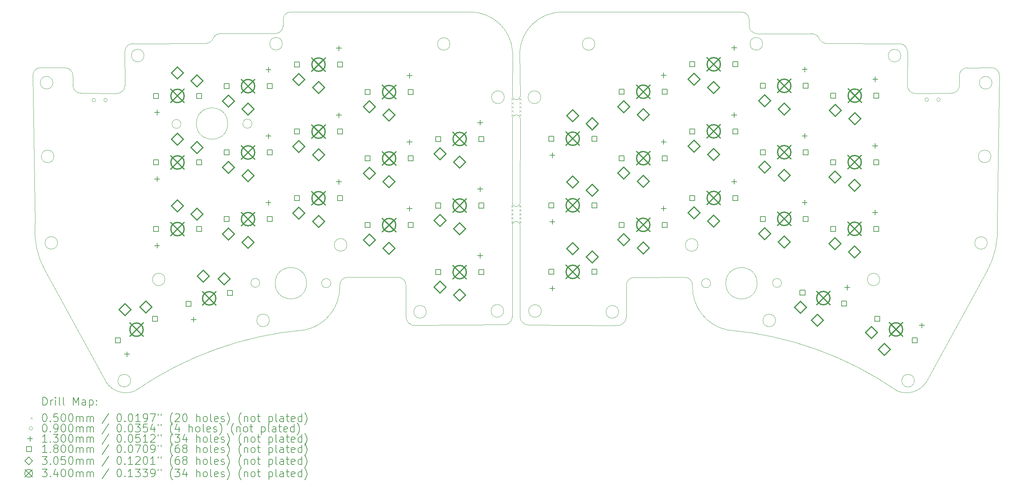
<source format=gbr>
%TF.GenerationSoftware,KiCad,Pcbnew,7.0.10-7.0.10~ubuntu22.04.1*%
%TF.CreationDate,2024-02-24T14:59:35-06:00*%
%TF.ProjectId,roadrunner,726f6164-7275-46e6-9e65-722e6b696361,rev?*%
%TF.SameCoordinates,Original*%
%TF.FileFunction,Drillmap*%
%TF.FilePolarity,Positive*%
%FSLAX45Y45*%
G04 Gerber Fmt 4.5, Leading zero omitted, Abs format (unit mm)*
G04 Created by KiCad (PCBNEW 7.0.10-7.0.10~ubuntu22.04.1) date 2024-02-24 14:59:35*
%MOMM*%
%LPD*%
G01*
G04 APERTURE LIST*
%ADD10C,0.100000*%
%ADD11C,0.200000*%
%ADD12C,0.130000*%
%ADD13C,0.180000*%
%ADD14C,0.305000*%
%ADD15C,0.340000*%
G04 APERTURE END LIST*
D10*
X3017558Y-6476427D02*
G75*
G03*
X2695502Y-6476427I-161028J0D01*
G01*
X2695502Y-6476427D02*
G75*
G03*
X3017558Y-6476427I161028J0D01*
G01*
X4973358Y-12204127D02*
G75*
G03*
X4651302Y-12204127I-161028J0D01*
G01*
X4651302Y-12204127D02*
G75*
G03*
X4973358Y-12204127I161028J0D01*
G01*
X8868131Y-2989130D02*
X8868874Y-3140873D01*
X12004603Y-9765202D02*
G75*
G03*
X11789719Y-9565630I-201987J-2013D01*
G01*
X9428592Y-10908727D02*
G75*
G03*
X10316373Y-9776376I-230854J1095185D01*
G01*
X14515931Y-4965427D02*
G75*
G03*
X14192073Y-4965427I-161929J0D01*
G01*
X14192073Y-4965427D02*
G75*
G03*
X14515931Y-4965427I161929J0D01*
G01*
X10465874Y-2789131D02*
X9069131Y-2788131D01*
X2537002Y-8193002D02*
G75*
G03*
X2799002Y-9411002I2120594J-181025D01*
G01*
X9466664Y-9716327D02*
G75*
G03*
X8666602Y-9716327I-400031J0D01*
G01*
X8666602Y-9716327D02*
G75*
G03*
X9466664Y-9716327I400031J0D01*
G01*
X8271602Y-9707327D02*
G75*
G03*
X8045310Y-9707327I-113146J0D01*
G01*
X8045310Y-9707327D02*
G75*
G03*
X8271602Y-9707327I113146J0D01*
G01*
X10085352Y-9714827D02*
G75*
G03*
X9853126Y-9714827I-116113J0D01*
G01*
X9853126Y-9714827D02*
G75*
G03*
X10085352Y-9714827I116113J0D01*
G01*
X12004603Y-10565827D02*
G75*
G03*
X12279509Y-10792664I228813J-2698D01*
G01*
X14520002Y-10776002D02*
X12279509Y-10792664D01*
X4828002Y-3799002D02*
X4828874Y-4669002D01*
X13128915Y-3606227D02*
G75*
G03*
X12810689Y-3606227I-159113J0D01*
G01*
X12810689Y-3606227D02*
G75*
G03*
X13128915Y-3606227I159113J0D01*
G01*
X9428592Y-10908727D02*
G75*
G03*
X5085002Y-12468002I737845J-8884871D01*
G01*
X2991794Y-4595927D02*
G75*
G03*
X2669738Y-4595927I-161028J0D01*
G01*
X2669738Y-4595927D02*
G75*
G03*
X2991794Y-4595927I161028J0D01*
G01*
X10512332Y-9564588D02*
G75*
G03*
X10316373Y-9776376I1974J-198377D01*
G01*
X5029002Y-3599008D02*
G75*
G03*
X4828002Y-3799002I-6J-200997D01*
G01*
X2679002Y-4212001D02*
G75*
G03*
X2478002Y-4413002I4J-201004D01*
G01*
X3500783Y-4661584D02*
X3503090Y-4415777D01*
X5851815Y-9619314D02*
G75*
G03*
X5533589Y-9619314I-159113J0D01*
G01*
X5533589Y-9619314D02*
G75*
G03*
X5851815Y-9619314I159113J0D01*
G01*
X9069131Y-2788129D02*
G75*
G03*
X8868131Y-2989130I6J-201006D01*
G01*
X4629002Y-4870002D02*
X3701783Y-4862584D01*
X8670002Y-3341873D02*
X7265130Y-3343130D01*
X2478002Y-4413002D02*
X2537002Y-8193002D01*
X7265130Y-3343129D02*
G75*
G03*
X7084002Y-3460002I2126J-202086D01*
G01*
X14728002Y-3810002D02*
G75*
G03*
X13658002Y-2789002I-1083366J-64183D01*
G01*
X6897002Y-3591002D02*
X5029002Y-3599002D01*
X10497858Y-8737027D02*
G75*
G03*
X10175802Y-8737027I-161028J0D01*
G01*
X10175802Y-8737027D02*
G75*
G03*
X10497858Y-8737027I161028J0D01*
G01*
X10512332Y-9564583D02*
X11789719Y-9565630D01*
X3109033Y-8686227D02*
G75*
G03*
X2789971Y-8686227I-159531J0D01*
G01*
X2789971Y-8686227D02*
G75*
G03*
X3109033Y-8686227I159531J0D01*
G01*
X4355002Y-12252002D02*
X2799002Y-9411002D01*
X5318030Y-3902427D02*
G75*
G03*
X4995974Y-3902427I-161028J0D01*
G01*
X4995974Y-3902427D02*
G75*
G03*
X5318030Y-3902427I161028J0D01*
G01*
X14499002Y-10423427D02*
G75*
G03*
X14176946Y-10423427I-161028J0D01*
G01*
X14176946Y-10423427D02*
G75*
G03*
X14499002Y-10423427I161028J0D01*
G01*
X12004602Y-9765202D02*
X12004602Y-10565302D01*
X3500787Y-4661584D02*
G75*
G03*
X3701783Y-4862584I201009J9D01*
G01*
X8670002Y-3341881D02*
G75*
G03*
X8868874Y-3140873I-2146J201006D01*
G01*
X4629002Y-4870009D02*
G75*
G03*
X4828874Y-4669002I-1136J201004D01*
G01*
X4354999Y-12252004D02*
G75*
G03*
X5085002Y-12468002I500088J348549D01*
G01*
X6897002Y-3591002D02*
G75*
G03*
X7084002Y-3460002I-6J198977D01*
G01*
X13658002Y-2789002D02*
X10465874Y-2789131D01*
X14520002Y-10776002D02*
G75*
G03*
X14719002Y-10575002I-2007J200997D01*
G01*
X12526030Y-10446427D02*
G75*
G03*
X12203974Y-10446427I-161028J0D01*
G01*
X12203974Y-10446427D02*
G75*
G03*
X12526030Y-10446427I161028J0D01*
G01*
X8518058Y-10664427D02*
G75*
G03*
X8196002Y-10664427I-161028J0D01*
G01*
X8196002Y-10664427D02*
G75*
G03*
X8518058Y-10664427I161028J0D01*
G01*
X8849058Y-3600427D02*
G75*
G03*
X8527002Y-3600427I-161028J0D01*
G01*
X8527002Y-3600427D02*
G75*
G03*
X8849058Y-3600427I161028J0D01*
G01*
X3503093Y-4415777D02*
G75*
G03*
X3298654Y-4214777I-201017J12D01*
G01*
X3298654Y-4214777D02*
X2679002Y-4212002D01*
X26134912Y-4417350D02*
X26137219Y-4663157D01*
X22553998Y-3461576D02*
G75*
G03*
X22372871Y-3344703I-183248J-85204D01*
G01*
X21111000Y-3602000D02*
G75*
G03*
X20788944Y-3602000I-161028J0D01*
G01*
X20788944Y-3602000D02*
G75*
G03*
X21111000Y-3602000I161028J0D01*
G01*
X26959000Y-4213575D02*
X26339347Y-4216350D01*
X22372871Y-3344703D02*
X20968000Y-3343446D01*
X24104413Y-9620887D02*
G75*
G03*
X23786187Y-9620887I-159113J0D01*
G01*
X23786187Y-9620887D02*
G75*
G03*
X24104413Y-9620887I159113J0D01*
G01*
X14720006Y-7657000D02*
G75*
G03*
X14919000Y-7660000I99504J-1050D01*
G01*
X27159995Y-4414575D02*
G75*
G03*
X26959000Y-4213575I-200995J5D01*
G01*
X24810003Y-3800575D02*
G75*
G03*
X24609000Y-3600575I-201003J-1005D01*
G01*
X14918999Y-8242000D02*
G75*
G03*
X14719000Y-8240000I-100009J40D01*
G01*
X24553001Y-12469574D02*
G75*
G03*
X20209410Y-10910300I-5081441J-7325616D01*
G01*
X22554003Y-3461574D02*
G75*
G03*
X22741000Y-3592575I186997J67964D01*
G01*
X27101000Y-8194575D02*
X27160000Y-4414575D01*
X16827313Y-3607800D02*
G75*
G03*
X16509087Y-3607800I-159113J0D01*
G01*
X16509087Y-3607800D02*
G75*
G03*
X16827313Y-3607800I159113J0D01*
G01*
X24986700Y-12205700D02*
G75*
G03*
X24664644Y-12205700I-161028J0D01*
G01*
X24664644Y-12205700D02*
G75*
G03*
X24986700Y-12205700I161028J0D01*
G01*
X8073019Y-5641300D02*
G75*
G03*
X7840792Y-5641300I-116113J0D01*
G01*
X7840792Y-5641300D02*
G75*
G03*
X8073019Y-5641300I116113J0D01*
G01*
X14924000Y-4931000D02*
X14910000Y-3812100D01*
X26839000Y-9412575D02*
X25283000Y-12253575D01*
X14923010Y-5520000D02*
X14919000Y-7660000D01*
X24809128Y-4670575D02*
X24810000Y-3800575D01*
X26968264Y-4597500D02*
G75*
G03*
X26646208Y-4597500I-161028J0D01*
G01*
X26646208Y-4597500D02*
G75*
G03*
X26968264Y-4597500I161028J0D01*
G01*
X14719000Y-10575000D02*
X14719000Y-8240000D01*
X21442000Y-10666000D02*
G75*
G03*
X21119944Y-10666000I-161028J0D01*
G01*
X21119944Y-10666000D02*
G75*
G03*
X21442000Y-10666000I161028J0D01*
G01*
X26942500Y-6478000D02*
G75*
G03*
X26620444Y-6478000I-161028J0D01*
G01*
X26620444Y-6478000D02*
G75*
G03*
X26942500Y-6478000I161028J0D01*
G01*
X14923005Y-5520000D02*
G75*
G03*
X14724000Y-5513000I-99556J2000D01*
G01*
X19462200Y-8738600D02*
G75*
G03*
X19140144Y-8738600I-161028J0D01*
G01*
X19140144Y-8738600D02*
G75*
G03*
X19462200Y-8738600I161028J0D01*
G01*
X14724001Y-4929000D02*
G75*
G03*
X14924000Y-4931000I99999J-1040D01*
G01*
X7454331Y-5639800D02*
G75*
G03*
X6654269Y-5639800I-400031J0D01*
G01*
X6654269Y-5639800D02*
G75*
G03*
X7454331Y-5639800I400031J0D01*
G01*
X26339348Y-4216344D02*
G75*
G03*
X26134912Y-4417350I-3410J-200997D01*
G01*
X14724000Y-4929000D02*
X14728000Y-3810000D01*
X17848283Y-9567203D02*
X19125670Y-9566156D01*
X26848031Y-8687800D02*
G75*
G03*
X26528969Y-8687800I-159531J0D01*
G01*
X26528969Y-8687800D02*
G75*
G03*
X26848031Y-8687800I159531J0D01*
G01*
X24642028Y-3904000D02*
G75*
G03*
X24319972Y-3904000I-161028J0D01*
G01*
X24319972Y-3904000D02*
G75*
G03*
X24642028Y-3904000I161028J0D01*
G01*
X6259269Y-5648800D02*
G75*
G03*
X6032977Y-5648800I-113146J0D01*
G01*
X6032977Y-5648800D02*
G75*
G03*
X6259269Y-5648800I113146J0D01*
G01*
X17633400Y-10566875D02*
X17633400Y-9766775D01*
X19784876Y-9716400D02*
G75*
G03*
X19552650Y-9716400I-116113J0D01*
G01*
X19552650Y-9716400D02*
G75*
G03*
X19784876Y-9716400I116113J0D01*
G01*
X15980000Y-2790573D02*
G75*
G03*
X14910000Y-3811575I13370J-1085187D01*
G01*
X19321630Y-9777949D02*
G75*
G03*
X19125670Y-9566156I-197940J13409D01*
G01*
X15461056Y-10425000D02*
G75*
G03*
X15139000Y-10425000I-161028J0D01*
G01*
X15139000Y-10425000D02*
G75*
G03*
X15461056Y-10425000I161028J0D01*
G01*
X14720000Y-7657000D02*
X14724000Y-5513000D01*
X20769132Y-3142446D02*
G75*
G03*
X20968000Y-3343446I201008J-4D01*
G01*
X24553002Y-12469570D02*
G75*
G03*
X25283000Y-12253575I229918J564530D01*
G01*
X20769867Y-2990703D02*
G75*
G03*
X20568872Y-2789703I-200997J3D01*
G01*
X19172129Y-2790703D02*
X15980000Y-2790575D01*
X14918995Y-10576575D02*
G75*
G03*
X15118000Y-10777575I201015J5D01*
G01*
X17434028Y-10448000D02*
G75*
G03*
X17111972Y-10448000I-161028J0D01*
G01*
X17111972Y-10448000D02*
G75*
G03*
X17434028Y-10448000I161028J0D01*
G01*
X25936219Y-4864152D02*
G75*
G03*
X26137219Y-4663157I-2J201002D01*
G01*
X17358493Y-10794237D02*
X15118000Y-10777575D01*
X17358493Y-10794235D02*
G75*
G03*
X17633400Y-10567400I46097J224135D01*
G01*
X21592692Y-9708900D02*
G75*
G03*
X21366400Y-9708900I-113146J0D01*
G01*
X21366400Y-9708900D02*
G75*
G03*
X21592692Y-9708900I113146J0D01*
G01*
X14919000Y-8242000D02*
X14919000Y-10577000D01*
X20971400Y-9717900D02*
G75*
G03*
X20171338Y-9717900I-400031J0D01*
G01*
X20171338Y-9717900D02*
G75*
G03*
X20971400Y-9717900I400031J0D01*
G01*
X25936219Y-4864157D02*
X25009000Y-4871575D01*
X26839000Y-9412575D02*
G75*
G03*
X27101000Y-8194575I-1858590J1036975D01*
G01*
X20568872Y-2789703D02*
X19172129Y-2790703D01*
X24609000Y-3600575D02*
X22741000Y-3592575D01*
X15445929Y-4967000D02*
G75*
G03*
X15122071Y-4967000I-161929J0D01*
G01*
X15122071Y-4967000D02*
G75*
G03*
X15445929Y-4967000I161929J0D01*
G01*
X19321632Y-9777949D02*
G75*
G03*
X20209410Y-10910300I1118628J-37171D01*
G01*
X24809132Y-4670575D02*
G75*
G03*
X25009000Y-4871575I200998J-5D01*
G01*
X17848283Y-9567202D02*
G75*
G03*
X17633400Y-9766775I-12893J-201588D01*
G01*
X20769129Y-3142446D02*
X20769872Y-2990703D01*
D11*
D10*
X14692400Y-7721800D02*
X14742400Y-7771800D01*
X14742400Y-7721800D02*
X14692400Y-7771800D01*
X14692400Y-7823400D02*
X14742400Y-7873400D01*
X14742400Y-7823400D02*
X14692400Y-7873400D01*
X14692400Y-7925000D02*
X14742400Y-7975000D01*
X14742400Y-7925000D02*
X14692400Y-7975000D01*
X14692400Y-8026600D02*
X14742400Y-8076600D01*
X14742400Y-8026600D02*
X14692400Y-8076600D01*
X14692400Y-8128200D02*
X14742400Y-8178200D01*
X14742400Y-8128200D02*
X14692400Y-8178200D01*
X14697400Y-4993800D02*
X14747400Y-5043800D01*
X14747400Y-4993800D02*
X14697400Y-5043800D01*
X14697400Y-5095400D02*
X14747400Y-5145400D01*
X14747400Y-5095400D02*
X14697400Y-5145400D01*
X14697400Y-5197000D02*
X14747400Y-5247000D01*
X14747400Y-5197000D02*
X14697400Y-5247000D01*
X14697400Y-5298600D02*
X14747400Y-5348600D01*
X14747400Y-5298600D02*
X14697400Y-5348600D01*
X14697400Y-5400200D02*
X14747400Y-5450200D01*
X14747400Y-5400200D02*
X14697400Y-5450200D01*
X14895600Y-7721800D02*
X14945600Y-7771800D01*
X14945600Y-7721800D02*
X14895600Y-7771800D01*
X14895600Y-7823400D02*
X14945600Y-7873400D01*
X14945600Y-7823400D02*
X14895600Y-7873400D01*
X14895600Y-7925000D02*
X14945600Y-7975000D01*
X14945600Y-7925000D02*
X14895600Y-7975000D01*
X14895600Y-8026600D02*
X14945600Y-8076600D01*
X14945600Y-8026600D02*
X14895600Y-8076600D01*
X14895600Y-8128200D02*
X14945600Y-8178200D01*
X14945600Y-8128200D02*
X14895600Y-8178200D01*
X14900600Y-4993800D02*
X14950600Y-5043800D01*
X14950600Y-4993800D02*
X14900600Y-5043800D01*
X14900600Y-5095400D02*
X14950600Y-5145400D01*
X14950600Y-5095400D02*
X14900600Y-5145400D01*
X14900600Y-5197000D02*
X14950600Y-5247000D01*
X14950600Y-5197000D02*
X14900600Y-5247000D01*
X14900600Y-5298600D02*
X14950600Y-5348600D01*
X14950600Y-5298600D02*
X14900600Y-5348600D01*
X14900600Y-5400200D02*
X14950600Y-5450200D01*
X14950600Y-5400200D02*
X14900600Y-5450200D01*
X4080000Y-5041500D02*
G75*
G03*
X3990000Y-5041500I-45000J0D01*
G01*
X3990000Y-5041500D02*
G75*
G03*
X4080000Y-5041500I45000J0D01*
G01*
X4380000Y-5041500D02*
G75*
G03*
X4290000Y-5041500I-45000J0D01*
G01*
X4290000Y-5041500D02*
G75*
G03*
X4380000Y-5041500I45000J0D01*
G01*
X25347000Y-5027500D02*
G75*
G03*
X25257000Y-5027500I-45000J0D01*
G01*
X25257000Y-5027500D02*
G75*
G03*
X25347000Y-5027500I45000J0D01*
G01*
X25647000Y-5027500D02*
G75*
G03*
X25557000Y-5027500I-45000J0D01*
G01*
X25557000Y-5027500D02*
G75*
G03*
X25647000Y-5027500I45000J0D01*
G01*
D12*
X4883735Y-11462931D02*
X4883735Y-11592931D01*
X4818735Y-11527931D02*
X4948735Y-11527931D01*
X5650600Y-5288200D02*
X5650600Y-5418200D01*
X5585600Y-5353200D02*
X5715600Y-5353200D01*
X5650600Y-6987200D02*
X5650600Y-7117200D01*
X5585600Y-7052200D02*
X5715600Y-7052200D01*
X5650600Y-8689000D02*
X5650600Y-8819000D01*
X5585600Y-8754000D02*
X5715600Y-8754000D01*
X6586291Y-10578992D02*
X6586291Y-10708992D01*
X6521291Y-10643992D02*
X6651291Y-10643992D01*
X8496000Y-4198200D02*
X8496000Y-4328200D01*
X8431000Y-4263200D02*
X8561000Y-4263200D01*
X8496000Y-5893200D02*
X8496000Y-6023200D01*
X8431000Y-5958200D02*
X8561000Y-5958200D01*
X8496000Y-7595000D02*
X8496000Y-7725000D01*
X8431000Y-7660000D02*
X8561000Y-7660000D01*
X10294800Y-3648200D02*
X10294800Y-3778200D01*
X10229800Y-3713200D02*
X10359800Y-3713200D01*
X10294800Y-5359800D02*
X10294800Y-5489800D01*
X10229800Y-5424800D02*
X10359800Y-5424800D01*
X10294800Y-7061600D02*
X10294800Y-7191600D01*
X10229800Y-7126600D02*
X10359800Y-7126600D01*
X12097400Y-4348200D02*
X12097400Y-4478200D01*
X12032400Y-4413200D02*
X12162400Y-4413200D01*
X12097400Y-6045600D02*
X12097400Y-6175600D01*
X12032400Y-6110600D02*
X12162400Y-6110600D01*
X12097400Y-7747400D02*
X12097400Y-7877400D01*
X12032400Y-7812400D02*
X12162400Y-7812400D01*
X13899200Y-5548200D02*
X13899200Y-5678200D01*
X13834200Y-5613200D02*
X13964200Y-5613200D01*
X13899200Y-7248200D02*
X13899200Y-7378200D01*
X13834200Y-7313200D02*
X13964200Y-7313200D01*
X13899200Y-8948200D02*
X13899200Y-9078200D01*
X13834200Y-9013200D02*
X13964200Y-9013200D01*
X15742000Y-6381200D02*
X15742000Y-6511200D01*
X15677000Y-6446200D02*
X15807000Y-6446200D01*
X15742000Y-8081200D02*
X15742000Y-8211200D01*
X15677000Y-8146200D02*
X15807000Y-8146200D01*
X15742000Y-9781200D02*
X15742000Y-9911200D01*
X15677000Y-9846200D02*
X15807000Y-9846200D01*
X18586000Y-4341200D02*
X18586000Y-4471200D01*
X18521000Y-4406200D02*
X18651000Y-4406200D01*
X18586000Y-6038600D02*
X18586000Y-6168600D01*
X18521000Y-6103600D02*
X18651000Y-6103600D01*
X18586000Y-7740400D02*
X18586000Y-7870400D01*
X18521000Y-7805400D02*
X18651000Y-7805400D01*
X20386000Y-3641200D02*
X20386000Y-3771200D01*
X20321000Y-3706200D02*
X20451000Y-3706200D01*
X20386000Y-5352800D02*
X20386000Y-5482800D01*
X20321000Y-5417800D02*
X20451000Y-5417800D01*
X20386000Y-7054600D02*
X20386000Y-7184600D01*
X20321000Y-7119600D02*
X20451000Y-7119600D01*
X22186000Y-4191200D02*
X22186000Y-4321200D01*
X22121000Y-4256200D02*
X22251000Y-4256200D01*
X22186000Y-5886200D02*
X22186000Y-6016200D01*
X22121000Y-5951200D02*
X22251000Y-5951200D01*
X22186000Y-7588000D02*
X22186000Y-7718000D01*
X22121000Y-7653000D02*
X22251000Y-7653000D01*
X23273917Y-9760615D02*
X23273917Y-9890615D01*
X23208917Y-9825615D02*
X23338917Y-9825615D01*
X23984000Y-6140200D02*
X23984000Y-6270200D01*
X23919000Y-6205200D02*
X24049000Y-6205200D01*
X23984000Y-7842000D02*
X23984000Y-7972000D01*
X23919000Y-7907000D02*
X24049000Y-7907000D01*
X23986000Y-4441200D02*
X23986000Y-4571200D01*
X23921000Y-4506200D02*
X24051000Y-4506200D01*
X25179065Y-10728469D02*
X25179065Y-10858469D01*
X25114065Y-10793469D02*
X25244065Y-10793469D01*
D13*
X4713126Y-11241840D02*
X4713126Y-11114560D01*
X4585846Y-11114560D01*
X4585846Y-11241840D01*
X4713126Y-11241840D01*
X5665754Y-10691840D02*
X5665754Y-10564560D01*
X5538474Y-10564560D01*
X5538474Y-10691840D01*
X5665754Y-10691840D01*
X5686240Y-4996840D02*
X5686240Y-4869560D01*
X5558960Y-4869560D01*
X5558960Y-4996840D01*
X5686240Y-4996840D01*
X5686240Y-6695840D02*
X5686240Y-6568560D01*
X5558960Y-6568560D01*
X5558960Y-6695840D01*
X5686240Y-6695840D01*
X5686240Y-8397640D02*
X5686240Y-8270360D01*
X5558960Y-8270360D01*
X5558960Y-8397640D01*
X5686240Y-8397640D01*
X6514181Y-10309191D02*
X6514181Y-10181910D01*
X6386901Y-10181910D01*
X6386901Y-10309191D01*
X6514181Y-10309191D01*
X6786240Y-4996840D02*
X6786240Y-4869560D01*
X6658960Y-4869560D01*
X6658960Y-4996840D01*
X6786240Y-4996840D01*
X6786240Y-6695840D02*
X6786240Y-6568560D01*
X6658960Y-6568560D01*
X6658960Y-6695840D01*
X6786240Y-6695840D01*
X6786240Y-8397640D02*
X6786240Y-8270360D01*
X6658960Y-8270360D01*
X6658960Y-8397640D01*
X6786240Y-8397640D01*
X7487640Y-4746840D02*
X7487640Y-4619560D01*
X7360360Y-4619560D01*
X7360360Y-4746840D01*
X7487640Y-4746840D01*
X7487640Y-6441840D02*
X7487640Y-6314560D01*
X7360360Y-6314560D01*
X7360360Y-6441840D01*
X7487640Y-6441840D01*
X7487640Y-8143640D02*
X7487640Y-8016360D01*
X7360360Y-8016360D01*
X7360360Y-8143640D01*
X7487640Y-8143640D01*
X7576699Y-10024490D02*
X7576699Y-9897209D01*
X7449419Y-9897209D01*
X7449419Y-10024490D01*
X7576699Y-10024490D01*
X8587640Y-4746840D02*
X8587640Y-4619560D01*
X8460360Y-4619560D01*
X8460360Y-4746840D01*
X8587640Y-4746840D01*
X8587640Y-6441840D02*
X8587640Y-6314560D01*
X8460360Y-6314560D01*
X8460360Y-6441840D01*
X8587640Y-6441840D01*
X8587640Y-8143640D02*
X8587640Y-8016360D01*
X8460360Y-8016360D01*
X8460360Y-8143640D01*
X8587640Y-8143640D01*
X9286440Y-4196840D02*
X9286440Y-4069560D01*
X9159160Y-4069560D01*
X9159160Y-4196840D01*
X9286440Y-4196840D01*
X9286440Y-5908440D02*
X9286440Y-5781160D01*
X9159160Y-5781160D01*
X9159160Y-5908440D01*
X9286440Y-5908440D01*
X9286440Y-7610240D02*
X9286440Y-7482960D01*
X9159160Y-7482960D01*
X9159160Y-7610240D01*
X9286440Y-7610240D01*
X10386440Y-4196840D02*
X10386440Y-4069560D01*
X10259160Y-4069560D01*
X10259160Y-4196840D01*
X10386440Y-4196840D01*
X10386440Y-5908440D02*
X10386440Y-5781160D01*
X10259160Y-5781160D01*
X10259160Y-5908440D01*
X10386440Y-5908440D01*
X10386440Y-7610240D02*
X10386440Y-7482960D01*
X10259160Y-7482960D01*
X10259160Y-7610240D01*
X10386440Y-7610240D01*
X11089040Y-4896840D02*
X11089040Y-4769560D01*
X10961760Y-4769560D01*
X10961760Y-4896840D01*
X11089040Y-4896840D01*
X11089040Y-6594240D02*
X11089040Y-6466960D01*
X10961760Y-6466960D01*
X10961760Y-6594240D01*
X11089040Y-6594240D01*
X11089040Y-8296040D02*
X11089040Y-8168760D01*
X10961760Y-8168760D01*
X10961760Y-8296040D01*
X11089040Y-8296040D01*
X12189040Y-4896840D02*
X12189040Y-4769560D01*
X12061760Y-4769560D01*
X12061760Y-4896840D01*
X12189040Y-4896840D01*
X12189040Y-6594240D02*
X12189040Y-6466960D01*
X12061760Y-6466960D01*
X12061760Y-6594240D01*
X12189040Y-6594240D01*
X12189040Y-8296040D02*
X12189040Y-8168760D01*
X12061760Y-8168760D01*
X12061760Y-8296040D01*
X12189040Y-8296040D01*
X12890840Y-6096840D02*
X12890840Y-5969560D01*
X12763560Y-5969560D01*
X12763560Y-6096840D01*
X12890840Y-6096840D01*
X12890840Y-7796840D02*
X12890840Y-7669560D01*
X12763560Y-7669560D01*
X12763560Y-7796840D01*
X12890840Y-7796840D01*
X12890840Y-9496840D02*
X12890840Y-9369560D01*
X12763560Y-9369560D01*
X12763560Y-9496840D01*
X12890840Y-9496840D01*
X13990840Y-6096840D02*
X13990840Y-5969560D01*
X13863560Y-5969560D01*
X13863560Y-6096840D01*
X13990840Y-6096840D01*
X13990840Y-7796840D02*
X13990840Y-7669560D01*
X13863560Y-7669560D01*
X13863560Y-7796840D01*
X13990840Y-7796840D01*
X13990840Y-9496840D02*
X13990840Y-9369560D01*
X13863560Y-9369560D01*
X13863560Y-9496840D01*
X13990840Y-9496840D01*
X15777640Y-6089840D02*
X15777640Y-5962560D01*
X15650360Y-5962560D01*
X15650360Y-6089840D01*
X15777640Y-6089840D01*
X15777640Y-7789840D02*
X15777640Y-7662560D01*
X15650360Y-7662560D01*
X15650360Y-7789840D01*
X15777640Y-7789840D01*
X15777640Y-9489840D02*
X15777640Y-9362560D01*
X15650360Y-9362560D01*
X15650360Y-9489840D01*
X15777640Y-9489840D01*
X16877640Y-6089840D02*
X16877640Y-5962560D01*
X16750360Y-5962560D01*
X16750360Y-6089840D01*
X16877640Y-6089840D01*
X16877640Y-7789840D02*
X16877640Y-7662560D01*
X16750360Y-7662560D01*
X16750360Y-7789840D01*
X16877640Y-7789840D01*
X16877640Y-9489840D02*
X16877640Y-9362560D01*
X16750360Y-9362560D01*
X16750360Y-9489840D01*
X16877640Y-9489840D01*
X17577640Y-4889840D02*
X17577640Y-4762560D01*
X17450360Y-4762560D01*
X17450360Y-4889840D01*
X17577640Y-4889840D01*
X17577640Y-6587240D02*
X17577640Y-6459960D01*
X17450360Y-6459960D01*
X17450360Y-6587240D01*
X17577640Y-6587240D01*
X17577640Y-8289040D02*
X17577640Y-8161760D01*
X17450360Y-8161760D01*
X17450360Y-8289040D01*
X17577640Y-8289040D01*
X18677640Y-4889840D02*
X18677640Y-4762560D01*
X18550360Y-4762560D01*
X18550360Y-4889840D01*
X18677640Y-4889840D01*
X18677640Y-6587240D02*
X18677640Y-6459960D01*
X18550360Y-6459960D01*
X18550360Y-6587240D01*
X18677640Y-6587240D01*
X18677640Y-8289040D02*
X18677640Y-8161760D01*
X18550360Y-8161760D01*
X18550360Y-8289040D01*
X18677640Y-8289040D01*
X19377640Y-4189840D02*
X19377640Y-4062560D01*
X19250360Y-4062560D01*
X19250360Y-4189840D01*
X19377640Y-4189840D01*
X19377640Y-5901440D02*
X19377640Y-5774160D01*
X19250360Y-5774160D01*
X19250360Y-5901440D01*
X19377640Y-5901440D01*
X19377640Y-7603240D02*
X19377640Y-7475960D01*
X19250360Y-7475960D01*
X19250360Y-7603240D01*
X19377640Y-7603240D01*
X20477640Y-4189840D02*
X20477640Y-4062560D01*
X20350360Y-4062560D01*
X20350360Y-4189840D01*
X20477640Y-4189840D01*
X20477640Y-5901440D02*
X20477640Y-5774160D01*
X20350360Y-5774160D01*
X20350360Y-5901440D01*
X20477640Y-5901440D01*
X20477640Y-7603240D02*
X20477640Y-7475960D01*
X20350360Y-7475960D01*
X20350360Y-7603240D01*
X20477640Y-7603240D01*
X21177640Y-4739840D02*
X21177640Y-4612560D01*
X21050360Y-4612560D01*
X21050360Y-4739840D01*
X21177640Y-4739840D01*
X21177640Y-6434840D02*
X21177640Y-6307560D01*
X21050360Y-6307560D01*
X21050360Y-6434840D01*
X21177640Y-6434840D01*
X21177640Y-8136640D02*
X21177640Y-8009360D01*
X21050360Y-8009360D01*
X21050360Y-8136640D01*
X21177640Y-8136640D01*
X22193381Y-10017490D02*
X22193381Y-9890209D01*
X22066101Y-9890209D01*
X22066101Y-10017490D01*
X22193381Y-10017490D01*
X22277640Y-4739840D02*
X22277640Y-4612560D01*
X22150360Y-4612560D01*
X22150360Y-4739840D01*
X22277640Y-4739840D01*
X22277640Y-6434840D02*
X22277640Y-6307560D01*
X22150360Y-6307560D01*
X22150360Y-6434840D01*
X22277640Y-6434840D01*
X22277640Y-8136640D02*
X22277640Y-8009360D01*
X22150360Y-8009360D01*
X22150360Y-8136640D01*
X22277640Y-8136640D01*
X22975640Y-6688840D02*
X22975640Y-6561560D01*
X22848360Y-6561560D01*
X22848360Y-6688840D01*
X22975640Y-6688840D01*
X22975640Y-8390640D02*
X22975640Y-8263360D01*
X22848360Y-8263360D01*
X22848360Y-8390640D01*
X22975640Y-8390640D01*
X22977640Y-4989840D02*
X22977640Y-4862560D01*
X22850360Y-4862560D01*
X22850360Y-4989840D01*
X22977640Y-4989840D01*
X23255899Y-10302191D02*
X23255899Y-10174910D01*
X23128619Y-10174910D01*
X23128619Y-10302191D01*
X23255899Y-10302191D01*
X24075640Y-6688840D02*
X24075640Y-6561560D01*
X23948360Y-6561560D01*
X23948360Y-6688840D01*
X24075640Y-6688840D01*
X24075640Y-8390640D02*
X24075640Y-8263360D01*
X23948360Y-8263360D01*
X23948360Y-8390640D01*
X24075640Y-8390640D01*
X24077640Y-4989840D02*
X24077640Y-4862560D01*
X23950360Y-4862560D01*
X23950360Y-4989840D01*
X24077640Y-4989840D01*
X24104326Y-10684840D02*
X24104326Y-10557560D01*
X23977046Y-10557560D01*
X23977046Y-10684840D01*
X24104326Y-10684840D01*
X25056954Y-11234840D02*
X25056954Y-11107560D01*
X24929674Y-11107560D01*
X24929674Y-11234840D01*
X25056954Y-11234840D01*
D14*
X4830800Y-10544745D02*
X4983300Y-10392245D01*
X4830800Y-10239745D01*
X4678300Y-10392245D01*
X4830800Y-10544745D01*
X5368813Y-10476610D02*
X5521313Y-10324110D01*
X5368813Y-10171610D01*
X5216313Y-10324110D01*
X5368813Y-10476610D01*
X6172600Y-4495700D02*
X6325100Y-4343200D01*
X6172600Y-4190700D01*
X6020100Y-4343200D01*
X6172600Y-4495700D01*
X6172600Y-6194700D02*
X6325100Y-6042200D01*
X6172600Y-5889700D01*
X6020100Y-6042200D01*
X6172600Y-6194700D01*
X6172600Y-7896500D02*
X6325100Y-7744000D01*
X6172600Y-7591500D01*
X6020100Y-7744000D01*
X6172600Y-7896500D01*
X6672600Y-4705700D02*
X6825100Y-4553200D01*
X6672600Y-4400700D01*
X6520100Y-4553200D01*
X6672600Y-4705700D01*
X6672600Y-6404700D02*
X6825100Y-6252200D01*
X6672600Y-6099700D01*
X6520100Y-6252200D01*
X6672600Y-6404700D01*
X6672600Y-8106500D02*
X6825100Y-7954000D01*
X6672600Y-7801500D01*
X6520100Y-7954000D01*
X6672600Y-8106500D01*
X6829097Y-9685804D02*
X6981597Y-9533304D01*
X6829097Y-9380804D01*
X6676597Y-9533304D01*
X6829097Y-9685804D01*
X7366412Y-9759239D02*
X7518912Y-9606739D01*
X7366412Y-9454239D01*
X7213912Y-9606739D01*
X7366412Y-9759239D01*
X7474000Y-5215700D02*
X7626500Y-5063200D01*
X7474000Y-4910700D01*
X7321500Y-5063200D01*
X7474000Y-5215700D01*
X7474000Y-6910700D02*
X7626500Y-6758200D01*
X7474000Y-6605700D01*
X7321500Y-6758200D01*
X7474000Y-6910700D01*
X7474000Y-8612500D02*
X7626500Y-8460000D01*
X7474000Y-8307500D01*
X7321500Y-8460000D01*
X7474000Y-8612500D01*
X7974000Y-5425700D02*
X8126500Y-5273200D01*
X7974000Y-5120700D01*
X7821500Y-5273200D01*
X7974000Y-5425700D01*
X7974000Y-7120700D02*
X8126500Y-6968200D01*
X7974000Y-6815700D01*
X7821500Y-6968200D01*
X7974000Y-7120700D01*
X7974000Y-8822500D02*
X8126500Y-8670000D01*
X7974000Y-8517500D01*
X7821500Y-8670000D01*
X7974000Y-8822500D01*
X9272800Y-4665700D02*
X9425300Y-4513200D01*
X9272800Y-4360700D01*
X9120300Y-4513200D01*
X9272800Y-4665700D01*
X9272800Y-6377300D02*
X9425300Y-6224800D01*
X9272800Y-6072300D01*
X9120300Y-6224800D01*
X9272800Y-6377300D01*
X9272800Y-8079100D02*
X9425300Y-7926600D01*
X9272800Y-7774100D01*
X9120300Y-7926600D01*
X9272800Y-8079100D01*
X9772800Y-4875700D02*
X9925300Y-4723200D01*
X9772800Y-4570700D01*
X9620300Y-4723200D01*
X9772800Y-4875700D01*
X9772800Y-6587300D02*
X9925300Y-6434800D01*
X9772800Y-6282300D01*
X9620300Y-6434800D01*
X9772800Y-6587300D01*
X9772800Y-8289100D02*
X9925300Y-8136600D01*
X9772800Y-7984100D01*
X9620300Y-8136600D01*
X9772800Y-8289100D01*
X11075400Y-5365700D02*
X11227900Y-5213200D01*
X11075400Y-5060700D01*
X10922900Y-5213200D01*
X11075400Y-5365700D01*
X11075400Y-7063100D02*
X11227900Y-6910600D01*
X11075400Y-6758100D01*
X10922900Y-6910600D01*
X11075400Y-7063100D01*
X11075400Y-8764900D02*
X11227900Y-8612400D01*
X11075400Y-8459900D01*
X10922900Y-8612400D01*
X11075400Y-8764900D01*
X11575400Y-5575700D02*
X11727900Y-5423200D01*
X11575400Y-5270700D01*
X11422900Y-5423200D01*
X11575400Y-5575700D01*
X11575400Y-7273100D02*
X11727900Y-7120600D01*
X11575400Y-6968100D01*
X11422900Y-7120600D01*
X11575400Y-7273100D01*
X11575400Y-8974900D02*
X11727900Y-8822400D01*
X11575400Y-8669900D01*
X11422900Y-8822400D01*
X11575400Y-8974900D01*
X12877200Y-6565700D02*
X13029700Y-6413200D01*
X12877200Y-6260700D01*
X12724700Y-6413200D01*
X12877200Y-6565700D01*
X12877200Y-8265700D02*
X13029700Y-8113200D01*
X12877200Y-7960700D01*
X12724700Y-8113200D01*
X12877200Y-8265700D01*
X12877200Y-9965700D02*
X13029700Y-9813200D01*
X12877200Y-9660700D01*
X12724700Y-9813200D01*
X12877200Y-9965700D01*
X13377200Y-6775700D02*
X13529700Y-6623200D01*
X13377200Y-6470700D01*
X13224700Y-6623200D01*
X13377200Y-6775700D01*
X13377200Y-8475700D02*
X13529700Y-8323200D01*
X13377200Y-8170700D01*
X13224700Y-8323200D01*
X13377200Y-8475700D01*
X13377200Y-10175700D02*
X13529700Y-10023200D01*
X13377200Y-9870700D01*
X13224700Y-10023200D01*
X13377200Y-10175700D01*
X16264000Y-5588700D02*
X16416500Y-5436200D01*
X16264000Y-5283700D01*
X16111500Y-5436200D01*
X16264000Y-5588700D01*
X16264000Y-7288700D02*
X16416500Y-7136200D01*
X16264000Y-6983700D01*
X16111500Y-7136200D01*
X16264000Y-7288700D01*
X16264000Y-8988700D02*
X16416500Y-8836200D01*
X16264000Y-8683700D01*
X16111500Y-8836200D01*
X16264000Y-8988700D01*
X16764000Y-5798700D02*
X16916500Y-5646200D01*
X16764000Y-5493700D01*
X16611500Y-5646200D01*
X16764000Y-5798700D01*
X16764000Y-7498700D02*
X16916500Y-7346200D01*
X16764000Y-7193700D01*
X16611500Y-7346200D01*
X16764000Y-7498700D01*
X16764000Y-9198700D02*
X16916500Y-9046200D01*
X16764000Y-8893700D01*
X16611500Y-9046200D01*
X16764000Y-9198700D01*
X17564000Y-5358700D02*
X17716500Y-5206200D01*
X17564000Y-5053700D01*
X17411500Y-5206200D01*
X17564000Y-5358700D01*
X17564000Y-7056100D02*
X17716500Y-6903600D01*
X17564000Y-6751100D01*
X17411500Y-6903600D01*
X17564000Y-7056100D01*
X17564000Y-8757900D02*
X17716500Y-8605400D01*
X17564000Y-8452900D01*
X17411500Y-8605400D01*
X17564000Y-8757900D01*
X18064000Y-5568700D02*
X18216500Y-5416200D01*
X18064000Y-5263700D01*
X17911500Y-5416200D01*
X18064000Y-5568700D01*
X18064000Y-7266100D02*
X18216500Y-7113600D01*
X18064000Y-6961100D01*
X17911500Y-7113600D01*
X18064000Y-7266100D01*
X18064000Y-8967900D02*
X18216500Y-8815400D01*
X18064000Y-8662900D01*
X17911500Y-8815400D01*
X18064000Y-8967900D01*
X19364000Y-4658700D02*
X19516500Y-4506200D01*
X19364000Y-4353700D01*
X19211500Y-4506200D01*
X19364000Y-4658700D01*
X19364000Y-6370300D02*
X19516500Y-6217800D01*
X19364000Y-6065300D01*
X19211500Y-6217800D01*
X19364000Y-6370300D01*
X19364000Y-8072100D02*
X19516500Y-7919600D01*
X19364000Y-7767100D01*
X19211500Y-7919600D01*
X19364000Y-8072100D01*
X19864000Y-4868700D02*
X20016500Y-4716200D01*
X19864000Y-4563700D01*
X19711500Y-4716200D01*
X19864000Y-4868700D01*
X19864000Y-6580300D02*
X20016500Y-6427800D01*
X19864000Y-6275300D01*
X19711500Y-6427800D01*
X19864000Y-6580300D01*
X19864000Y-8282100D02*
X20016500Y-8129600D01*
X19864000Y-7977100D01*
X19711500Y-8129600D01*
X19864000Y-8282100D01*
X21164000Y-5208700D02*
X21316500Y-5056200D01*
X21164000Y-4903700D01*
X21011500Y-5056200D01*
X21164000Y-5208700D01*
X21164000Y-6903700D02*
X21316500Y-6751200D01*
X21164000Y-6598700D01*
X21011500Y-6751200D01*
X21164000Y-6903700D01*
X21164000Y-8605500D02*
X21316500Y-8453000D01*
X21164000Y-8300500D01*
X21011500Y-8453000D01*
X21164000Y-8605500D01*
X21664000Y-5418700D02*
X21816500Y-5266200D01*
X21664000Y-5113700D01*
X21511500Y-5266200D01*
X21664000Y-5418700D01*
X21664000Y-7113700D02*
X21816500Y-6961200D01*
X21664000Y-6808700D01*
X21511500Y-6961200D01*
X21664000Y-7113700D01*
X21664000Y-8815500D02*
X21816500Y-8663000D01*
X21664000Y-8510500D01*
X21511500Y-8663000D01*
X21664000Y-8815500D01*
X22079686Y-10486342D02*
X22232186Y-10333842D01*
X22079686Y-10181342D01*
X21927186Y-10333842D01*
X22079686Y-10486342D01*
X22508297Y-10818596D02*
X22660797Y-10666096D01*
X22508297Y-10513596D01*
X22355797Y-10666096D01*
X22508297Y-10818596D01*
X22962000Y-7157700D02*
X23114500Y-7005200D01*
X22962000Y-6852700D01*
X22809500Y-7005200D01*
X22962000Y-7157700D01*
X22962000Y-8859500D02*
X23114500Y-8707000D01*
X22962000Y-8554500D01*
X22809500Y-8707000D01*
X22962000Y-8859500D01*
X22964000Y-5458700D02*
X23116500Y-5306200D01*
X22964000Y-5153700D01*
X22811500Y-5306200D01*
X22964000Y-5458700D01*
X23462000Y-7367700D02*
X23614500Y-7215200D01*
X23462000Y-7062700D01*
X23309500Y-7215200D01*
X23462000Y-7367700D01*
X23462000Y-9069500D02*
X23614500Y-8917000D01*
X23462000Y-8764500D01*
X23309500Y-8917000D01*
X23462000Y-9069500D01*
X23464000Y-5668700D02*
X23616500Y-5516200D01*
X23464000Y-5363700D01*
X23311500Y-5516200D01*
X23464000Y-5668700D01*
X23893987Y-11127790D02*
X24046487Y-10975290D01*
X23893987Y-10822790D01*
X23741487Y-10975290D01*
X23893987Y-11127790D01*
X24222000Y-11559655D02*
X24374500Y-11407155D01*
X24222000Y-11254655D01*
X24069500Y-11407155D01*
X24222000Y-11559655D01*
D15*
X4955800Y-10733200D02*
X5295800Y-11073200D01*
X5295800Y-10733200D02*
X4955800Y-11073200D01*
X5295800Y-10903200D02*
G75*
G03*
X4955800Y-10903200I-170000J0D01*
G01*
X4955800Y-10903200D02*
G75*
G03*
X5295800Y-10903200I170000J0D01*
G01*
X6002600Y-4763200D02*
X6342600Y-5103200D01*
X6342600Y-4763200D02*
X6002600Y-5103200D01*
X6342600Y-4933200D02*
G75*
G03*
X6002600Y-4933200I-170000J0D01*
G01*
X6002600Y-4933200D02*
G75*
G03*
X6342600Y-4933200I170000J0D01*
G01*
X6002600Y-6462200D02*
X6342600Y-6802200D01*
X6342600Y-6462200D02*
X6002600Y-6802200D01*
X6342600Y-6632200D02*
G75*
G03*
X6002600Y-6632200I-170000J0D01*
G01*
X6002600Y-6632200D02*
G75*
G03*
X6342600Y-6632200I170000J0D01*
G01*
X6002600Y-8164000D02*
X6342600Y-8504000D01*
X6342600Y-8164000D02*
X6002600Y-8504000D01*
X6342600Y-8334000D02*
G75*
G03*
X6002600Y-8334000I-170000J0D01*
G01*
X6002600Y-8334000D02*
G75*
G03*
X6342600Y-8334000I170000J0D01*
G01*
X6811800Y-9933200D02*
X7151800Y-10273200D01*
X7151800Y-9933200D02*
X6811800Y-10273200D01*
X7151800Y-10103200D02*
G75*
G03*
X6811800Y-10103200I-170000J0D01*
G01*
X6811800Y-10103200D02*
G75*
G03*
X7151800Y-10103200I170000J0D01*
G01*
X7804000Y-4513200D02*
X8144000Y-4853200D01*
X8144000Y-4513200D02*
X7804000Y-4853200D01*
X8144000Y-4683200D02*
G75*
G03*
X7804000Y-4683200I-170000J0D01*
G01*
X7804000Y-4683200D02*
G75*
G03*
X8144000Y-4683200I170000J0D01*
G01*
X7804000Y-6208200D02*
X8144000Y-6548200D01*
X8144000Y-6208200D02*
X7804000Y-6548200D01*
X8144000Y-6378200D02*
G75*
G03*
X7804000Y-6378200I-170000J0D01*
G01*
X7804000Y-6378200D02*
G75*
G03*
X8144000Y-6378200I170000J0D01*
G01*
X7804000Y-7910000D02*
X8144000Y-8250000D01*
X8144000Y-7910000D02*
X7804000Y-8250000D01*
X8144000Y-8080000D02*
G75*
G03*
X7804000Y-8080000I-170000J0D01*
G01*
X7804000Y-8080000D02*
G75*
G03*
X8144000Y-8080000I170000J0D01*
G01*
X9602800Y-3963200D02*
X9942800Y-4303200D01*
X9942800Y-3963200D02*
X9602800Y-4303200D01*
X9942800Y-4133200D02*
G75*
G03*
X9602800Y-4133200I-170000J0D01*
G01*
X9602800Y-4133200D02*
G75*
G03*
X9942800Y-4133200I170000J0D01*
G01*
X9602800Y-5674800D02*
X9942800Y-6014800D01*
X9942800Y-5674800D02*
X9602800Y-6014800D01*
X9942800Y-5844800D02*
G75*
G03*
X9602800Y-5844800I-170000J0D01*
G01*
X9602800Y-5844800D02*
G75*
G03*
X9942800Y-5844800I170000J0D01*
G01*
X9602800Y-7376600D02*
X9942800Y-7716600D01*
X9942800Y-7376600D02*
X9602800Y-7716600D01*
X9942800Y-7546600D02*
G75*
G03*
X9602800Y-7546600I-170000J0D01*
G01*
X9602800Y-7546600D02*
G75*
G03*
X9942800Y-7546600I170000J0D01*
G01*
X11405400Y-4663200D02*
X11745400Y-5003200D01*
X11745400Y-4663200D02*
X11405400Y-5003200D01*
X11745400Y-4833200D02*
G75*
G03*
X11405400Y-4833200I-170000J0D01*
G01*
X11405400Y-4833200D02*
G75*
G03*
X11745400Y-4833200I170000J0D01*
G01*
X11405400Y-6360600D02*
X11745400Y-6700600D01*
X11745400Y-6360600D02*
X11405400Y-6700600D01*
X11745400Y-6530600D02*
G75*
G03*
X11405400Y-6530600I-170000J0D01*
G01*
X11405400Y-6530600D02*
G75*
G03*
X11745400Y-6530600I170000J0D01*
G01*
X11405400Y-8062400D02*
X11745400Y-8402400D01*
X11745400Y-8062400D02*
X11405400Y-8402400D01*
X11745400Y-8232400D02*
G75*
G03*
X11405400Y-8232400I-170000J0D01*
G01*
X11405400Y-8232400D02*
G75*
G03*
X11745400Y-8232400I170000J0D01*
G01*
X13207200Y-5863200D02*
X13547200Y-6203200D01*
X13547200Y-5863200D02*
X13207200Y-6203200D01*
X13547200Y-6033200D02*
G75*
G03*
X13207200Y-6033200I-170000J0D01*
G01*
X13207200Y-6033200D02*
G75*
G03*
X13547200Y-6033200I170000J0D01*
G01*
X13207200Y-7563200D02*
X13547200Y-7903200D01*
X13547200Y-7563200D02*
X13207200Y-7903200D01*
X13547200Y-7733200D02*
G75*
G03*
X13207200Y-7733200I-170000J0D01*
G01*
X13207200Y-7733200D02*
G75*
G03*
X13547200Y-7733200I170000J0D01*
G01*
X13207200Y-9263200D02*
X13547200Y-9603200D01*
X13547200Y-9263200D02*
X13207200Y-9603200D01*
X13547200Y-9433200D02*
G75*
G03*
X13207200Y-9433200I-170000J0D01*
G01*
X13207200Y-9433200D02*
G75*
G03*
X13547200Y-9433200I170000J0D01*
G01*
X16094000Y-5856200D02*
X16434000Y-6196200D01*
X16434000Y-5856200D02*
X16094000Y-6196200D01*
X16434000Y-6026200D02*
G75*
G03*
X16094000Y-6026200I-170000J0D01*
G01*
X16094000Y-6026200D02*
G75*
G03*
X16434000Y-6026200I170000J0D01*
G01*
X16094000Y-7556200D02*
X16434000Y-7896200D01*
X16434000Y-7556200D02*
X16094000Y-7896200D01*
X16434000Y-7726200D02*
G75*
G03*
X16094000Y-7726200I-170000J0D01*
G01*
X16094000Y-7726200D02*
G75*
G03*
X16434000Y-7726200I170000J0D01*
G01*
X16094000Y-9256200D02*
X16434000Y-9596200D01*
X16434000Y-9256200D02*
X16094000Y-9596200D01*
X16434000Y-9426200D02*
G75*
G03*
X16094000Y-9426200I-170000J0D01*
G01*
X16094000Y-9426200D02*
G75*
G03*
X16434000Y-9426200I170000J0D01*
G01*
X17894000Y-4656200D02*
X18234000Y-4996200D01*
X18234000Y-4656200D02*
X17894000Y-4996200D01*
X18234000Y-4826200D02*
G75*
G03*
X17894000Y-4826200I-170000J0D01*
G01*
X17894000Y-4826200D02*
G75*
G03*
X18234000Y-4826200I170000J0D01*
G01*
X17894000Y-6353600D02*
X18234000Y-6693600D01*
X18234000Y-6353600D02*
X17894000Y-6693600D01*
X18234000Y-6523600D02*
G75*
G03*
X17894000Y-6523600I-170000J0D01*
G01*
X17894000Y-6523600D02*
G75*
G03*
X18234000Y-6523600I170000J0D01*
G01*
X17894000Y-8055400D02*
X18234000Y-8395400D01*
X18234000Y-8055400D02*
X17894000Y-8395400D01*
X18234000Y-8225400D02*
G75*
G03*
X17894000Y-8225400I-170000J0D01*
G01*
X17894000Y-8225400D02*
G75*
G03*
X18234000Y-8225400I170000J0D01*
G01*
X19694000Y-3956200D02*
X20034000Y-4296200D01*
X20034000Y-3956200D02*
X19694000Y-4296200D01*
X20034000Y-4126200D02*
G75*
G03*
X19694000Y-4126200I-170000J0D01*
G01*
X19694000Y-4126200D02*
G75*
G03*
X20034000Y-4126200I170000J0D01*
G01*
X19694000Y-5667800D02*
X20034000Y-6007800D01*
X20034000Y-5667800D02*
X19694000Y-6007800D01*
X20034000Y-5837800D02*
G75*
G03*
X19694000Y-5837800I-170000J0D01*
G01*
X19694000Y-5837800D02*
G75*
G03*
X20034000Y-5837800I170000J0D01*
G01*
X19694000Y-7369600D02*
X20034000Y-7709600D01*
X20034000Y-7369600D02*
X19694000Y-7709600D01*
X20034000Y-7539600D02*
G75*
G03*
X19694000Y-7539600I-170000J0D01*
G01*
X19694000Y-7539600D02*
G75*
G03*
X20034000Y-7539600I170000J0D01*
G01*
X21494000Y-4506200D02*
X21834000Y-4846200D01*
X21834000Y-4506200D02*
X21494000Y-4846200D01*
X21834000Y-4676200D02*
G75*
G03*
X21494000Y-4676200I-170000J0D01*
G01*
X21494000Y-4676200D02*
G75*
G03*
X21834000Y-4676200I170000J0D01*
G01*
X21494000Y-6201200D02*
X21834000Y-6541200D01*
X21834000Y-6201200D02*
X21494000Y-6541200D01*
X21834000Y-6371200D02*
G75*
G03*
X21494000Y-6371200I-170000J0D01*
G01*
X21494000Y-6371200D02*
G75*
G03*
X21834000Y-6371200I170000J0D01*
G01*
X21494000Y-7903000D02*
X21834000Y-8243000D01*
X21834000Y-7903000D02*
X21494000Y-8243000D01*
X21834000Y-8073000D02*
G75*
G03*
X21494000Y-8073000I-170000J0D01*
G01*
X21494000Y-8073000D02*
G75*
G03*
X21834000Y-8073000I170000J0D01*
G01*
X22491000Y-9926200D02*
X22831000Y-10266200D01*
X22831000Y-9926200D02*
X22491000Y-10266200D01*
X22831000Y-10096200D02*
G75*
G03*
X22491000Y-10096200I-170000J0D01*
G01*
X22491000Y-10096200D02*
G75*
G03*
X22831000Y-10096200I170000J0D01*
G01*
X23292000Y-6455200D02*
X23632000Y-6795200D01*
X23632000Y-6455200D02*
X23292000Y-6795200D01*
X23632000Y-6625200D02*
G75*
G03*
X23292000Y-6625200I-170000J0D01*
G01*
X23292000Y-6625200D02*
G75*
G03*
X23632000Y-6625200I170000J0D01*
G01*
X23292000Y-8157000D02*
X23632000Y-8497000D01*
X23632000Y-8157000D02*
X23292000Y-8497000D01*
X23632000Y-8327000D02*
G75*
G03*
X23292000Y-8327000I-170000J0D01*
G01*
X23292000Y-8327000D02*
G75*
G03*
X23632000Y-8327000I170000J0D01*
G01*
X23294000Y-4756200D02*
X23634000Y-5096200D01*
X23634000Y-4756200D02*
X23294000Y-5096200D01*
X23634000Y-4926200D02*
G75*
G03*
X23294000Y-4926200I-170000J0D01*
G01*
X23294000Y-4926200D02*
G75*
G03*
X23634000Y-4926200I170000J0D01*
G01*
X24347000Y-10726200D02*
X24687000Y-11066200D01*
X24687000Y-10726200D02*
X24347000Y-11066200D01*
X24687000Y-10896200D02*
G75*
G03*
X24347000Y-10896200I-170000J0D01*
G01*
X24347000Y-10896200D02*
G75*
G03*
X24687000Y-10896200I170000J0D01*
G01*
D11*
X2733779Y-12831078D02*
X2733779Y-12631078D01*
X2733779Y-12631078D02*
X2781398Y-12631078D01*
X2781398Y-12631078D02*
X2809969Y-12640602D01*
X2809969Y-12640602D02*
X2829017Y-12659650D01*
X2829017Y-12659650D02*
X2838541Y-12678697D01*
X2838541Y-12678697D02*
X2848064Y-12716792D01*
X2848064Y-12716792D02*
X2848064Y-12745364D01*
X2848064Y-12745364D02*
X2838541Y-12783459D01*
X2838541Y-12783459D02*
X2829017Y-12802507D01*
X2829017Y-12802507D02*
X2809969Y-12821554D01*
X2809969Y-12821554D02*
X2781398Y-12831078D01*
X2781398Y-12831078D02*
X2733779Y-12831078D01*
X2933779Y-12831078D02*
X2933779Y-12697745D01*
X2933779Y-12735840D02*
X2943303Y-12716792D01*
X2943303Y-12716792D02*
X2952826Y-12707269D01*
X2952826Y-12707269D02*
X2971874Y-12697745D01*
X2971874Y-12697745D02*
X2990922Y-12697745D01*
X3057588Y-12831078D02*
X3057588Y-12697745D01*
X3057588Y-12631078D02*
X3048064Y-12640602D01*
X3048064Y-12640602D02*
X3057588Y-12650126D01*
X3057588Y-12650126D02*
X3067112Y-12640602D01*
X3067112Y-12640602D02*
X3057588Y-12631078D01*
X3057588Y-12631078D02*
X3057588Y-12650126D01*
X3181398Y-12831078D02*
X3162350Y-12821554D01*
X3162350Y-12821554D02*
X3152826Y-12802507D01*
X3152826Y-12802507D02*
X3152826Y-12631078D01*
X3286160Y-12831078D02*
X3267112Y-12821554D01*
X3267112Y-12821554D02*
X3257588Y-12802507D01*
X3257588Y-12802507D02*
X3257588Y-12631078D01*
X3514731Y-12831078D02*
X3514731Y-12631078D01*
X3514731Y-12631078D02*
X3581398Y-12773935D01*
X3581398Y-12773935D02*
X3648064Y-12631078D01*
X3648064Y-12631078D02*
X3648064Y-12831078D01*
X3829017Y-12831078D02*
X3829017Y-12726316D01*
X3829017Y-12726316D02*
X3819493Y-12707269D01*
X3819493Y-12707269D02*
X3800445Y-12697745D01*
X3800445Y-12697745D02*
X3762350Y-12697745D01*
X3762350Y-12697745D02*
X3743303Y-12707269D01*
X3829017Y-12821554D02*
X3809969Y-12831078D01*
X3809969Y-12831078D02*
X3762350Y-12831078D01*
X3762350Y-12831078D02*
X3743303Y-12821554D01*
X3743303Y-12821554D02*
X3733779Y-12802507D01*
X3733779Y-12802507D02*
X3733779Y-12783459D01*
X3733779Y-12783459D02*
X3743303Y-12764411D01*
X3743303Y-12764411D02*
X3762350Y-12754888D01*
X3762350Y-12754888D02*
X3809969Y-12754888D01*
X3809969Y-12754888D02*
X3829017Y-12745364D01*
X3924255Y-12697745D02*
X3924255Y-12897745D01*
X3924255Y-12707269D02*
X3943303Y-12697745D01*
X3943303Y-12697745D02*
X3981398Y-12697745D01*
X3981398Y-12697745D02*
X4000445Y-12707269D01*
X4000445Y-12707269D02*
X4009969Y-12716792D01*
X4009969Y-12716792D02*
X4019493Y-12735840D01*
X4019493Y-12735840D02*
X4019493Y-12792983D01*
X4019493Y-12792983D02*
X4009969Y-12812030D01*
X4009969Y-12812030D02*
X4000445Y-12821554D01*
X4000445Y-12821554D02*
X3981398Y-12831078D01*
X3981398Y-12831078D02*
X3943303Y-12831078D01*
X3943303Y-12831078D02*
X3924255Y-12821554D01*
X4105207Y-12812030D02*
X4114731Y-12821554D01*
X4114731Y-12821554D02*
X4105207Y-12831078D01*
X4105207Y-12831078D02*
X4095684Y-12821554D01*
X4095684Y-12821554D02*
X4105207Y-12812030D01*
X4105207Y-12812030D02*
X4105207Y-12831078D01*
X4105207Y-12707269D02*
X4114731Y-12716792D01*
X4114731Y-12716792D02*
X4105207Y-12726316D01*
X4105207Y-12726316D02*
X4095684Y-12716792D01*
X4095684Y-12716792D02*
X4105207Y-12707269D01*
X4105207Y-12707269D02*
X4105207Y-12726316D01*
D10*
X2423002Y-13134594D02*
X2473002Y-13184594D01*
X2473002Y-13134594D02*
X2423002Y-13184594D01*
D11*
X2771874Y-13051078D02*
X2790922Y-13051078D01*
X2790922Y-13051078D02*
X2809969Y-13060602D01*
X2809969Y-13060602D02*
X2819493Y-13070126D01*
X2819493Y-13070126D02*
X2829017Y-13089173D01*
X2829017Y-13089173D02*
X2838541Y-13127269D01*
X2838541Y-13127269D02*
X2838541Y-13174888D01*
X2838541Y-13174888D02*
X2829017Y-13212983D01*
X2829017Y-13212983D02*
X2819493Y-13232030D01*
X2819493Y-13232030D02*
X2809969Y-13241554D01*
X2809969Y-13241554D02*
X2790922Y-13251078D01*
X2790922Y-13251078D02*
X2771874Y-13251078D01*
X2771874Y-13251078D02*
X2752826Y-13241554D01*
X2752826Y-13241554D02*
X2743303Y-13232030D01*
X2743303Y-13232030D02*
X2733779Y-13212983D01*
X2733779Y-13212983D02*
X2724255Y-13174888D01*
X2724255Y-13174888D02*
X2724255Y-13127269D01*
X2724255Y-13127269D02*
X2733779Y-13089173D01*
X2733779Y-13089173D02*
X2743303Y-13070126D01*
X2743303Y-13070126D02*
X2752826Y-13060602D01*
X2752826Y-13060602D02*
X2771874Y-13051078D01*
X2924255Y-13232030D02*
X2933779Y-13241554D01*
X2933779Y-13241554D02*
X2924255Y-13251078D01*
X2924255Y-13251078D02*
X2914731Y-13241554D01*
X2914731Y-13241554D02*
X2924255Y-13232030D01*
X2924255Y-13232030D02*
X2924255Y-13251078D01*
X3114731Y-13051078D02*
X3019493Y-13051078D01*
X3019493Y-13051078D02*
X3009969Y-13146316D01*
X3009969Y-13146316D02*
X3019493Y-13136792D01*
X3019493Y-13136792D02*
X3038541Y-13127269D01*
X3038541Y-13127269D02*
X3086160Y-13127269D01*
X3086160Y-13127269D02*
X3105207Y-13136792D01*
X3105207Y-13136792D02*
X3114731Y-13146316D01*
X3114731Y-13146316D02*
X3124255Y-13165364D01*
X3124255Y-13165364D02*
X3124255Y-13212983D01*
X3124255Y-13212983D02*
X3114731Y-13232030D01*
X3114731Y-13232030D02*
X3105207Y-13241554D01*
X3105207Y-13241554D02*
X3086160Y-13251078D01*
X3086160Y-13251078D02*
X3038541Y-13251078D01*
X3038541Y-13251078D02*
X3019493Y-13241554D01*
X3019493Y-13241554D02*
X3009969Y-13232030D01*
X3248064Y-13051078D02*
X3267112Y-13051078D01*
X3267112Y-13051078D02*
X3286160Y-13060602D01*
X3286160Y-13060602D02*
X3295684Y-13070126D01*
X3295684Y-13070126D02*
X3305207Y-13089173D01*
X3305207Y-13089173D02*
X3314731Y-13127269D01*
X3314731Y-13127269D02*
X3314731Y-13174888D01*
X3314731Y-13174888D02*
X3305207Y-13212983D01*
X3305207Y-13212983D02*
X3295684Y-13232030D01*
X3295684Y-13232030D02*
X3286160Y-13241554D01*
X3286160Y-13241554D02*
X3267112Y-13251078D01*
X3267112Y-13251078D02*
X3248064Y-13251078D01*
X3248064Y-13251078D02*
X3229017Y-13241554D01*
X3229017Y-13241554D02*
X3219493Y-13232030D01*
X3219493Y-13232030D02*
X3209969Y-13212983D01*
X3209969Y-13212983D02*
X3200445Y-13174888D01*
X3200445Y-13174888D02*
X3200445Y-13127269D01*
X3200445Y-13127269D02*
X3209969Y-13089173D01*
X3209969Y-13089173D02*
X3219493Y-13070126D01*
X3219493Y-13070126D02*
X3229017Y-13060602D01*
X3229017Y-13060602D02*
X3248064Y-13051078D01*
X3438541Y-13051078D02*
X3457588Y-13051078D01*
X3457588Y-13051078D02*
X3476636Y-13060602D01*
X3476636Y-13060602D02*
X3486160Y-13070126D01*
X3486160Y-13070126D02*
X3495684Y-13089173D01*
X3495684Y-13089173D02*
X3505207Y-13127269D01*
X3505207Y-13127269D02*
X3505207Y-13174888D01*
X3505207Y-13174888D02*
X3495684Y-13212983D01*
X3495684Y-13212983D02*
X3486160Y-13232030D01*
X3486160Y-13232030D02*
X3476636Y-13241554D01*
X3476636Y-13241554D02*
X3457588Y-13251078D01*
X3457588Y-13251078D02*
X3438541Y-13251078D01*
X3438541Y-13251078D02*
X3419493Y-13241554D01*
X3419493Y-13241554D02*
X3409969Y-13232030D01*
X3409969Y-13232030D02*
X3400445Y-13212983D01*
X3400445Y-13212983D02*
X3390922Y-13174888D01*
X3390922Y-13174888D02*
X3390922Y-13127269D01*
X3390922Y-13127269D02*
X3400445Y-13089173D01*
X3400445Y-13089173D02*
X3409969Y-13070126D01*
X3409969Y-13070126D02*
X3419493Y-13060602D01*
X3419493Y-13060602D02*
X3438541Y-13051078D01*
X3590922Y-13251078D02*
X3590922Y-13117745D01*
X3590922Y-13136792D02*
X3600445Y-13127269D01*
X3600445Y-13127269D02*
X3619493Y-13117745D01*
X3619493Y-13117745D02*
X3648065Y-13117745D01*
X3648065Y-13117745D02*
X3667112Y-13127269D01*
X3667112Y-13127269D02*
X3676636Y-13146316D01*
X3676636Y-13146316D02*
X3676636Y-13251078D01*
X3676636Y-13146316D02*
X3686160Y-13127269D01*
X3686160Y-13127269D02*
X3705207Y-13117745D01*
X3705207Y-13117745D02*
X3733779Y-13117745D01*
X3733779Y-13117745D02*
X3752826Y-13127269D01*
X3752826Y-13127269D02*
X3762350Y-13146316D01*
X3762350Y-13146316D02*
X3762350Y-13251078D01*
X3857588Y-13251078D02*
X3857588Y-13117745D01*
X3857588Y-13136792D02*
X3867112Y-13127269D01*
X3867112Y-13127269D02*
X3886160Y-13117745D01*
X3886160Y-13117745D02*
X3914731Y-13117745D01*
X3914731Y-13117745D02*
X3933779Y-13127269D01*
X3933779Y-13127269D02*
X3943303Y-13146316D01*
X3943303Y-13146316D02*
X3943303Y-13251078D01*
X3943303Y-13146316D02*
X3952826Y-13127269D01*
X3952826Y-13127269D02*
X3971874Y-13117745D01*
X3971874Y-13117745D02*
X4000445Y-13117745D01*
X4000445Y-13117745D02*
X4019493Y-13127269D01*
X4019493Y-13127269D02*
X4029017Y-13146316D01*
X4029017Y-13146316D02*
X4029017Y-13251078D01*
X4419493Y-13041554D02*
X4248065Y-13298697D01*
X4676636Y-13051078D02*
X4695684Y-13051078D01*
X4695684Y-13051078D02*
X4714731Y-13060602D01*
X4714731Y-13060602D02*
X4724255Y-13070126D01*
X4724255Y-13070126D02*
X4733779Y-13089173D01*
X4733779Y-13089173D02*
X4743303Y-13127269D01*
X4743303Y-13127269D02*
X4743303Y-13174888D01*
X4743303Y-13174888D02*
X4733779Y-13212983D01*
X4733779Y-13212983D02*
X4724255Y-13232030D01*
X4724255Y-13232030D02*
X4714731Y-13241554D01*
X4714731Y-13241554D02*
X4695684Y-13251078D01*
X4695684Y-13251078D02*
X4676636Y-13251078D01*
X4676636Y-13251078D02*
X4657589Y-13241554D01*
X4657589Y-13241554D02*
X4648065Y-13232030D01*
X4648065Y-13232030D02*
X4638541Y-13212983D01*
X4638541Y-13212983D02*
X4629017Y-13174888D01*
X4629017Y-13174888D02*
X4629017Y-13127269D01*
X4629017Y-13127269D02*
X4638541Y-13089173D01*
X4638541Y-13089173D02*
X4648065Y-13070126D01*
X4648065Y-13070126D02*
X4657589Y-13060602D01*
X4657589Y-13060602D02*
X4676636Y-13051078D01*
X4829017Y-13232030D02*
X4838541Y-13241554D01*
X4838541Y-13241554D02*
X4829017Y-13251078D01*
X4829017Y-13251078D02*
X4819493Y-13241554D01*
X4819493Y-13241554D02*
X4829017Y-13232030D01*
X4829017Y-13232030D02*
X4829017Y-13251078D01*
X4962350Y-13051078D02*
X4981398Y-13051078D01*
X4981398Y-13051078D02*
X5000446Y-13060602D01*
X5000446Y-13060602D02*
X5009970Y-13070126D01*
X5009970Y-13070126D02*
X5019493Y-13089173D01*
X5019493Y-13089173D02*
X5029017Y-13127269D01*
X5029017Y-13127269D02*
X5029017Y-13174888D01*
X5029017Y-13174888D02*
X5019493Y-13212983D01*
X5019493Y-13212983D02*
X5009970Y-13232030D01*
X5009970Y-13232030D02*
X5000446Y-13241554D01*
X5000446Y-13241554D02*
X4981398Y-13251078D01*
X4981398Y-13251078D02*
X4962350Y-13251078D01*
X4962350Y-13251078D02*
X4943303Y-13241554D01*
X4943303Y-13241554D02*
X4933779Y-13232030D01*
X4933779Y-13232030D02*
X4924255Y-13212983D01*
X4924255Y-13212983D02*
X4914731Y-13174888D01*
X4914731Y-13174888D02*
X4914731Y-13127269D01*
X4914731Y-13127269D02*
X4924255Y-13089173D01*
X4924255Y-13089173D02*
X4933779Y-13070126D01*
X4933779Y-13070126D02*
X4943303Y-13060602D01*
X4943303Y-13060602D02*
X4962350Y-13051078D01*
X5219493Y-13251078D02*
X5105208Y-13251078D01*
X5162350Y-13251078D02*
X5162350Y-13051078D01*
X5162350Y-13051078D02*
X5143303Y-13079650D01*
X5143303Y-13079650D02*
X5124255Y-13098697D01*
X5124255Y-13098697D02*
X5105208Y-13108221D01*
X5314731Y-13251078D02*
X5352827Y-13251078D01*
X5352827Y-13251078D02*
X5371874Y-13241554D01*
X5371874Y-13241554D02*
X5381398Y-13232030D01*
X5381398Y-13232030D02*
X5400446Y-13203459D01*
X5400446Y-13203459D02*
X5409970Y-13165364D01*
X5409970Y-13165364D02*
X5409970Y-13089173D01*
X5409970Y-13089173D02*
X5400446Y-13070126D01*
X5400446Y-13070126D02*
X5390922Y-13060602D01*
X5390922Y-13060602D02*
X5371874Y-13051078D01*
X5371874Y-13051078D02*
X5333779Y-13051078D01*
X5333779Y-13051078D02*
X5314731Y-13060602D01*
X5314731Y-13060602D02*
X5305208Y-13070126D01*
X5305208Y-13070126D02*
X5295684Y-13089173D01*
X5295684Y-13089173D02*
X5295684Y-13136792D01*
X5295684Y-13136792D02*
X5305208Y-13155840D01*
X5305208Y-13155840D02*
X5314731Y-13165364D01*
X5314731Y-13165364D02*
X5333779Y-13174888D01*
X5333779Y-13174888D02*
X5371874Y-13174888D01*
X5371874Y-13174888D02*
X5390922Y-13165364D01*
X5390922Y-13165364D02*
X5400446Y-13155840D01*
X5400446Y-13155840D02*
X5409970Y-13136792D01*
X5476636Y-13051078D02*
X5609969Y-13051078D01*
X5609969Y-13051078D02*
X5524255Y-13251078D01*
X5676636Y-13051078D02*
X5676636Y-13089173D01*
X5752827Y-13051078D02*
X5752827Y-13089173D01*
X6048065Y-13327269D02*
X6038541Y-13317745D01*
X6038541Y-13317745D02*
X6019493Y-13289173D01*
X6019493Y-13289173D02*
X6009970Y-13270126D01*
X6009970Y-13270126D02*
X6000446Y-13241554D01*
X6000446Y-13241554D02*
X5990922Y-13193935D01*
X5990922Y-13193935D02*
X5990922Y-13155840D01*
X5990922Y-13155840D02*
X6000446Y-13108221D01*
X6000446Y-13108221D02*
X6009970Y-13079650D01*
X6009970Y-13079650D02*
X6019493Y-13060602D01*
X6019493Y-13060602D02*
X6038541Y-13032030D01*
X6038541Y-13032030D02*
X6048065Y-13022507D01*
X6114731Y-13070126D02*
X6124255Y-13060602D01*
X6124255Y-13060602D02*
X6143303Y-13051078D01*
X6143303Y-13051078D02*
X6190922Y-13051078D01*
X6190922Y-13051078D02*
X6209970Y-13060602D01*
X6209970Y-13060602D02*
X6219493Y-13070126D01*
X6219493Y-13070126D02*
X6229017Y-13089173D01*
X6229017Y-13089173D02*
X6229017Y-13108221D01*
X6229017Y-13108221D02*
X6219493Y-13136792D01*
X6219493Y-13136792D02*
X6105208Y-13251078D01*
X6105208Y-13251078D02*
X6229017Y-13251078D01*
X6352827Y-13051078D02*
X6371874Y-13051078D01*
X6371874Y-13051078D02*
X6390922Y-13060602D01*
X6390922Y-13060602D02*
X6400446Y-13070126D01*
X6400446Y-13070126D02*
X6409970Y-13089173D01*
X6409970Y-13089173D02*
X6419493Y-13127269D01*
X6419493Y-13127269D02*
X6419493Y-13174888D01*
X6419493Y-13174888D02*
X6409970Y-13212983D01*
X6409970Y-13212983D02*
X6400446Y-13232030D01*
X6400446Y-13232030D02*
X6390922Y-13241554D01*
X6390922Y-13241554D02*
X6371874Y-13251078D01*
X6371874Y-13251078D02*
X6352827Y-13251078D01*
X6352827Y-13251078D02*
X6333779Y-13241554D01*
X6333779Y-13241554D02*
X6324255Y-13232030D01*
X6324255Y-13232030D02*
X6314731Y-13212983D01*
X6314731Y-13212983D02*
X6305208Y-13174888D01*
X6305208Y-13174888D02*
X6305208Y-13127269D01*
X6305208Y-13127269D02*
X6314731Y-13089173D01*
X6314731Y-13089173D02*
X6324255Y-13070126D01*
X6324255Y-13070126D02*
X6333779Y-13060602D01*
X6333779Y-13060602D02*
X6352827Y-13051078D01*
X6657589Y-13251078D02*
X6657589Y-13051078D01*
X6743303Y-13251078D02*
X6743303Y-13146316D01*
X6743303Y-13146316D02*
X6733779Y-13127269D01*
X6733779Y-13127269D02*
X6714732Y-13117745D01*
X6714732Y-13117745D02*
X6686160Y-13117745D01*
X6686160Y-13117745D02*
X6667112Y-13127269D01*
X6667112Y-13127269D02*
X6657589Y-13136792D01*
X6867112Y-13251078D02*
X6848065Y-13241554D01*
X6848065Y-13241554D02*
X6838541Y-13232030D01*
X6838541Y-13232030D02*
X6829017Y-13212983D01*
X6829017Y-13212983D02*
X6829017Y-13155840D01*
X6829017Y-13155840D02*
X6838541Y-13136792D01*
X6838541Y-13136792D02*
X6848065Y-13127269D01*
X6848065Y-13127269D02*
X6867112Y-13117745D01*
X6867112Y-13117745D02*
X6895684Y-13117745D01*
X6895684Y-13117745D02*
X6914732Y-13127269D01*
X6914732Y-13127269D02*
X6924255Y-13136792D01*
X6924255Y-13136792D02*
X6933779Y-13155840D01*
X6933779Y-13155840D02*
X6933779Y-13212983D01*
X6933779Y-13212983D02*
X6924255Y-13232030D01*
X6924255Y-13232030D02*
X6914732Y-13241554D01*
X6914732Y-13241554D02*
X6895684Y-13251078D01*
X6895684Y-13251078D02*
X6867112Y-13251078D01*
X7048065Y-13251078D02*
X7029017Y-13241554D01*
X7029017Y-13241554D02*
X7019493Y-13222507D01*
X7019493Y-13222507D02*
X7019493Y-13051078D01*
X7200446Y-13241554D02*
X7181398Y-13251078D01*
X7181398Y-13251078D02*
X7143303Y-13251078D01*
X7143303Y-13251078D02*
X7124255Y-13241554D01*
X7124255Y-13241554D02*
X7114732Y-13222507D01*
X7114732Y-13222507D02*
X7114732Y-13146316D01*
X7114732Y-13146316D02*
X7124255Y-13127269D01*
X7124255Y-13127269D02*
X7143303Y-13117745D01*
X7143303Y-13117745D02*
X7181398Y-13117745D01*
X7181398Y-13117745D02*
X7200446Y-13127269D01*
X7200446Y-13127269D02*
X7209970Y-13146316D01*
X7209970Y-13146316D02*
X7209970Y-13165364D01*
X7209970Y-13165364D02*
X7114732Y-13184411D01*
X7286160Y-13241554D02*
X7305208Y-13251078D01*
X7305208Y-13251078D02*
X7343303Y-13251078D01*
X7343303Y-13251078D02*
X7362351Y-13241554D01*
X7362351Y-13241554D02*
X7371874Y-13222507D01*
X7371874Y-13222507D02*
X7371874Y-13212983D01*
X7371874Y-13212983D02*
X7362351Y-13193935D01*
X7362351Y-13193935D02*
X7343303Y-13184411D01*
X7343303Y-13184411D02*
X7314732Y-13184411D01*
X7314732Y-13184411D02*
X7295684Y-13174888D01*
X7295684Y-13174888D02*
X7286160Y-13155840D01*
X7286160Y-13155840D02*
X7286160Y-13146316D01*
X7286160Y-13146316D02*
X7295684Y-13127269D01*
X7295684Y-13127269D02*
X7314732Y-13117745D01*
X7314732Y-13117745D02*
X7343303Y-13117745D01*
X7343303Y-13117745D02*
X7362351Y-13127269D01*
X7438541Y-13327269D02*
X7448065Y-13317745D01*
X7448065Y-13317745D02*
X7467113Y-13289173D01*
X7467113Y-13289173D02*
X7476636Y-13270126D01*
X7476636Y-13270126D02*
X7486160Y-13241554D01*
X7486160Y-13241554D02*
X7495684Y-13193935D01*
X7495684Y-13193935D02*
X7495684Y-13155840D01*
X7495684Y-13155840D02*
X7486160Y-13108221D01*
X7486160Y-13108221D02*
X7476636Y-13079650D01*
X7476636Y-13079650D02*
X7467113Y-13060602D01*
X7467113Y-13060602D02*
X7448065Y-13032030D01*
X7448065Y-13032030D02*
X7438541Y-13022507D01*
X7800446Y-13327269D02*
X7790922Y-13317745D01*
X7790922Y-13317745D02*
X7771874Y-13289173D01*
X7771874Y-13289173D02*
X7762351Y-13270126D01*
X7762351Y-13270126D02*
X7752827Y-13241554D01*
X7752827Y-13241554D02*
X7743303Y-13193935D01*
X7743303Y-13193935D02*
X7743303Y-13155840D01*
X7743303Y-13155840D02*
X7752827Y-13108221D01*
X7752827Y-13108221D02*
X7762351Y-13079650D01*
X7762351Y-13079650D02*
X7771874Y-13060602D01*
X7771874Y-13060602D02*
X7790922Y-13032030D01*
X7790922Y-13032030D02*
X7800446Y-13022507D01*
X7876636Y-13117745D02*
X7876636Y-13251078D01*
X7876636Y-13136792D02*
X7886160Y-13127269D01*
X7886160Y-13127269D02*
X7905208Y-13117745D01*
X7905208Y-13117745D02*
X7933779Y-13117745D01*
X7933779Y-13117745D02*
X7952827Y-13127269D01*
X7952827Y-13127269D02*
X7962351Y-13146316D01*
X7962351Y-13146316D02*
X7962351Y-13251078D01*
X8086160Y-13251078D02*
X8067113Y-13241554D01*
X8067113Y-13241554D02*
X8057589Y-13232030D01*
X8057589Y-13232030D02*
X8048065Y-13212983D01*
X8048065Y-13212983D02*
X8048065Y-13155840D01*
X8048065Y-13155840D02*
X8057589Y-13136792D01*
X8057589Y-13136792D02*
X8067113Y-13127269D01*
X8067113Y-13127269D02*
X8086160Y-13117745D01*
X8086160Y-13117745D02*
X8114732Y-13117745D01*
X8114732Y-13117745D02*
X8133779Y-13127269D01*
X8133779Y-13127269D02*
X8143303Y-13136792D01*
X8143303Y-13136792D02*
X8152827Y-13155840D01*
X8152827Y-13155840D02*
X8152827Y-13212983D01*
X8152827Y-13212983D02*
X8143303Y-13232030D01*
X8143303Y-13232030D02*
X8133779Y-13241554D01*
X8133779Y-13241554D02*
X8114732Y-13251078D01*
X8114732Y-13251078D02*
X8086160Y-13251078D01*
X8209970Y-13117745D02*
X8286160Y-13117745D01*
X8238541Y-13051078D02*
X8238541Y-13222507D01*
X8238541Y-13222507D02*
X8248065Y-13241554D01*
X8248065Y-13241554D02*
X8267113Y-13251078D01*
X8267113Y-13251078D02*
X8286160Y-13251078D01*
X8505208Y-13117745D02*
X8505208Y-13317745D01*
X8505208Y-13127269D02*
X8524256Y-13117745D01*
X8524256Y-13117745D02*
X8562351Y-13117745D01*
X8562351Y-13117745D02*
X8581398Y-13127269D01*
X8581398Y-13127269D02*
X8590922Y-13136792D01*
X8590922Y-13136792D02*
X8600446Y-13155840D01*
X8600446Y-13155840D02*
X8600446Y-13212983D01*
X8600446Y-13212983D02*
X8590922Y-13232030D01*
X8590922Y-13232030D02*
X8581398Y-13241554D01*
X8581398Y-13241554D02*
X8562351Y-13251078D01*
X8562351Y-13251078D02*
X8524256Y-13251078D01*
X8524256Y-13251078D02*
X8505208Y-13241554D01*
X8714732Y-13251078D02*
X8695684Y-13241554D01*
X8695684Y-13241554D02*
X8686160Y-13222507D01*
X8686160Y-13222507D02*
X8686160Y-13051078D01*
X8876637Y-13251078D02*
X8876637Y-13146316D01*
X8876637Y-13146316D02*
X8867113Y-13127269D01*
X8867113Y-13127269D02*
X8848065Y-13117745D01*
X8848065Y-13117745D02*
X8809970Y-13117745D01*
X8809970Y-13117745D02*
X8790922Y-13127269D01*
X8876637Y-13241554D02*
X8857589Y-13251078D01*
X8857589Y-13251078D02*
X8809970Y-13251078D01*
X8809970Y-13251078D02*
X8790922Y-13241554D01*
X8790922Y-13241554D02*
X8781398Y-13222507D01*
X8781398Y-13222507D02*
X8781398Y-13203459D01*
X8781398Y-13203459D02*
X8790922Y-13184411D01*
X8790922Y-13184411D02*
X8809970Y-13174888D01*
X8809970Y-13174888D02*
X8857589Y-13174888D01*
X8857589Y-13174888D02*
X8876637Y-13165364D01*
X8943303Y-13117745D02*
X9019494Y-13117745D01*
X8971875Y-13051078D02*
X8971875Y-13222507D01*
X8971875Y-13222507D02*
X8981398Y-13241554D01*
X8981398Y-13241554D02*
X9000446Y-13251078D01*
X9000446Y-13251078D02*
X9019494Y-13251078D01*
X9162351Y-13241554D02*
X9143303Y-13251078D01*
X9143303Y-13251078D02*
X9105208Y-13251078D01*
X9105208Y-13251078D02*
X9086160Y-13241554D01*
X9086160Y-13241554D02*
X9076637Y-13222507D01*
X9076637Y-13222507D02*
X9076637Y-13146316D01*
X9076637Y-13146316D02*
X9086160Y-13127269D01*
X9086160Y-13127269D02*
X9105208Y-13117745D01*
X9105208Y-13117745D02*
X9143303Y-13117745D01*
X9143303Y-13117745D02*
X9162351Y-13127269D01*
X9162351Y-13127269D02*
X9171875Y-13146316D01*
X9171875Y-13146316D02*
X9171875Y-13165364D01*
X9171875Y-13165364D02*
X9076637Y-13184411D01*
X9343303Y-13251078D02*
X9343303Y-13051078D01*
X9343303Y-13241554D02*
X9324256Y-13251078D01*
X9324256Y-13251078D02*
X9286160Y-13251078D01*
X9286160Y-13251078D02*
X9267113Y-13241554D01*
X9267113Y-13241554D02*
X9257589Y-13232030D01*
X9257589Y-13232030D02*
X9248065Y-13212983D01*
X9248065Y-13212983D02*
X9248065Y-13155840D01*
X9248065Y-13155840D02*
X9257589Y-13136792D01*
X9257589Y-13136792D02*
X9267113Y-13127269D01*
X9267113Y-13127269D02*
X9286160Y-13117745D01*
X9286160Y-13117745D02*
X9324256Y-13117745D01*
X9324256Y-13117745D02*
X9343303Y-13127269D01*
X9419494Y-13327269D02*
X9429018Y-13317745D01*
X9429018Y-13317745D02*
X9448065Y-13289173D01*
X9448065Y-13289173D02*
X9457589Y-13270126D01*
X9457589Y-13270126D02*
X9467113Y-13241554D01*
X9467113Y-13241554D02*
X9476637Y-13193935D01*
X9476637Y-13193935D02*
X9476637Y-13155840D01*
X9476637Y-13155840D02*
X9467113Y-13108221D01*
X9467113Y-13108221D02*
X9457589Y-13079650D01*
X9457589Y-13079650D02*
X9448065Y-13060602D01*
X9448065Y-13060602D02*
X9429018Y-13032030D01*
X9429018Y-13032030D02*
X9419494Y-13022507D01*
D10*
X2473002Y-13423594D02*
G75*
G03*
X2383002Y-13423594I-45000J0D01*
G01*
X2383002Y-13423594D02*
G75*
G03*
X2473002Y-13423594I45000J0D01*
G01*
D11*
X2771874Y-13315078D02*
X2790922Y-13315078D01*
X2790922Y-13315078D02*
X2809969Y-13324602D01*
X2809969Y-13324602D02*
X2819493Y-13334126D01*
X2819493Y-13334126D02*
X2829017Y-13353173D01*
X2829017Y-13353173D02*
X2838541Y-13391269D01*
X2838541Y-13391269D02*
X2838541Y-13438888D01*
X2838541Y-13438888D02*
X2829017Y-13476983D01*
X2829017Y-13476983D02*
X2819493Y-13496030D01*
X2819493Y-13496030D02*
X2809969Y-13505554D01*
X2809969Y-13505554D02*
X2790922Y-13515078D01*
X2790922Y-13515078D02*
X2771874Y-13515078D01*
X2771874Y-13515078D02*
X2752826Y-13505554D01*
X2752826Y-13505554D02*
X2743303Y-13496030D01*
X2743303Y-13496030D02*
X2733779Y-13476983D01*
X2733779Y-13476983D02*
X2724255Y-13438888D01*
X2724255Y-13438888D02*
X2724255Y-13391269D01*
X2724255Y-13391269D02*
X2733779Y-13353173D01*
X2733779Y-13353173D02*
X2743303Y-13334126D01*
X2743303Y-13334126D02*
X2752826Y-13324602D01*
X2752826Y-13324602D02*
X2771874Y-13315078D01*
X2924255Y-13496030D02*
X2933779Y-13505554D01*
X2933779Y-13505554D02*
X2924255Y-13515078D01*
X2924255Y-13515078D02*
X2914731Y-13505554D01*
X2914731Y-13505554D02*
X2924255Y-13496030D01*
X2924255Y-13496030D02*
X2924255Y-13515078D01*
X3029017Y-13515078D02*
X3067112Y-13515078D01*
X3067112Y-13515078D02*
X3086160Y-13505554D01*
X3086160Y-13505554D02*
X3095684Y-13496030D01*
X3095684Y-13496030D02*
X3114731Y-13467459D01*
X3114731Y-13467459D02*
X3124255Y-13429364D01*
X3124255Y-13429364D02*
X3124255Y-13353173D01*
X3124255Y-13353173D02*
X3114731Y-13334126D01*
X3114731Y-13334126D02*
X3105207Y-13324602D01*
X3105207Y-13324602D02*
X3086160Y-13315078D01*
X3086160Y-13315078D02*
X3048064Y-13315078D01*
X3048064Y-13315078D02*
X3029017Y-13324602D01*
X3029017Y-13324602D02*
X3019493Y-13334126D01*
X3019493Y-13334126D02*
X3009969Y-13353173D01*
X3009969Y-13353173D02*
X3009969Y-13400792D01*
X3009969Y-13400792D02*
X3019493Y-13419840D01*
X3019493Y-13419840D02*
X3029017Y-13429364D01*
X3029017Y-13429364D02*
X3048064Y-13438888D01*
X3048064Y-13438888D02*
X3086160Y-13438888D01*
X3086160Y-13438888D02*
X3105207Y-13429364D01*
X3105207Y-13429364D02*
X3114731Y-13419840D01*
X3114731Y-13419840D02*
X3124255Y-13400792D01*
X3248064Y-13315078D02*
X3267112Y-13315078D01*
X3267112Y-13315078D02*
X3286160Y-13324602D01*
X3286160Y-13324602D02*
X3295684Y-13334126D01*
X3295684Y-13334126D02*
X3305207Y-13353173D01*
X3305207Y-13353173D02*
X3314731Y-13391269D01*
X3314731Y-13391269D02*
X3314731Y-13438888D01*
X3314731Y-13438888D02*
X3305207Y-13476983D01*
X3305207Y-13476983D02*
X3295684Y-13496030D01*
X3295684Y-13496030D02*
X3286160Y-13505554D01*
X3286160Y-13505554D02*
X3267112Y-13515078D01*
X3267112Y-13515078D02*
X3248064Y-13515078D01*
X3248064Y-13515078D02*
X3229017Y-13505554D01*
X3229017Y-13505554D02*
X3219493Y-13496030D01*
X3219493Y-13496030D02*
X3209969Y-13476983D01*
X3209969Y-13476983D02*
X3200445Y-13438888D01*
X3200445Y-13438888D02*
X3200445Y-13391269D01*
X3200445Y-13391269D02*
X3209969Y-13353173D01*
X3209969Y-13353173D02*
X3219493Y-13334126D01*
X3219493Y-13334126D02*
X3229017Y-13324602D01*
X3229017Y-13324602D02*
X3248064Y-13315078D01*
X3438541Y-13315078D02*
X3457588Y-13315078D01*
X3457588Y-13315078D02*
X3476636Y-13324602D01*
X3476636Y-13324602D02*
X3486160Y-13334126D01*
X3486160Y-13334126D02*
X3495684Y-13353173D01*
X3495684Y-13353173D02*
X3505207Y-13391269D01*
X3505207Y-13391269D02*
X3505207Y-13438888D01*
X3505207Y-13438888D02*
X3495684Y-13476983D01*
X3495684Y-13476983D02*
X3486160Y-13496030D01*
X3486160Y-13496030D02*
X3476636Y-13505554D01*
X3476636Y-13505554D02*
X3457588Y-13515078D01*
X3457588Y-13515078D02*
X3438541Y-13515078D01*
X3438541Y-13515078D02*
X3419493Y-13505554D01*
X3419493Y-13505554D02*
X3409969Y-13496030D01*
X3409969Y-13496030D02*
X3400445Y-13476983D01*
X3400445Y-13476983D02*
X3390922Y-13438888D01*
X3390922Y-13438888D02*
X3390922Y-13391269D01*
X3390922Y-13391269D02*
X3400445Y-13353173D01*
X3400445Y-13353173D02*
X3409969Y-13334126D01*
X3409969Y-13334126D02*
X3419493Y-13324602D01*
X3419493Y-13324602D02*
X3438541Y-13315078D01*
X3590922Y-13515078D02*
X3590922Y-13381745D01*
X3590922Y-13400792D02*
X3600445Y-13391269D01*
X3600445Y-13391269D02*
X3619493Y-13381745D01*
X3619493Y-13381745D02*
X3648065Y-13381745D01*
X3648065Y-13381745D02*
X3667112Y-13391269D01*
X3667112Y-13391269D02*
X3676636Y-13410316D01*
X3676636Y-13410316D02*
X3676636Y-13515078D01*
X3676636Y-13410316D02*
X3686160Y-13391269D01*
X3686160Y-13391269D02*
X3705207Y-13381745D01*
X3705207Y-13381745D02*
X3733779Y-13381745D01*
X3733779Y-13381745D02*
X3752826Y-13391269D01*
X3752826Y-13391269D02*
X3762350Y-13410316D01*
X3762350Y-13410316D02*
X3762350Y-13515078D01*
X3857588Y-13515078D02*
X3857588Y-13381745D01*
X3857588Y-13400792D02*
X3867112Y-13391269D01*
X3867112Y-13391269D02*
X3886160Y-13381745D01*
X3886160Y-13381745D02*
X3914731Y-13381745D01*
X3914731Y-13381745D02*
X3933779Y-13391269D01*
X3933779Y-13391269D02*
X3943303Y-13410316D01*
X3943303Y-13410316D02*
X3943303Y-13515078D01*
X3943303Y-13410316D02*
X3952826Y-13391269D01*
X3952826Y-13391269D02*
X3971874Y-13381745D01*
X3971874Y-13381745D02*
X4000445Y-13381745D01*
X4000445Y-13381745D02*
X4019493Y-13391269D01*
X4019493Y-13391269D02*
X4029017Y-13410316D01*
X4029017Y-13410316D02*
X4029017Y-13515078D01*
X4419493Y-13305554D02*
X4248065Y-13562697D01*
X4676636Y-13315078D02*
X4695684Y-13315078D01*
X4695684Y-13315078D02*
X4714731Y-13324602D01*
X4714731Y-13324602D02*
X4724255Y-13334126D01*
X4724255Y-13334126D02*
X4733779Y-13353173D01*
X4733779Y-13353173D02*
X4743303Y-13391269D01*
X4743303Y-13391269D02*
X4743303Y-13438888D01*
X4743303Y-13438888D02*
X4733779Y-13476983D01*
X4733779Y-13476983D02*
X4724255Y-13496030D01*
X4724255Y-13496030D02*
X4714731Y-13505554D01*
X4714731Y-13505554D02*
X4695684Y-13515078D01*
X4695684Y-13515078D02*
X4676636Y-13515078D01*
X4676636Y-13515078D02*
X4657589Y-13505554D01*
X4657589Y-13505554D02*
X4648065Y-13496030D01*
X4648065Y-13496030D02*
X4638541Y-13476983D01*
X4638541Y-13476983D02*
X4629017Y-13438888D01*
X4629017Y-13438888D02*
X4629017Y-13391269D01*
X4629017Y-13391269D02*
X4638541Y-13353173D01*
X4638541Y-13353173D02*
X4648065Y-13334126D01*
X4648065Y-13334126D02*
X4657589Y-13324602D01*
X4657589Y-13324602D02*
X4676636Y-13315078D01*
X4829017Y-13496030D02*
X4838541Y-13505554D01*
X4838541Y-13505554D02*
X4829017Y-13515078D01*
X4829017Y-13515078D02*
X4819493Y-13505554D01*
X4819493Y-13505554D02*
X4829017Y-13496030D01*
X4829017Y-13496030D02*
X4829017Y-13515078D01*
X4962350Y-13315078D02*
X4981398Y-13315078D01*
X4981398Y-13315078D02*
X5000446Y-13324602D01*
X5000446Y-13324602D02*
X5009970Y-13334126D01*
X5009970Y-13334126D02*
X5019493Y-13353173D01*
X5019493Y-13353173D02*
X5029017Y-13391269D01*
X5029017Y-13391269D02*
X5029017Y-13438888D01*
X5029017Y-13438888D02*
X5019493Y-13476983D01*
X5019493Y-13476983D02*
X5009970Y-13496030D01*
X5009970Y-13496030D02*
X5000446Y-13505554D01*
X5000446Y-13505554D02*
X4981398Y-13515078D01*
X4981398Y-13515078D02*
X4962350Y-13515078D01*
X4962350Y-13515078D02*
X4943303Y-13505554D01*
X4943303Y-13505554D02*
X4933779Y-13496030D01*
X4933779Y-13496030D02*
X4924255Y-13476983D01*
X4924255Y-13476983D02*
X4914731Y-13438888D01*
X4914731Y-13438888D02*
X4914731Y-13391269D01*
X4914731Y-13391269D02*
X4924255Y-13353173D01*
X4924255Y-13353173D02*
X4933779Y-13334126D01*
X4933779Y-13334126D02*
X4943303Y-13324602D01*
X4943303Y-13324602D02*
X4962350Y-13315078D01*
X5095684Y-13315078D02*
X5219493Y-13315078D01*
X5219493Y-13315078D02*
X5152827Y-13391269D01*
X5152827Y-13391269D02*
X5181398Y-13391269D01*
X5181398Y-13391269D02*
X5200446Y-13400792D01*
X5200446Y-13400792D02*
X5209970Y-13410316D01*
X5209970Y-13410316D02*
X5219493Y-13429364D01*
X5219493Y-13429364D02*
X5219493Y-13476983D01*
X5219493Y-13476983D02*
X5209970Y-13496030D01*
X5209970Y-13496030D02*
X5200446Y-13505554D01*
X5200446Y-13505554D02*
X5181398Y-13515078D01*
X5181398Y-13515078D02*
X5124255Y-13515078D01*
X5124255Y-13515078D02*
X5105208Y-13505554D01*
X5105208Y-13505554D02*
X5095684Y-13496030D01*
X5400446Y-13315078D02*
X5305208Y-13315078D01*
X5305208Y-13315078D02*
X5295684Y-13410316D01*
X5295684Y-13410316D02*
X5305208Y-13400792D01*
X5305208Y-13400792D02*
X5324255Y-13391269D01*
X5324255Y-13391269D02*
X5371874Y-13391269D01*
X5371874Y-13391269D02*
X5390922Y-13400792D01*
X5390922Y-13400792D02*
X5400446Y-13410316D01*
X5400446Y-13410316D02*
X5409970Y-13429364D01*
X5409970Y-13429364D02*
X5409970Y-13476983D01*
X5409970Y-13476983D02*
X5400446Y-13496030D01*
X5400446Y-13496030D02*
X5390922Y-13505554D01*
X5390922Y-13505554D02*
X5371874Y-13515078D01*
X5371874Y-13515078D02*
X5324255Y-13515078D01*
X5324255Y-13515078D02*
X5305208Y-13505554D01*
X5305208Y-13505554D02*
X5295684Y-13496030D01*
X5581398Y-13381745D02*
X5581398Y-13515078D01*
X5533779Y-13305554D02*
X5486160Y-13448411D01*
X5486160Y-13448411D02*
X5609969Y-13448411D01*
X5676636Y-13315078D02*
X5676636Y-13353173D01*
X5752827Y-13315078D02*
X5752827Y-13353173D01*
X6048065Y-13591269D02*
X6038541Y-13581745D01*
X6038541Y-13581745D02*
X6019493Y-13553173D01*
X6019493Y-13553173D02*
X6009970Y-13534126D01*
X6009970Y-13534126D02*
X6000446Y-13505554D01*
X6000446Y-13505554D02*
X5990922Y-13457935D01*
X5990922Y-13457935D02*
X5990922Y-13419840D01*
X5990922Y-13419840D02*
X6000446Y-13372221D01*
X6000446Y-13372221D02*
X6009970Y-13343650D01*
X6009970Y-13343650D02*
X6019493Y-13324602D01*
X6019493Y-13324602D02*
X6038541Y-13296030D01*
X6038541Y-13296030D02*
X6048065Y-13286507D01*
X6209970Y-13381745D02*
X6209970Y-13515078D01*
X6162350Y-13305554D02*
X6114731Y-13448411D01*
X6114731Y-13448411D02*
X6238541Y-13448411D01*
X6467112Y-13515078D02*
X6467112Y-13315078D01*
X6552827Y-13515078D02*
X6552827Y-13410316D01*
X6552827Y-13410316D02*
X6543303Y-13391269D01*
X6543303Y-13391269D02*
X6524255Y-13381745D01*
X6524255Y-13381745D02*
X6495684Y-13381745D01*
X6495684Y-13381745D02*
X6476636Y-13391269D01*
X6476636Y-13391269D02*
X6467112Y-13400792D01*
X6676636Y-13515078D02*
X6657589Y-13505554D01*
X6657589Y-13505554D02*
X6648065Y-13496030D01*
X6648065Y-13496030D02*
X6638541Y-13476983D01*
X6638541Y-13476983D02*
X6638541Y-13419840D01*
X6638541Y-13419840D02*
X6648065Y-13400792D01*
X6648065Y-13400792D02*
X6657589Y-13391269D01*
X6657589Y-13391269D02*
X6676636Y-13381745D01*
X6676636Y-13381745D02*
X6705208Y-13381745D01*
X6705208Y-13381745D02*
X6724255Y-13391269D01*
X6724255Y-13391269D02*
X6733779Y-13400792D01*
X6733779Y-13400792D02*
X6743303Y-13419840D01*
X6743303Y-13419840D02*
X6743303Y-13476983D01*
X6743303Y-13476983D02*
X6733779Y-13496030D01*
X6733779Y-13496030D02*
X6724255Y-13505554D01*
X6724255Y-13505554D02*
X6705208Y-13515078D01*
X6705208Y-13515078D02*
X6676636Y-13515078D01*
X6857589Y-13515078D02*
X6838541Y-13505554D01*
X6838541Y-13505554D02*
X6829017Y-13486507D01*
X6829017Y-13486507D02*
X6829017Y-13315078D01*
X7009970Y-13505554D02*
X6990922Y-13515078D01*
X6990922Y-13515078D02*
X6952827Y-13515078D01*
X6952827Y-13515078D02*
X6933779Y-13505554D01*
X6933779Y-13505554D02*
X6924255Y-13486507D01*
X6924255Y-13486507D02*
X6924255Y-13410316D01*
X6924255Y-13410316D02*
X6933779Y-13391269D01*
X6933779Y-13391269D02*
X6952827Y-13381745D01*
X6952827Y-13381745D02*
X6990922Y-13381745D01*
X6990922Y-13381745D02*
X7009970Y-13391269D01*
X7009970Y-13391269D02*
X7019493Y-13410316D01*
X7019493Y-13410316D02*
X7019493Y-13429364D01*
X7019493Y-13429364D02*
X6924255Y-13448411D01*
X7095684Y-13505554D02*
X7114732Y-13515078D01*
X7114732Y-13515078D02*
X7152827Y-13515078D01*
X7152827Y-13515078D02*
X7171874Y-13505554D01*
X7171874Y-13505554D02*
X7181398Y-13486507D01*
X7181398Y-13486507D02*
X7181398Y-13476983D01*
X7181398Y-13476983D02*
X7171874Y-13457935D01*
X7171874Y-13457935D02*
X7152827Y-13448411D01*
X7152827Y-13448411D02*
X7124255Y-13448411D01*
X7124255Y-13448411D02*
X7105208Y-13438888D01*
X7105208Y-13438888D02*
X7095684Y-13419840D01*
X7095684Y-13419840D02*
X7095684Y-13410316D01*
X7095684Y-13410316D02*
X7105208Y-13391269D01*
X7105208Y-13391269D02*
X7124255Y-13381745D01*
X7124255Y-13381745D02*
X7152827Y-13381745D01*
X7152827Y-13381745D02*
X7171874Y-13391269D01*
X7248065Y-13591269D02*
X7257589Y-13581745D01*
X7257589Y-13581745D02*
X7276636Y-13553173D01*
X7276636Y-13553173D02*
X7286160Y-13534126D01*
X7286160Y-13534126D02*
X7295684Y-13505554D01*
X7295684Y-13505554D02*
X7305208Y-13457935D01*
X7305208Y-13457935D02*
X7305208Y-13419840D01*
X7305208Y-13419840D02*
X7295684Y-13372221D01*
X7295684Y-13372221D02*
X7286160Y-13343650D01*
X7286160Y-13343650D02*
X7276636Y-13324602D01*
X7276636Y-13324602D02*
X7257589Y-13296030D01*
X7257589Y-13296030D02*
X7248065Y-13286507D01*
X7609970Y-13591269D02*
X7600446Y-13581745D01*
X7600446Y-13581745D02*
X7581398Y-13553173D01*
X7581398Y-13553173D02*
X7571874Y-13534126D01*
X7571874Y-13534126D02*
X7562351Y-13505554D01*
X7562351Y-13505554D02*
X7552827Y-13457935D01*
X7552827Y-13457935D02*
X7552827Y-13419840D01*
X7552827Y-13419840D02*
X7562351Y-13372221D01*
X7562351Y-13372221D02*
X7571874Y-13343650D01*
X7571874Y-13343650D02*
X7581398Y-13324602D01*
X7581398Y-13324602D02*
X7600446Y-13296030D01*
X7600446Y-13296030D02*
X7609970Y-13286507D01*
X7686160Y-13381745D02*
X7686160Y-13515078D01*
X7686160Y-13400792D02*
X7695684Y-13391269D01*
X7695684Y-13391269D02*
X7714732Y-13381745D01*
X7714732Y-13381745D02*
X7743303Y-13381745D01*
X7743303Y-13381745D02*
X7762351Y-13391269D01*
X7762351Y-13391269D02*
X7771874Y-13410316D01*
X7771874Y-13410316D02*
X7771874Y-13515078D01*
X7895684Y-13515078D02*
X7876636Y-13505554D01*
X7876636Y-13505554D02*
X7867113Y-13496030D01*
X7867113Y-13496030D02*
X7857589Y-13476983D01*
X7857589Y-13476983D02*
X7857589Y-13419840D01*
X7857589Y-13419840D02*
X7867113Y-13400792D01*
X7867113Y-13400792D02*
X7876636Y-13391269D01*
X7876636Y-13391269D02*
X7895684Y-13381745D01*
X7895684Y-13381745D02*
X7924255Y-13381745D01*
X7924255Y-13381745D02*
X7943303Y-13391269D01*
X7943303Y-13391269D02*
X7952827Y-13400792D01*
X7952827Y-13400792D02*
X7962351Y-13419840D01*
X7962351Y-13419840D02*
X7962351Y-13476983D01*
X7962351Y-13476983D02*
X7952827Y-13496030D01*
X7952827Y-13496030D02*
X7943303Y-13505554D01*
X7943303Y-13505554D02*
X7924255Y-13515078D01*
X7924255Y-13515078D02*
X7895684Y-13515078D01*
X8019494Y-13381745D02*
X8095684Y-13381745D01*
X8048065Y-13315078D02*
X8048065Y-13486507D01*
X8048065Y-13486507D02*
X8057589Y-13505554D01*
X8057589Y-13505554D02*
X8076636Y-13515078D01*
X8076636Y-13515078D02*
X8095684Y-13515078D01*
X8314732Y-13381745D02*
X8314732Y-13581745D01*
X8314732Y-13391269D02*
X8333779Y-13381745D01*
X8333779Y-13381745D02*
X8371875Y-13381745D01*
X8371875Y-13381745D02*
X8390922Y-13391269D01*
X8390922Y-13391269D02*
X8400446Y-13400792D01*
X8400446Y-13400792D02*
X8409970Y-13419840D01*
X8409970Y-13419840D02*
X8409970Y-13476983D01*
X8409970Y-13476983D02*
X8400446Y-13496030D01*
X8400446Y-13496030D02*
X8390922Y-13505554D01*
X8390922Y-13505554D02*
X8371875Y-13515078D01*
X8371875Y-13515078D02*
X8333779Y-13515078D01*
X8333779Y-13515078D02*
X8314732Y-13505554D01*
X8524256Y-13515078D02*
X8505208Y-13505554D01*
X8505208Y-13505554D02*
X8495684Y-13486507D01*
X8495684Y-13486507D02*
X8495684Y-13315078D01*
X8686160Y-13515078D02*
X8686160Y-13410316D01*
X8686160Y-13410316D02*
X8676637Y-13391269D01*
X8676637Y-13391269D02*
X8657589Y-13381745D01*
X8657589Y-13381745D02*
X8619494Y-13381745D01*
X8619494Y-13381745D02*
X8600446Y-13391269D01*
X8686160Y-13505554D02*
X8667113Y-13515078D01*
X8667113Y-13515078D02*
X8619494Y-13515078D01*
X8619494Y-13515078D02*
X8600446Y-13505554D01*
X8600446Y-13505554D02*
X8590922Y-13486507D01*
X8590922Y-13486507D02*
X8590922Y-13467459D01*
X8590922Y-13467459D02*
X8600446Y-13448411D01*
X8600446Y-13448411D02*
X8619494Y-13438888D01*
X8619494Y-13438888D02*
X8667113Y-13438888D01*
X8667113Y-13438888D02*
X8686160Y-13429364D01*
X8752827Y-13381745D02*
X8829017Y-13381745D01*
X8781398Y-13315078D02*
X8781398Y-13486507D01*
X8781398Y-13486507D02*
X8790922Y-13505554D01*
X8790922Y-13505554D02*
X8809970Y-13515078D01*
X8809970Y-13515078D02*
X8829017Y-13515078D01*
X8971875Y-13505554D02*
X8952827Y-13515078D01*
X8952827Y-13515078D02*
X8914732Y-13515078D01*
X8914732Y-13515078D02*
X8895684Y-13505554D01*
X8895684Y-13505554D02*
X8886160Y-13486507D01*
X8886160Y-13486507D02*
X8886160Y-13410316D01*
X8886160Y-13410316D02*
X8895684Y-13391269D01*
X8895684Y-13391269D02*
X8914732Y-13381745D01*
X8914732Y-13381745D02*
X8952827Y-13381745D01*
X8952827Y-13381745D02*
X8971875Y-13391269D01*
X8971875Y-13391269D02*
X8981398Y-13410316D01*
X8981398Y-13410316D02*
X8981398Y-13429364D01*
X8981398Y-13429364D02*
X8886160Y-13448411D01*
X9152827Y-13515078D02*
X9152827Y-13315078D01*
X9152827Y-13505554D02*
X9133779Y-13515078D01*
X9133779Y-13515078D02*
X9095684Y-13515078D01*
X9095684Y-13515078D02*
X9076637Y-13505554D01*
X9076637Y-13505554D02*
X9067113Y-13496030D01*
X9067113Y-13496030D02*
X9057589Y-13476983D01*
X9057589Y-13476983D02*
X9057589Y-13419840D01*
X9057589Y-13419840D02*
X9067113Y-13400792D01*
X9067113Y-13400792D02*
X9076637Y-13391269D01*
X9076637Y-13391269D02*
X9095684Y-13381745D01*
X9095684Y-13381745D02*
X9133779Y-13381745D01*
X9133779Y-13381745D02*
X9152827Y-13391269D01*
X9229018Y-13591269D02*
X9238541Y-13581745D01*
X9238541Y-13581745D02*
X9257589Y-13553173D01*
X9257589Y-13553173D02*
X9267113Y-13534126D01*
X9267113Y-13534126D02*
X9276637Y-13505554D01*
X9276637Y-13505554D02*
X9286160Y-13457935D01*
X9286160Y-13457935D02*
X9286160Y-13419840D01*
X9286160Y-13419840D02*
X9276637Y-13372221D01*
X9276637Y-13372221D02*
X9267113Y-13343650D01*
X9267113Y-13343650D02*
X9257589Y-13324602D01*
X9257589Y-13324602D02*
X9238541Y-13296030D01*
X9238541Y-13296030D02*
X9229018Y-13286507D01*
D12*
X2408002Y-13622594D02*
X2408002Y-13752594D01*
X2343002Y-13687594D02*
X2473002Y-13687594D01*
D11*
X2838541Y-13779078D02*
X2724255Y-13779078D01*
X2781398Y-13779078D02*
X2781398Y-13579078D01*
X2781398Y-13579078D02*
X2762350Y-13607650D01*
X2762350Y-13607650D02*
X2743303Y-13626697D01*
X2743303Y-13626697D02*
X2724255Y-13636221D01*
X2924255Y-13760030D02*
X2933779Y-13769554D01*
X2933779Y-13769554D02*
X2924255Y-13779078D01*
X2924255Y-13779078D02*
X2914731Y-13769554D01*
X2914731Y-13769554D02*
X2924255Y-13760030D01*
X2924255Y-13760030D02*
X2924255Y-13779078D01*
X3000445Y-13579078D02*
X3124255Y-13579078D01*
X3124255Y-13579078D02*
X3057588Y-13655269D01*
X3057588Y-13655269D02*
X3086160Y-13655269D01*
X3086160Y-13655269D02*
X3105207Y-13664792D01*
X3105207Y-13664792D02*
X3114731Y-13674316D01*
X3114731Y-13674316D02*
X3124255Y-13693364D01*
X3124255Y-13693364D02*
X3124255Y-13740983D01*
X3124255Y-13740983D02*
X3114731Y-13760030D01*
X3114731Y-13760030D02*
X3105207Y-13769554D01*
X3105207Y-13769554D02*
X3086160Y-13779078D01*
X3086160Y-13779078D02*
X3029017Y-13779078D01*
X3029017Y-13779078D02*
X3009969Y-13769554D01*
X3009969Y-13769554D02*
X3000445Y-13760030D01*
X3248064Y-13579078D02*
X3267112Y-13579078D01*
X3267112Y-13579078D02*
X3286160Y-13588602D01*
X3286160Y-13588602D02*
X3295684Y-13598126D01*
X3295684Y-13598126D02*
X3305207Y-13617173D01*
X3305207Y-13617173D02*
X3314731Y-13655269D01*
X3314731Y-13655269D02*
X3314731Y-13702888D01*
X3314731Y-13702888D02*
X3305207Y-13740983D01*
X3305207Y-13740983D02*
X3295684Y-13760030D01*
X3295684Y-13760030D02*
X3286160Y-13769554D01*
X3286160Y-13769554D02*
X3267112Y-13779078D01*
X3267112Y-13779078D02*
X3248064Y-13779078D01*
X3248064Y-13779078D02*
X3229017Y-13769554D01*
X3229017Y-13769554D02*
X3219493Y-13760030D01*
X3219493Y-13760030D02*
X3209969Y-13740983D01*
X3209969Y-13740983D02*
X3200445Y-13702888D01*
X3200445Y-13702888D02*
X3200445Y-13655269D01*
X3200445Y-13655269D02*
X3209969Y-13617173D01*
X3209969Y-13617173D02*
X3219493Y-13598126D01*
X3219493Y-13598126D02*
X3229017Y-13588602D01*
X3229017Y-13588602D02*
X3248064Y-13579078D01*
X3438541Y-13579078D02*
X3457588Y-13579078D01*
X3457588Y-13579078D02*
X3476636Y-13588602D01*
X3476636Y-13588602D02*
X3486160Y-13598126D01*
X3486160Y-13598126D02*
X3495684Y-13617173D01*
X3495684Y-13617173D02*
X3505207Y-13655269D01*
X3505207Y-13655269D02*
X3505207Y-13702888D01*
X3505207Y-13702888D02*
X3495684Y-13740983D01*
X3495684Y-13740983D02*
X3486160Y-13760030D01*
X3486160Y-13760030D02*
X3476636Y-13769554D01*
X3476636Y-13769554D02*
X3457588Y-13779078D01*
X3457588Y-13779078D02*
X3438541Y-13779078D01*
X3438541Y-13779078D02*
X3419493Y-13769554D01*
X3419493Y-13769554D02*
X3409969Y-13760030D01*
X3409969Y-13760030D02*
X3400445Y-13740983D01*
X3400445Y-13740983D02*
X3390922Y-13702888D01*
X3390922Y-13702888D02*
X3390922Y-13655269D01*
X3390922Y-13655269D02*
X3400445Y-13617173D01*
X3400445Y-13617173D02*
X3409969Y-13598126D01*
X3409969Y-13598126D02*
X3419493Y-13588602D01*
X3419493Y-13588602D02*
X3438541Y-13579078D01*
X3590922Y-13779078D02*
X3590922Y-13645745D01*
X3590922Y-13664792D02*
X3600445Y-13655269D01*
X3600445Y-13655269D02*
X3619493Y-13645745D01*
X3619493Y-13645745D02*
X3648065Y-13645745D01*
X3648065Y-13645745D02*
X3667112Y-13655269D01*
X3667112Y-13655269D02*
X3676636Y-13674316D01*
X3676636Y-13674316D02*
X3676636Y-13779078D01*
X3676636Y-13674316D02*
X3686160Y-13655269D01*
X3686160Y-13655269D02*
X3705207Y-13645745D01*
X3705207Y-13645745D02*
X3733779Y-13645745D01*
X3733779Y-13645745D02*
X3752826Y-13655269D01*
X3752826Y-13655269D02*
X3762350Y-13674316D01*
X3762350Y-13674316D02*
X3762350Y-13779078D01*
X3857588Y-13779078D02*
X3857588Y-13645745D01*
X3857588Y-13664792D02*
X3867112Y-13655269D01*
X3867112Y-13655269D02*
X3886160Y-13645745D01*
X3886160Y-13645745D02*
X3914731Y-13645745D01*
X3914731Y-13645745D02*
X3933779Y-13655269D01*
X3933779Y-13655269D02*
X3943303Y-13674316D01*
X3943303Y-13674316D02*
X3943303Y-13779078D01*
X3943303Y-13674316D02*
X3952826Y-13655269D01*
X3952826Y-13655269D02*
X3971874Y-13645745D01*
X3971874Y-13645745D02*
X4000445Y-13645745D01*
X4000445Y-13645745D02*
X4019493Y-13655269D01*
X4019493Y-13655269D02*
X4029017Y-13674316D01*
X4029017Y-13674316D02*
X4029017Y-13779078D01*
X4419493Y-13569554D02*
X4248065Y-13826697D01*
X4676636Y-13579078D02*
X4695684Y-13579078D01*
X4695684Y-13579078D02*
X4714731Y-13588602D01*
X4714731Y-13588602D02*
X4724255Y-13598126D01*
X4724255Y-13598126D02*
X4733779Y-13617173D01*
X4733779Y-13617173D02*
X4743303Y-13655269D01*
X4743303Y-13655269D02*
X4743303Y-13702888D01*
X4743303Y-13702888D02*
X4733779Y-13740983D01*
X4733779Y-13740983D02*
X4724255Y-13760030D01*
X4724255Y-13760030D02*
X4714731Y-13769554D01*
X4714731Y-13769554D02*
X4695684Y-13779078D01*
X4695684Y-13779078D02*
X4676636Y-13779078D01*
X4676636Y-13779078D02*
X4657589Y-13769554D01*
X4657589Y-13769554D02*
X4648065Y-13760030D01*
X4648065Y-13760030D02*
X4638541Y-13740983D01*
X4638541Y-13740983D02*
X4629017Y-13702888D01*
X4629017Y-13702888D02*
X4629017Y-13655269D01*
X4629017Y-13655269D02*
X4638541Y-13617173D01*
X4638541Y-13617173D02*
X4648065Y-13598126D01*
X4648065Y-13598126D02*
X4657589Y-13588602D01*
X4657589Y-13588602D02*
X4676636Y-13579078D01*
X4829017Y-13760030D02*
X4838541Y-13769554D01*
X4838541Y-13769554D02*
X4829017Y-13779078D01*
X4829017Y-13779078D02*
X4819493Y-13769554D01*
X4819493Y-13769554D02*
X4829017Y-13760030D01*
X4829017Y-13760030D02*
X4829017Y-13779078D01*
X4962350Y-13579078D02*
X4981398Y-13579078D01*
X4981398Y-13579078D02*
X5000446Y-13588602D01*
X5000446Y-13588602D02*
X5009970Y-13598126D01*
X5009970Y-13598126D02*
X5019493Y-13617173D01*
X5019493Y-13617173D02*
X5029017Y-13655269D01*
X5029017Y-13655269D02*
X5029017Y-13702888D01*
X5029017Y-13702888D02*
X5019493Y-13740983D01*
X5019493Y-13740983D02*
X5009970Y-13760030D01*
X5009970Y-13760030D02*
X5000446Y-13769554D01*
X5000446Y-13769554D02*
X4981398Y-13779078D01*
X4981398Y-13779078D02*
X4962350Y-13779078D01*
X4962350Y-13779078D02*
X4943303Y-13769554D01*
X4943303Y-13769554D02*
X4933779Y-13760030D01*
X4933779Y-13760030D02*
X4924255Y-13740983D01*
X4924255Y-13740983D02*
X4914731Y-13702888D01*
X4914731Y-13702888D02*
X4914731Y-13655269D01*
X4914731Y-13655269D02*
X4924255Y-13617173D01*
X4924255Y-13617173D02*
X4933779Y-13598126D01*
X4933779Y-13598126D02*
X4943303Y-13588602D01*
X4943303Y-13588602D02*
X4962350Y-13579078D01*
X5209970Y-13579078D02*
X5114731Y-13579078D01*
X5114731Y-13579078D02*
X5105208Y-13674316D01*
X5105208Y-13674316D02*
X5114731Y-13664792D01*
X5114731Y-13664792D02*
X5133779Y-13655269D01*
X5133779Y-13655269D02*
X5181398Y-13655269D01*
X5181398Y-13655269D02*
X5200446Y-13664792D01*
X5200446Y-13664792D02*
X5209970Y-13674316D01*
X5209970Y-13674316D02*
X5219493Y-13693364D01*
X5219493Y-13693364D02*
X5219493Y-13740983D01*
X5219493Y-13740983D02*
X5209970Y-13760030D01*
X5209970Y-13760030D02*
X5200446Y-13769554D01*
X5200446Y-13769554D02*
X5181398Y-13779078D01*
X5181398Y-13779078D02*
X5133779Y-13779078D01*
X5133779Y-13779078D02*
X5114731Y-13769554D01*
X5114731Y-13769554D02*
X5105208Y-13760030D01*
X5409970Y-13779078D02*
X5295684Y-13779078D01*
X5352827Y-13779078D02*
X5352827Y-13579078D01*
X5352827Y-13579078D02*
X5333779Y-13607650D01*
X5333779Y-13607650D02*
X5314731Y-13626697D01*
X5314731Y-13626697D02*
X5295684Y-13636221D01*
X5486160Y-13598126D02*
X5495684Y-13588602D01*
X5495684Y-13588602D02*
X5514731Y-13579078D01*
X5514731Y-13579078D02*
X5562351Y-13579078D01*
X5562351Y-13579078D02*
X5581398Y-13588602D01*
X5581398Y-13588602D02*
X5590922Y-13598126D01*
X5590922Y-13598126D02*
X5600446Y-13617173D01*
X5600446Y-13617173D02*
X5600446Y-13636221D01*
X5600446Y-13636221D02*
X5590922Y-13664792D01*
X5590922Y-13664792D02*
X5476636Y-13779078D01*
X5476636Y-13779078D02*
X5600446Y-13779078D01*
X5676636Y-13579078D02*
X5676636Y-13617173D01*
X5752827Y-13579078D02*
X5752827Y-13617173D01*
X6048065Y-13855269D02*
X6038541Y-13845745D01*
X6038541Y-13845745D02*
X6019493Y-13817173D01*
X6019493Y-13817173D02*
X6009970Y-13798126D01*
X6009970Y-13798126D02*
X6000446Y-13769554D01*
X6000446Y-13769554D02*
X5990922Y-13721935D01*
X5990922Y-13721935D02*
X5990922Y-13683840D01*
X5990922Y-13683840D02*
X6000446Y-13636221D01*
X6000446Y-13636221D02*
X6009970Y-13607650D01*
X6009970Y-13607650D02*
X6019493Y-13588602D01*
X6019493Y-13588602D02*
X6038541Y-13560030D01*
X6038541Y-13560030D02*
X6048065Y-13550507D01*
X6105208Y-13579078D02*
X6229017Y-13579078D01*
X6229017Y-13579078D02*
X6162350Y-13655269D01*
X6162350Y-13655269D02*
X6190922Y-13655269D01*
X6190922Y-13655269D02*
X6209970Y-13664792D01*
X6209970Y-13664792D02*
X6219493Y-13674316D01*
X6219493Y-13674316D02*
X6229017Y-13693364D01*
X6229017Y-13693364D02*
X6229017Y-13740983D01*
X6229017Y-13740983D02*
X6219493Y-13760030D01*
X6219493Y-13760030D02*
X6209970Y-13769554D01*
X6209970Y-13769554D02*
X6190922Y-13779078D01*
X6190922Y-13779078D02*
X6133779Y-13779078D01*
X6133779Y-13779078D02*
X6114731Y-13769554D01*
X6114731Y-13769554D02*
X6105208Y-13760030D01*
X6400446Y-13645745D02*
X6400446Y-13779078D01*
X6352827Y-13569554D02*
X6305208Y-13712411D01*
X6305208Y-13712411D02*
X6429017Y-13712411D01*
X6657589Y-13779078D02*
X6657589Y-13579078D01*
X6743303Y-13779078D02*
X6743303Y-13674316D01*
X6743303Y-13674316D02*
X6733779Y-13655269D01*
X6733779Y-13655269D02*
X6714732Y-13645745D01*
X6714732Y-13645745D02*
X6686160Y-13645745D01*
X6686160Y-13645745D02*
X6667112Y-13655269D01*
X6667112Y-13655269D02*
X6657589Y-13664792D01*
X6867112Y-13779078D02*
X6848065Y-13769554D01*
X6848065Y-13769554D02*
X6838541Y-13760030D01*
X6838541Y-13760030D02*
X6829017Y-13740983D01*
X6829017Y-13740983D02*
X6829017Y-13683840D01*
X6829017Y-13683840D02*
X6838541Y-13664792D01*
X6838541Y-13664792D02*
X6848065Y-13655269D01*
X6848065Y-13655269D02*
X6867112Y-13645745D01*
X6867112Y-13645745D02*
X6895684Y-13645745D01*
X6895684Y-13645745D02*
X6914732Y-13655269D01*
X6914732Y-13655269D02*
X6924255Y-13664792D01*
X6924255Y-13664792D02*
X6933779Y-13683840D01*
X6933779Y-13683840D02*
X6933779Y-13740983D01*
X6933779Y-13740983D02*
X6924255Y-13760030D01*
X6924255Y-13760030D02*
X6914732Y-13769554D01*
X6914732Y-13769554D02*
X6895684Y-13779078D01*
X6895684Y-13779078D02*
X6867112Y-13779078D01*
X7048065Y-13779078D02*
X7029017Y-13769554D01*
X7029017Y-13769554D02*
X7019493Y-13750507D01*
X7019493Y-13750507D02*
X7019493Y-13579078D01*
X7200446Y-13769554D02*
X7181398Y-13779078D01*
X7181398Y-13779078D02*
X7143303Y-13779078D01*
X7143303Y-13779078D02*
X7124255Y-13769554D01*
X7124255Y-13769554D02*
X7114732Y-13750507D01*
X7114732Y-13750507D02*
X7114732Y-13674316D01*
X7114732Y-13674316D02*
X7124255Y-13655269D01*
X7124255Y-13655269D02*
X7143303Y-13645745D01*
X7143303Y-13645745D02*
X7181398Y-13645745D01*
X7181398Y-13645745D02*
X7200446Y-13655269D01*
X7200446Y-13655269D02*
X7209970Y-13674316D01*
X7209970Y-13674316D02*
X7209970Y-13693364D01*
X7209970Y-13693364D02*
X7114732Y-13712411D01*
X7286160Y-13769554D02*
X7305208Y-13779078D01*
X7305208Y-13779078D02*
X7343303Y-13779078D01*
X7343303Y-13779078D02*
X7362351Y-13769554D01*
X7362351Y-13769554D02*
X7371874Y-13750507D01*
X7371874Y-13750507D02*
X7371874Y-13740983D01*
X7371874Y-13740983D02*
X7362351Y-13721935D01*
X7362351Y-13721935D02*
X7343303Y-13712411D01*
X7343303Y-13712411D02*
X7314732Y-13712411D01*
X7314732Y-13712411D02*
X7295684Y-13702888D01*
X7295684Y-13702888D02*
X7286160Y-13683840D01*
X7286160Y-13683840D02*
X7286160Y-13674316D01*
X7286160Y-13674316D02*
X7295684Y-13655269D01*
X7295684Y-13655269D02*
X7314732Y-13645745D01*
X7314732Y-13645745D02*
X7343303Y-13645745D01*
X7343303Y-13645745D02*
X7362351Y-13655269D01*
X7438541Y-13855269D02*
X7448065Y-13845745D01*
X7448065Y-13845745D02*
X7467113Y-13817173D01*
X7467113Y-13817173D02*
X7476636Y-13798126D01*
X7476636Y-13798126D02*
X7486160Y-13769554D01*
X7486160Y-13769554D02*
X7495684Y-13721935D01*
X7495684Y-13721935D02*
X7495684Y-13683840D01*
X7495684Y-13683840D02*
X7486160Y-13636221D01*
X7486160Y-13636221D02*
X7476636Y-13607650D01*
X7476636Y-13607650D02*
X7467113Y-13588602D01*
X7467113Y-13588602D02*
X7448065Y-13560030D01*
X7448065Y-13560030D02*
X7438541Y-13550507D01*
X7800446Y-13855269D02*
X7790922Y-13845745D01*
X7790922Y-13845745D02*
X7771874Y-13817173D01*
X7771874Y-13817173D02*
X7762351Y-13798126D01*
X7762351Y-13798126D02*
X7752827Y-13769554D01*
X7752827Y-13769554D02*
X7743303Y-13721935D01*
X7743303Y-13721935D02*
X7743303Y-13683840D01*
X7743303Y-13683840D02*
X7752827Y-13636221D01*
X7752827Y-13636221D02*
X7762351Y-13607650D01*
X7762351Y-13607650D02*
X7771874Y-13588602D01*
X7771874Y-13588602D02*
X7790922Y-13560030D01*
X7790922Y-13560030D02*
X7800446Y-13550507D01*
X7876636Y-13645745D02*
X7876636Y-13779078D01*
X7876636Y-13664792D02*
X7886160Y-13655269D01*
X7886160Y-13655269D02*
X7905208Y-13645745D01*
X7905208Y-13645745D02*
X7933779Y-13645745D01*
X7933779Y-13645745D02*
X7952827Y-13655269D01*
X7952827Y-13655269D02*
X7962351Y-13674316D01*
X7962351Y-13674316D02*
X7962351Y-13779078D01*
X8086160Y-13779078D02*
X8067113Y-13769554D01*
X8067113Y-13769554D02*
X8057589Y-13760030D01*
X8057589Y-13760030D02*
X8048065Y-13740983D01*
X8048065Y-13740983D02*
X8048065Y-13683840D01*
X8048065Y-13683840D02*
X8057589Y-13664792D01*
X8057589Y-13664792D02*
X8067113Y-13655269D01*
X8067113Y-13655269D02*
X8086160Y-13645745D01*
X8086160Y-13645745D02*
X8114732Y-13645745D01*
X8114732Y-13645745D02*
X8133779Y-13655269D01*
X8133779Y-13655269D02*
X8143303Y-13664792D01*
X8143303Y-13664792D02*
X8152827Y-13683840D01*
X8152827Y-13683840D02*
X8152827Y-13740983D01*
X8152827Y-13740983D02*
X8143303Y-13760030D01*
X8143303Y-13760030D02*
X8133779Y-13769554D01*
X8133779Y-13769554D02*
X8114732Y-13779078D01*
X8114732Y-13779078D02*
X8086160Y-13779078D01*
X8209970Y-13645745D02*
X8286160Y-13645745D01*
X8238541Y-13579078D02*
X8238541Y-13750507D01*
X8238541Y-13750507D02*
X8248065Y-13769554D01*
X8248065Y-13769554D02*
X8267113Y-13779078D01*
X8267113Y-13779078D02*
X8286160Y-13779078D01*
X8505208Y-13645745D02*
X8505208Y-13845745D01*
X8505208Y-13655269D02*
X8524256Y-13645745D01*
X8524256Y-13645745D02*
X8562351Y-13645745D01*
X8562351Y-13645745D02*
X8581398Y-13655269D01*
X8581398Y-13655269D02*
X8590922Y-13664792D01*
X8590922Y-13664792D02*
X8600446Y-13683840D01*
X8600446Y-13683840D02*
X8600446Y-13740983D01*
X8600446Y-13740983D02*
X8590922Y-13760030D01*
X8590922Y-13760030D02*
X8581398Y-13769554D01*
X8581398Y-13769554D02*
X8562351Y-13779078D01*
X8562351Y-13779078D02*
X8524256Y-13779078D01*
X8524256Y-13779078D02*
X8505208Y-13769554D01*
X8714732Y-13779078D02*
X8695684Y-13769554D01*
X8695684Y-13769554D02*
X8686160Y-13750507D01*
X8686160Y-13750507D02*
X8686160Y-13579078D01*
X8876637Y-13779078D02*
X8876637Y-13674316D01*
X8876637Y-13674316D02*
X8867113Y-13655269D01*
X8867113Y-13655269D02*
X8848065Y-13645745D01*
X8848065Y-13645745D02*
X8809970Y-13645745D01*
X8809970Y-13645745D02*
X8790922Y-13655269D01*
X8876637Y-13769554D02*
X8857589Y-13779078D01*
X8857589Y-13779078D02*
X8809970Y-13779078D01*
X8809970Y-13779078D02*
X8790922Y-13769554D01*
X8790922Y-13769554D02*
X8781398Y-13750507D01*
X8781398Y-13750507D02*
X8781398Y-13731459D01*
X8781398Y-13731459D02*
X8790922Y-13712411D01*
X8790922Y-13712411D02*
X8809970Y-13702888D01*
X8809970Y-13702888D02*
X8857589Y-13702888D01*
X8857589Y-13702888D02*
X8876637Y-13693364D01*
X8943303Y-13645745D02*
X9019494Y-13645745D01*
X8971875Y-13579078D02*
X8971875Y-13750507D01*
X8971875Y-13750507D02*
X8981398Y-13769554D01*
X8981398Y-13769554D02*
X9000446Y-13779078D01*
X9000446Y-13779078D02*
X9019494Y-13779078D01*
X9162351Y-13769554D02*
X9143303Y-13779078D01*
X9143303Y-13779078D02*
X9105208Y-13779078D01*
X9105208Y-13779078D02*
X9086160Y-13769554D01*
X9086160Y-13769554D02*
X9076637Y-13750507D01*
X9076637Y-13750507D02*
X9076637Y-13674316D01*
X9076637Y-13674316D02*
X9086160Y-13655269D01*
X9086160Y-13655269D02*
X9105208Y-13645745D01*
X9105208Y-13645745D02*
X9143303Y-13645745D01*
X9143303Y-13645745D02*
X9162351Y-13655269D01*
X9162351Y-13655269D02*
X9171875Y-13674316D01*
X9171875Y-13674316D02*
X9171875Y-13693364D01*
X9171875Y-13693364D02*
X9076637Y-13712411D01*
X9343303Y-13779078D02*
X9343303Y-13579078D01*
X9343303Y-13769554D02*
X9324256Y-13779078D01*
X9324256Y-13779078D02*
X9286160Y-13779078D01*
X9286160Y-13779078D02*
X9267113Y-13769554D01*
X9267113Y-13769554D02*
X9257589Y-13760030D01*
X9257589Y-13760030D02*
X9248065Y-13740983D01*
X9248065Y-13740983D02*
X9248065Y-13683840D01*
X9248065Y-13683840D02*
X9257589Y-13664792D01*
X9257589Y-13664792D02*
X9267113Y-13655269D01*
X9267113Y-13655269D02*
X9286160Y-13645745D01*
X9286160Y-13645745D02*
X9324256Y-13645745D01*
X9324256Y-13645745D02*
X9343303Y-13655269D01*
X9419494Y-13855269D02*
X9429018Y-13845745D01*
X9429018Y-13845745D02*
X9448065Y-13817173D01*
X9448065Y-13817173D02*
X9457589Y-13798126D01*
X9457589Y-13798126D02*
X9467113Y-13769554D01*
X9467113Y-13769554D02*
X9476637Y-13721935D01*
X9476637Y-13721935D02*
X9476637Y-13683840D01*
X9476637Y-13683840D02*
X9467113Y-13636221D01*
X9467113Y-13636221D02*
X9457589Y-13607650D01*
X9457589Y-13607650D02*
X9448065Y-13588602D01*
X9448065Y-13588602D02*
X9429018Y-13560030D01*
X9429018Y-13560030D02*
X9419494Y-13550507D01*
D13*
X2446642Y-14015235D02*
X2446642Y-13887954D01*
X2319362Y-13887954D01*
X2319362Y-14015235D01*
X2446642Y-14015235D01*
D11*
X2838541Y-14043078D02*
X2724255Y-14043078D01*
X2781398Y-14043078D02*
X2781398Y-13843078D01*
X2781398Y-13843078D02*
X2762350Y-13871650D01*
X2762350Y-13871650D02*
X2743303Y-13890697D01*
X2743303Y-13890697D02*
X2724255Y-13900221D01*
X2924255Y-14024030D02*
X2933779Y-14033554D01*
X2933779Y-14033554D02*
X2924255Y-14043078D01*
X2924255Y-14043078D02*
X2914731Y-14033554D01*
X2914731Y-14033554D02*
X2924255Y-14024030D01*
X2924255Y-14024030D02*
X2924255Y-14043078D01*
X3048064Y-13928792D02*
X3029017Y-13919269D01*
X3029017Y-13919269D02*
X3019493Y-13909745D01*
X3019493Y-13909745D02*
X3009969Y-13890697D01*
X3009969Y-13890697D02*
X3009969Y-13881173D01*
X3009969Y-13881173D02*
X3019493Y-13862126D01*
X3019493Y-13862126D02*
X3029017Y-13852602D01*
X3029017Y-13852602D02*
X3048064Y-13843078D01*
X3048064Y-13843078D02*
X3086160Y-13843078D01*
X3086160Y-13843078D02*
X3105207Y-13852602D01*
X3105207Y-13852602D02*
X3114731Y-13862126D01*
X3114731Y-13862126D02*
X3124255Y-13881173D01*
X3124255Y-13881173D02*
X3124255Y-13890697D01*
X3124255Y-13890697D02*
X3114731Y-13909745D01*
X3114731Y-13909745D02*
X3105207Y-13919269D01*
X3105207Y-13919269D02*
X3086160Y-13928792D01*
X3086160Y-13928792D02*
X3048064Y-13928792D01*
X3048064Y-13928792D02*
X3029017Y-13938316D01*
X3029017Y-13938316D02*
X3019493Y-13947840D01*
X3019493Y-13947840D02*
X3009969Y-13966888D01*
X3009969Y-13966888D02*
X3009969Y-14004983D01*
X3009969Y-14004983D02*
X3019493Y-14024030D01*
X3019493Y-14024030D02*
X3029017Y-14033554D01*
X3029017Y-14033554D02*
X3048064Y-14043078D01*
X3048064Y-14043078D02*
X3086160Y-14043078D01*
X3086160Y-14043078D02*
X3105207Y-14033554D01*
X3105207Y-14033554D02*
X3114731Y-14024030D01*
X3114731Y-14024030D02*
X3124255Y-14004983D01*
X3124255Y-14004983D02*
X3124255Y-13966888D01*
X3124255Y-13966888D02*
X3114731Y-13947840D01*
X3114731Y-13947840D02*
X3105207Y-13938316D01*
X3105207Y-13938316D02*
X3086160Y-13928792D01*
X3248064Y-13843078D02*
X3267112Y-13843078D01*
X3267112Y-13843078D02*
X3286160Y-13852602D01*
X3286160Y-13852602D02*
X3295684Y-13862126D01*
X3295684Y-13862126D02*
X3305207Y-13881173D01*
X3305207Y-13881173D02*
X3314731Y-13919269D01*
X3314731Y-13919269D02*
X3314731Y-13966888D01*
X3314731Y-13966888D02*
X3305207Y-14004983D01*
X3305207Y-14004983D02*
X3295684Y-14024030D01*
X3295684Y-14024030D02*
X3286160Y-14033554D01*
X3286160Y-14033554D02*
X3267112Y-14043078D01*
X3267112Y-14043078D02*
X3248064Y-14043078D01*
X3248064Y-14043078D02*
X3229017Y-14033554D01*
X3229017Y-14033554D02*
X3219493Y-14024030D01*
X3219493Y-14024030D02*
X3209969Y-14004983D01*
X3209969Y-14004983D02*
X3200445Y-13966888D01*
X3200445Y-13966888D02*
X3200445Y-13919269D01*
X3200445Y-13919269D02*
X3209969Y-13881173D01*
X3209969Y-13881173D02*
X3219493Y-13862126D01*
X3219493Y-13862126D02*
X3229017Y-13852602D01*
X3229017Y-13852602D02*
X3248064Y-13843078D01*
X3438541Y-13843078D02*
X3457588Y-13843078D01*
X3457588Y-13843078D02*
X3476636Y-13852602D01*
X3476636Y-13852602D02*
X3486160Y-13862126D01*
X3486160Y-13862126D02*
X3495684Y-13881173D01*
X3495684Y-13881173D02*
X3505207Y-13919269D01*
X3505207Y-13919269D02*
X3505207Y-13966888D01*
X3505207Y-13966888D02*
X3495684Y-14004983D01*
X3495684Y-14004983D02*
X3486160Y-14024030D01*
X3486160Y-14024030D02*
X3476636Y-14033554D01*
X3476636Y-14033554D02*
X3457588Y-14043078D01*
X3457588Y-14043078D02*
X3438541Y-14043078D01*
X3438541Y-14043078D02*
X3419493Y-14033554D01*
X3419493Y-14033554D02*
X3409969Y-14024030D01*
X3409969Y-14024030D02*
X3400445Y-14004983D01*
X3400445Y-14004983D02*
X3390922Y-13966888D01*
X3390922Y-13966888D02*
X3390922Y-13919269D01*
X3390922Y-13919269D02*
X3400445Y-13881173D01*
X3400445Y-13881173D02*
X3409969Y-13862126D01*
X3409969Y-13862126D02*
X3419493Y-13852602D01*
X3419493Y-13852602D02*
X3438541Y-13843078D01*
X3590922Y-14043078D02*
X3590922Y-13909745D01*
X3590922Y-13928792D02*
X3600445Y-13919269D01*
X3600445Y-13919269D02*
X3619493Y-13909745D01*
X3619493Y-13909745D02*
X3648065Y-13909745D01*
X3648065Y-13909745D02*
X3667112Y-13919269D01*
X3667112Y-13919269D02*
X3676636Y-13938316D01*
X3676636Y-13938316D02*
X3676636Y-14043078D01*
X3676636Y-13938316D02*
X3686160Y-13919269D01*
X3686160Y-13919269D02*
X3705207Y-13909745D01*
X3705207Y-13909745D02*
X3733779Y-13909745D01*
X3733779Y-13909745D02*
X3752826Y-13919269D01*
X3752826Y-13919269D02*
X3762350Y-13938316D01*
X3762350Y-13938316D02*
X3762350Y-14043078D01*
X3857588Y-14043078D02*
X3857588Y-13909745D01*
X3857588Y-13928792D02*
X3867112Y-13919269D01*
X3867112Y-13919269D02*
X3886160Y-13909745D01*
X3886160Y-13909745D02*
X3914731Y-13909745D01*
X3914731Y-13909745D02*
X3933779Y-13919269D01*
X3933779Y-13919269D02*
X3943303Y-13938316D01*
X3943303Y-13938316D02*
X3943303Y-14043078D01*
X3943303Y-13938316D02*
X3952826Y-13919269D01*
X3952826Y-13919269D02*
X3971874Y-13909745D01*
X3971874Y-13909745D02*
X4000445Y-13909745D01*
X4000445Y-13909745D02*
X4019493Y-13919269D01*
X4019493Y-13919269D02*
X4029017Y-13938316D01*
X4029017Y-13938316D02*
X4029017Y-14043078D01*
X4419493Y-13833554D02*
X4248065Y-14090697D01*
X4676636Y-13843078D02*
X4695684Y-13843078D01*
X4695684Y-13843078D02*
X4714731Y-13852602D01*
X4714731Y-13852602D02*
X4724255Y-13862126D01*
X4724255Y-13862126D02*
X4733779Y-13881173D01*
X4733779Y-13881173D02*
X4743303Y-13919269D01*
X4743303Y-13919269D02*
X4743303Y-13966888D01*
X4743303Y-13966888D02*
X4733779Y-14004983D01*
X4733779Y-14004983D02*
X4724255Y-14024030D01*
X4724255Y-14024030D02*
X4714731Y-14033554D01*
X4714731Y-14033554D02*
X4695684Y-14043078D01*
X4695684Y-14043078D02*
X4676636Y-14043078D01*
X4676636Y-14043078D02*
X4657589Y-14033554D01*
X4657589Y-14033554D02*
X4648065Y-14024030D01*
X4648065Y-14024030D02*
X4638541Y-14004983D01*
X4638541Y-14004983D02*
X4629017Y-13966888D01*
X4629017Y-13966888D02*
X4629017Y-13919269D01*
X4629017Y-13919269D02*
X4638541Y-13881173D01*
X4638541Y-13881173D02*
X4648065Y-13862126D01*
X4648065Y-13862126D02*
X4657589Y-13852602D01*
X4657589Y-13852602D02*
X4676636Y-13843078D01*
X4829017Y-14024030D02*
X4838541Y-14033554D01*
X4838541Y-14033554D02*
X4829017Y-14043078D01*
X4829017Y-14043078D02*
X4819493Y-14033554D01*
X4819493Y-14033554D02*
X4829017Y-14024030D01*
X4829017Y-14024030D02*
X4829017Y-14043078D01*
X4962350Y-13843078D02*
X4981398Y-13843078D01*
X4981398Y-13843078D02*
X5000446Y-13852602D01*
X5000446Y-13852602D02*
X5009970Y-13862126D01*
X5009970Y-13862126D02*
X5019493Y-13881173D01*
X5019493Y-13881173D02*
X5029017Y-13919269D01*
X5029017Y-13919269D02*
X5029017Y-13966888D01*
X5029017Y-13966888D02*
X5019493Y-14004983D01*
X5019493Y-14004983D02*
X5009970Y-14024030D01*
X5009970Y-14024030D02*
X5000446Y-14033554D01*
X5000446Y-14033554D02*
X4981398Y-14043078D01*
X4981398Y-14043078D02*
X4962350Y-14043078D01*
X4962350Y-14043078D02*
X4943303Y-14033554D01*
X4943303Y-14033554D02*
X4933779Y-14024030D01*
X4933779Y-14024030D02*
X4924255Y-14004983D01*
X4924255Y-14004983D02*
X4914731Y-13966888D01*
X4914731Y-13966888D02*
X4914731Y-13919269D01*
X4914731Y-13919269D02*
X4924255Y-13881173D01*
X4924255Y-13881173D02*
X4933779Y-13862126D01*
X4933779Y-13862126D02*
X4943303Y-13852602D01*
X4943303Y-13852602D02*
X4962350Y-13843078D01*
X5095684Y-13843078D02*
X5229017Y-13843078D01*
X5229017Y-13843078D02*
X5143303Y-14043078D01*
X5343303Y-13843078D02*
X5362351Y-13843078D01*
X5362351Y-13843078D02*
X5381398Y-13852602D01*
X5381398Y-13852602D02*
X5390922Y-13862126D01*
X5390922Y-13862126D02*
X5400446Y-13881173D01*
X5400446Y-13881173D02*
X5409970Y-13919269D01*
X5409970Y-13919269D02*
X5409970Y-13966888D01*
X5409970Y-13966888D02*
X5400446Y-14004983D01*
X5400446Y-14004983D02*
X5390922Y-14024030D01*
X5390922Y-14024030D02*
X5381398Y-14033554D01*
X5381398Y-14033554D02*
X5362351Y-14043078D01*
X5362351Y-14043078D02*
X5343303Y-14043078D01*
X5343303Y-14043078D02*
X5324255Y-14033554D01*
X5324255Y-14033554D02*
X5314731Y-14024030D01*
X5314731Y-14024030D02*
X5305208Y-14004983D01*
X5305208Y-14004983D02*
X5295684Y-13966888D01*
X5295684Y-13966888D02*
X5295684Y-13919269D01*
X5295684Y-13919269D02*
X5305208Y-13881173D01*
X5305208Y-13881173D02*
X5314731Y-13862126D01*
X5314731Y-13862126D02*
X5324255Y-13852602D01*
X5324255Y-13852602D02*
X5343303Y-13843078D01*
X5505208Y-14043078D02*
X5543303Y-14043078D01*
X5543303Y-14043078D02*
X5562351Y-14033554D01*
X5562351Y-14033554D02*
X5571874Y-14024030D01*
X5571874Y-14024030D02*
X5590922Y-13995459D01*
X5590922Y-13995459D02*
X5600446Y-13957364D01*
X5600446Y-13957364D02*
X5600446Y-13881173D01*
X5600446Y-13881173D02*
X5590922Y-13862126D01*
X5590922Y-13862126D02*
X5581398Y-13852602D01*
X5581398Y-13852602D02*
X5562351Y-13843078D01*
X5562351Y-13843078D02*
X5524255Y-13843078D01*
X5524255Y-13843078D02*
X5505208Y-13852602D01*
X5505208Y-13852602D02*
X5495684Y-13862126D01*
X5495684Y-13862126D02*
X5486160Y-13881173D01*
X5486160Y-13881173D02*
X5486160Y-13928792D01*
X5486160Y-13928792D02*
X5495684Y-13947840D01*
X5495684Y-13947840D02*
X5505208Y-13957364D01*
X5505208Y-13957364D02*
X5524255Y-13966888D01*
X5524255Y-13966888D02*
X5562351Y-13966888D01*
X5562351Y-13966888D02*
X5581398Y-13957364D01*
X5581398Y-13957364D02*
X5590922Y-13947840D01*
X5590922Y-13947840D02*
X5600446Y-13928792D01*
X5676636Y-13843078D02*
X5676636Y-13881173D01*
X5752827Y-13843078D02*
X5752827Y-13881173D01*
X6048065Y-14119269D02*
X6038541Y-14109745D01*
X6038541Y-14109745D02*
X6019493Y-14081173D01*
X6019493Y-14081173D02*
X6009970Y-14062126D01*
X6009970Y-14062126D02*
X6000446Y-14033554D01*
X6000446Y-14033554D02*
X5990922Y-13985935D01*
X5990922Y-13985935D02*
X5990922Y-13947840D01*
X5990922Y-13947840D02*
X6000446Y-13900221D01*
X6000446Y-13900221D02*
X6009970Y-13871650D01*
X6009970Y-13871650D02*
X6019493Y-13852602D01*
X6019493Y-13852602D02*
X6038541Y-13824030D01*
X6038541Y-13824030D02*
X6048065Y-13814507D01*
X6209970Y-13843078D02*
X6171874Y-13843078D01*
X6171874Y-13843078D02*
X6152827Y-13852602D01*
X6152827Y-13852602D02*
X6143303Y-13862126D01*
X6143303Y-13862126D02*
X6124255Y-13890697D01*
X6124255Y-13890697D02*
X6114731Y-13928792D01*
X6114731Y-13928792D02*
X6114731Y-14004983D01*
X6114731Y-14004983D02*
X6124255Y-14024030D01*
X6124255Y-14024030D02*
X6133779Y-14033554D01*
X6133779Y-14033554D02*
X6152827Y-14043078D01*
X6152827Y-14043078D02*
X6190922Y-14043078D01*
X6190922Y-14043078D02*
X6209970Y-14033554D01*
X6209970Y-14033554D02*
X6219493Y-14024030D01*
X6219493Y-14024030D02*
X6229017Y-14004983D01*
X6229017Y-14004983D02*
X6229017Y-13957364D01*
X6229017Y-13957364D02*
X6219493Y-13938316D01*
X6219493Y-13938316D02*
X6209970Y-13928792D01*
X6209970Y-13928792D02*
X6190922Y-13919269D01*
X6190922Y-13919269D02*
X6152827Y-13919269D01*
X6152827Y-13919269D02*
X6133779Y-13928792D01*
X6133779Y-13928792D02*
X6124255Y-13938316D01*
X6124255Y-13938316D02*
X6114731Y-13957364D01*
X6343303Y-13928792D02*
X6324255Y-13919269D01*
X6324255Y-13919269D02*
X6314731Y-13909745D01*
X6314731Y-13909745D02*
X6305208Y-13890697D01*
X6305208Y-13890697D02*
X6305208Y-13881173D01*
X6305208Y-13881173D02*
X6314731Y-13862126D01*
X6314731Y-13862126D02*
X6324255Y-13852602D01*
X6324255Y-13852602D02*
X6343303Y-13843078D01*
X6343303Y-13843078D02*
X6381398Y-13843078D01*
X6381398Y-13843078D02*
X6400446Y-13852602D01*
X6400446Y-13852602D02*
X6409970Y-13862126D01*
X6409970Y-13862126D02*
X6419493Y-13881173D01*
X6419493Y-13881173D02*
X6419493Y-13890697D01*
X6419493Y-13890697D02*
X6409970Y-13909745D01*
X6409970Y-13909745D02*
X6400446Y-13919269D01*
X6400446Y-13919269D02*
X6381398Y-13928792D01*
X6381398Y-13928792D02*
X6343303Y-13928792D01*
X6343303Y-13928792D02*
X6324255Y-13938316D01*
X6324255Y-13938316D02*
X6314731Y-13947840D01*
X6314731Y-13947840D02*
X6305208Y-13966888D01*
X6305208Y-13966888D02*
X6305208Y-14004983D01*
X6305208Y-14004983D02*
X6314731Y-14024030D01*
X6314731Y-14024030D02*
X6324255Y-14033554D01*
X6324255Y-14033554D02*
X6343303Y-14043078D01*
X6343303Y-14043078D02*
X6381398Y-14043078D01*
X6381398Y-14043078D02*
X6400446Y-14033554D01*
X6400446Y-14033554D02*
X6409970Y-14024030D01*
X6409970Y-14024030D02*
X6419493Y-14004983D01*
X6419493Y-14004983D02*
X6419493Y-13966888D01*
X6419493Y-13966888D02*
X6409970Y-13947840D01*
X6409970Y-13947840D02*
X6400446Y-13938316D01*
X6400446Y-13938316D02*
X6381398Y-13928792D01*
X6657589Y-14043078D02*
X6657589Y-13843078D01*
X6743303Y-14043078D02*
X6743303Y-13938316D01*
X6743303Y-13938316D02*
X6733779Y-13919269D01*
X6733779Y-13919269D02*
X6714732Y-13909745D01*
X6714732Y-13909745D02*
X6686160Y-13909745D01*
X6686160Y-13909745D02*
X6667112Y-13919269D01*
X6667112Y-13919269D02*
X6657589Y-13928792D01*
X6867112Y-14043078D02*
X6848065Y-14033554D01*
X6848065Y-14033554D02*
X6838541Y-14024030D01*
X6838541Y-14024030D02*
X6829017Y-14004983D01*
X6829017Y-14004983D02*
X6829017Y-13947840D01*
X6829017Y-13947840D02*
X6838541Y-13928792D01*
X6838541Y-13928792D02*
X6848065Y-13919269D01*
X6848065Y-13919269D02*
X6867112Y-13909745D01*
X6867112Y-13909745D02*
X6895684Y-13909745D01*
X6895684Y-13909745D02*
X6914732Y-13919269D01*
X6914732Y-13919269D02*
X6924255Y-13928792D01*
X6924255Y-13928792D02*
X6933779Y-13947840D01*
X6933779Y-13947840D02*
X6933779Y-14004983D01*
X6933779Y-14004983D02*
X6924255Y-14024030D01*
X6924255Y-14024030D02*
X6914732Y-14033554D01*
X6914732Y-14033554D02*
X6895684Y-14043078D01*
X6895684Y-14043078D02*
X6867112Y-14043078D01*
X7048065Y-14043078D02*
X7029017Y-14033554D01*
X7029017Y-14033554D02*
X7019493Y-14014507D01*
X7019493Y-14014507D02*
X7019493Y-13843078D01*
X7200446Y-14033554D02*
X7181398Y-14043078D01*
X7181398Y-14043078D02*
X7143303Y-14043078D01*
X7143303Y-14043078D02*
X7124255Y-14033554D01*
X7124255Y-14033554D02*
X7114732Y-14014507D01*
X7114732Y-14014507D02*
X7114732Y-13938316D01*
X7114732Y-13938316D02*
X7124255Y-13919269D01*
X7124255Y-13919269D02*
X7143303Y-13909745D01*
X7143303Y-13909745D02*
X7181398Y-13909745D01*
X7181398Y-13909745D02*
X7200446Y-13919269D01*
X7200446Y-13919269D02*
X7209970Y-13938316D01*
X7209970Y-13938316D02*
X7209970Y-13957364D01*
X7209970Y-13957364D02*
X7114732Y-13976411D01*
X7286160Y-14033554D02*
X7305208Y-14043078D01*
X7305208Y-14043078D02*
X7343303Y-14043078D01*
X7343303Y-14043078D02*
X7362351Y-14033554D01*
X7362351Y-14033554D02*
X7371874Y-14014507D01*
X7371874Y-14014507D02*
X7371874Y-14004983D01*
X7371874Y-14004983D02*
X7362351Y-13985935D01*
X7362351Y-13985935D02*
X7343303Y-13976411D01*
X7343303Y-13976411D02*
X7314732Y-13976411D01*
X7314732Y-13976411D02*
X7295684Y-13966888D01*
X7295684Y-13966888D02*
X7286160Y-13947840D01*
X7286160Y-13947840D02*
X7286160Y-13938316D01*
X7286160Y-13938316D02*
X7295684Y-13919269D01*
X7295684Y-13919269D02*
X7314732Y-13909745D01*
X7314732Y-13909745D02*
X7343303Y-13909745D01*
X7343303Y-13909745D02*
X7362351Y-13919269D01*
X7438541Y-14119269D02*
X7448065Y-14109745D01*
X7448065Y-14109745D02*
X7467113Y-14081173D01*
X7467113Y-14081173D02*
X7476636Y-14062126D01*
X7476636Y-14062126D02*
X7486160Y-14033554D01*
X7486160Y-14033554D02*
X7495684Y-13985935D01*
X7495684Y-13985935D02*
X7495684Y-13947840D01*
X7495684Y-13947840D02*
X7486160Y-13900221D01*
X7486160Y-13900221D02*
X7476636Y-13871650D01*
X7476636Y-13871650D02*
X7467113Y-13852602D01*
X7467113Y-13852602D02*
X7448065Y-13824030D01*
X7448065Y-13824030D02*
X7438541Y-13814507D01*
X7800446Y-14119269D02*
X7790922Y-14109745D01*
X7790922Y-14109745D02*
X7771874Y-14081173D01*
X7771874Y-14081173D02*
X7762351Y-14062126D01*
X7762351Y-14062126D02*
X7752827Y-14033554D01*
X7752827Y-14033554D02*
X7743303Y-13985935D01*
X7743303Y-13985935D02*
X7743303Y-13947840D01*
X7743303Y-13947840D02*
X7752827Y-13900221D01*
X7752827Y-13900221D02*
X7762351Y-13871650D01*
X7762351Y-13871650D02*
X7771874Y-13852602D01*
X7771874Y-13852602D02*
X7790922Y-13824030D01*
X7790922Y-13824030D02*
X7800446Y-13814507D01*
X7876636Y-13909745D02*
X7876636Y-14043078D01*
X7876636Y-13928792D02*
X7886160Y-13919269D01*
X7886160Y-13919269D02*
X7905208Y-13909745D01*
X7905208Y-13909745D02*
X7933779Y-13909745D01*
X7933779Y-13909745D02*
X7952827Y-13919269D01*
X7952827Y-13919269D02*
X7962351Y-13938316D01*
X7962351Y-13938316D02*
X7962351Y-14043078D01*
X8086160Y-14043078D02*
X8067113Y-14033554D01*
X8067113Y-14033554D02*
X8057589Y-14024030D01*
X8057589Y-14024030D02*
X8048065Y-14004983D01*
X8048065Y-14004983D02*
X8048065Y-13947840D01*
X8048065Y-13947840D02*
X8057589Y-13928792D01*
X8057589Y-13928792D02*
X8067113Y-13919269D01*
X8067113Y-13919269D02*
X8086160Y-13909745D01*
X8086160Y-13909745D02*
X8114732Y-13909745D01*
X8114732Y-13909745D02*
X8133779Y-13919269D01*
X8133779Y-13919269D02*
X8143303Y-13928792D01*
X8143303Y-13928792D02*
X8152827Y-13947840D01*
X8152827Y-13947840D02*
X8152827Y-14004983D01*
X8152827Y-14004983D02*
X8143303Y-14024030D01*
X8143303Y-14024030D02*
X8133779Y-14033554D01*
X8133779Y-14033554D02*
X8114732Y-14043078D01*
X8114732Y-14043078D02*
X8086160Y-14043078D01*
X8209970Y-13909745D02*
X8286160Y-13909745D01*
X8238541Y-13843078D02*
X8238541Y-14014507D01*
X8238541Y-14014507D02*
X8248065Y-14033554D01*
X8248065Y-14033554D02*
X8267113Y-14043078D01*
X8267113Y-14043078D02*
X8286160Y-14043078D01*
X8505208Y-13909745D02*
X8505208Y-14109745D01*
X8505208Y-13919269D02*
X8524256Y-13909745D01*
X8524256Y-13909745D02*
X8562351Y-13909745D01*
X8562351Y-13909745D02*
X8581398Y-13919269D01*
X8581398Y-13919269D02*
X8590922Y-13928792D01*
X8590922Y-13928792D02*
X8600446Y-13947840D01*
X8600446Y-13947840D02*
X8600446Y-14004983D01*
X8600446Y-14004983D02*
X8590922Y-14024030D01*
X8590922Y-14024030D02*
X8581398Y-14033554D01*
X8581398Y-14033554D02*
X8562351Y-14043078D01*
X8562351Y-14043078D02*
X8524256Y-14043078D01*
X8524256Y-14043078D02*
X8505208Y-14033554D01*
X8714732Y-14043078D02*
X8695684Y-14033554D01*
X8695684Y-14033554D02*
X8686160Y-14014507D01*
X8686160Y-14014507D02*
X8686160Y-13843078D01*
X8876637Y-14043078D02*
X8876637Y-13938316D01*
X8876637Y-13938316D02*
X8867113Y-13919269D01*
X8867113Y-13919269D02*
X8848065Y-13909745D01*
X8848065Y-13909745D02*
X8809970Y-13909745D01*
X8809970Y-13909745D02*
X8790922Y-13919269D01*
X8876637Y-14033554D02*
X8857589Y-14043078D01*
X8857589Y-14043078D02*
X8809970Y-14043078D01*
X8809970Y-14043078D02*
X8790922Y-14033554D01*
X8790922Y-14033554D02*
X8781398Y-14014507D01*
X8781398Y-14014507D02*
X8781398Y-13995459D01*
X8781398Y-13995459D02*
X8790922Y-13976411D01*
X8790922Y-13976411D02*
X8809970Y-13966888D01*
X8809970Y-13966888D02*
X8857589Y-13966888D01*
X8857589Y-13966888D02*
X8876637Y-13957364D01*
X8943303Y-13909745D02*
X9019494Y-13909745D01*
X8971875Y-13843078D02*
X8971875Y-14014507D01*
X8971875Y-14014507D02*
X8981398Y-14033554D01*
X8981398Y-14033554D02*
X9000446Y-14043078D01*
X9000446Y-14043078D02*
X9019494Y-14043078D01*
X9162351Y-14033554D02*
X9143303Y-14043078D01*
X9143303Y-14043078D02*
X9105208Y-14043078D01*
X9105208Y-14043078D02*
X9086160Y-14033554D01*
X9086160Y-14033554D02*
X9076637Y-14014507D01*
X9076637Y-14014507D02*
X9076637Y-13938316D01*
X9076637Y-13938316D02*
X9086160Y-13919269D01*
X9086160Y-13919269D02*
X9105208Y-13909745D01*
X9105208Y-13909745D02*
X9143303Y-13909745D01*
X9143303Y-13909745D02*
X9162351Y-13919269D01*
X9162351Y-13919269D02*
X9171875Y-13938316D01*
X9171875Y-13938316D02*
X9171875Y-13957364D01*
X9171875Y-13957364D02*
X9076637Y-13976411D01*
X9343303Y-14043078D02*
X9343303Y-13843078D01*
X9343303Y-14033554D02*
X9324256Y-14043078D01*
X9324256Y-14043078D02*
X9286160Y-14043078D01*
X9286160Y-14043078D02*
X9267113Y-14033554D01*
X9267113Y-14033554D02*
X9257589Y-14024030D01*
X9257589Y-14024030D02*
X9248065Y-14004983D01*
X9248065Y-14004983D02*
X9248065Y-13947840D01*
X9248065Y-13947840D02*
X9257589Y-13928792D01*
X9257589Y-13928792D02*
X9267113Y-13919269D01*
X9267113Y-13919269D02*
X9286160Y-13909745D01*
X9286160Y-13909745D02*
X9324256Y-13909745D01*
X9324256Y-13909745D02*
X9343303Y-13919269D01*
X9419494Y-14119269D02*
X9429018Y-14109745D01*
X9429018Y-14109745D02*
X9448065Y-14081173D01*
X9448065Y-14081173D02*
X9457589Y-14062126D01*
X9457589Y-14062126D02*
X9467113Y-14033554D01*
X9467113Y-14033554D02*
X9476637Y-13985935D01*
X9476637Y-13985935D02*
X9476637Y-13947840D01*
X9476637Y-13947840D02*
X9467113Y-13900221D01*
X9467113Y-13900221D02*
X9457589Y-13871650D01*
X9457589Y-13871650D02*
X9448065Y-13852602D01*
X9448065Y-13852602D02*
X9429018Y-13824030D01*
X9429018Y-13824030D02*
X9419494Y-13814507D01*
X2373002Y-14351594D02*
X2473002Y-14251594D01*
X2373002Y-14151594D01*
X2273002Y-14251594D01*
X2373002Y-14351594D01*
X2714731Y-14143078D02*
X2838541Y-14143078D01*
X2838541Y-14143078D02*
X2771874Y-14219269D01*
X2771874Y-14219269D02*
X2800445Y-14219269D01*
X2800445Y-14219269D02*
X2819493Y-14228792D01*
X2819493Y-14228792D02*
X2829017Y-14238316D01*
X2829017Y-14238316D02*
X2838541Y-14257364D01*
X2838541Y-14257364D02*
X2838541Y-14304983D01*
X2838541Y-14304983D02*
X2829017Y-14324030D01*
X2829017Y-14324030D02*
X2819493Y-14333554D01*
X2819493Y-14333554D02*
X2800445Y-14343078D01*
X2800445Y-14343078D02*
X2743303Y-14343078D01*
X2743303Y-14343078D02*
X2724255Y-14333554D01*
X2724255Y-14333554D02*
X2714731Y-14324030D01*
X2924255Y-14324030D02*
X2933779Y-14333554D01*
X2933779Y-14333554D02*
X2924255Y-14343078D01*
X2924255Y-14343078D02*
X2914731Y-14333554D01*
X2914731Y-14333554D02*
X2924255Y-14324030D01*
X2924255Y-14324030D02*
X2924255Y-14343078D01*
X3057588Y-14143078D02*
X3076636Y-14143078D01*
X3076636Y-14143078D02*
X3095684Y-14152602D01*
X3095684Y-14152602D02*
X3105207Y-14162126D01*
X3105207Y-14162126D02*
X3114731Y-14181173D01*
X3114731Y-14181173D02*
X3124255Y-14219269D01*
X3124255Y-14219269D02*
X3124255Y-14266888D01*
X3124255Y-14266888D02*
X3114731Y-14304983D01*
X3114731Y-14304983D02*
X3105207Y-14324030D01*
X3105207Y-14324030D02*
X3095684Y-14333554D01*
X3095684Y-14333554D02*
X3076636Y-14343078D01*
X3076636Y-14343078D02*
X3057588Y-14343078D01*
X3057588Y-14343078D02*
X3038541Y-14333554D01*
X3038541Y-14333554D02*
X3029017Y-14324030D01*
X3029017Y-14324030D02*
X3019493Y-14304983D01*
X3019493Y-14304983D02*
X3009969Y-14266888D01*
X3009969Y-14266888D02*
X3009969Y-14219269D01*
X3009969Y-14219269D02*
X3019493Y-14181173D01*
X3019493Y-14181173D02*
X3029017Y-14162126D01*
X3029017Y-14162126D02*
X3038541Y-14152602D01*
X3038541Y-14152602D02*
X3057588Y-14143078D01*
X3305207Y-14143078D02*
X3209969Y-14143078D01*
X3209969Y-14143078D02*
X3200445Y-14238316D01*
X3200445Y-14238316D02*
X3209969Y-14228792D01*
X3209969Y-14228792D02*
X3229017Y-14219269D01*
X3229017Y-14219269D02*
X3276636Y-14219269D01*
X3276636Y-14219269D02*
X3295684Y-14228792D01*
X3295684Y-14228792D02*
X3305207Y-14238316D01*
X3305207Y-14238316D02*
X3314731Y-14257364D01*
X3314731Y-14257364D02*
X3314731Y-14304983D01*
X3314731Y-14304983D02*
X3305207Y-14324030D01*
X3305207Y-14324030D02*
X3295684Y-14333554D01*
X3295684Y-14333554D02*
X3276636Y-14343078D01*
X3276636Y-14343078D02*
X3229017Y-14343078D01*
X3229017Y-14343078D02*
X3209969Y-14333554D01*
X3209969Y-14333554D02*
X3200445Y-14324030D01*
X3438541Y-14143078D02*
X3457588Y-14143078D01*
X3457588Y-14143078D02*
X3476636Y-14152602D01*
X3476636Y-14152602D02*
X3486160Y-14162126D01*
X3486160Y-14162126D02*
X3495684Y-14181173D01*
X3495684Y-14181173D02*
X3505207Y-14219269D01*
X3505207Y-14219269D02*
X3505207Y-14266888D01*
X3505207Y-14266888D02*
X3495684Y-14304983D01*
X3495684Y-14304983D02*
X3486160Y-14324030D01*
X3486160Y-14324030D02*
X3476636Y-14333554D01*
X3476636Y-14333554D02*
X3457588Y-14343078D01*
X3457588Y-14343078D02*
X3438541Y-14343078D01*
X3438541Y-14343078D02*
X3419493Y-14333554D01*
X3419493Y-14333554D02*
X3409969Y-14324030D01*
X3409969Y-14324030D02*
X3400445Y-14304983D01*
X3400445Y-14304983D02*
X3390922Y-14266888D01*
X3390922Y-14266888D02*
X3390922Y-14219269D01*
X3390922Y-14219269D02*
X3400445Y-14181173D01*
X3400445Y-14181173D02*
X3409969Y-14162126D01*
X3409969Y-14162126D02*
X3419493Y-14152602D01*
X3419493Y-14152602D02*
X3438541Y-14143078D01*
X3590922Y-14343078D02*
X3590922Y-14209745D01*
X3590922Y-14228792D02*
X3600445Y-14219269D01*
X3600445Y-14219269D02*
X3619493Y-14209745D01*
X3619493Y-14209745D02*
X3648065Y-14209745D01*
X3648065Y-14209745D02*
X3667112Y-14219269D01*
X3667112Y-14219269D02*
X3676636Y-14238316D01*
X3676636Y-14238316D02*
X3676636Y-14343078D01*
X3676636Y-14238316D02*
X3686160Y-14219269D01*
X3686160Y-14219269D02*
X3705207Y-14209745D01*
X3705207Y-14209745D02*
X3733779Y-14209745D01*
X3733779Y-14209745D02*
X3752826Y-14219269D01*
X3752826Y-14219269D02*
X3762350Y-14238316D01*
X3762350Y-14238316D02*
X3762350Y-14343078D01*
X3857588Y-14343078D02*
X3857588Y-14209745D01*
X3857588Y-14228792D02*
X3867112Y-14219269D01*
X3867112Y-14219269D02*
X3886160Y-14209745D01*
X3886160Y-14209745D02*
X3914731Y-14209745D01*
X3914731Y-14209745D02*
X3933779Y-14219269D01*
X3933779Y-14219269D02*
X3943303Y-14238316D01*
X3943303Y-14238316D02*
X3943303Y-14343078D01*
X3943303Y-14238316D02*
X3952826Y-14219269D01*
X3952826Y-14219269D02*
X3971874Y-14209745D01*
X3971874Y-14209745D02*
X4000445Y-14209745D01*
X4000445Y-14209745D02*
X4019493Y-14219269D01*
X4019493Y-14219269D02*
X4029017Y-14238316D01*
X4029017Y-14238316D02*
X4029017Y-14343078D01*
X4419493Y-14133554D02*
X4248065Y-14390697D01*
X4676636Y-14143078D02*
X4695684Y-14143078D01*
X4695684Y-14143078D02*
X4714731Y-14152602D01*
X4714731Y-14152602D02*
X4724255Y-14162126D01*
X4724255Y-14162126D02*
X4733779Y-14181173D01*
X4733779Y-14181173D02*
X4743303Y-14219269D01*
X4743303Y-14219269D02*
X4743303Y-14266888D01*
X4743303Y-14266888D02*
X4733779Y-14304983D01*
X4733779Y-14304983D02*
X4724255Y-14324030D01*
X4724255Y-14324030D02*
X4714731Y-14333554D01*
X4714731Y-14333554D02*
X4695684Y-14343078D01*
X4695684Y-14343078D02*
X4676636Y-14343078D01*
X4676636Y-14343078D02*
X4657589Y-14333554D01*
X4657589Y-14333554D02*
X4648065Y-14324030D01*
X4648065Y-14324030D02*
X4638541Y-14304983D01*
X4638541Y-14304983D02*
X4629017Y-14266888D01*
X4629017Y-14266888D02*
X4629017Y-14219269D01*
X4629017Y-14219269D02*
X4638541Y-14181173D01*
X4638541Y-14181173D02*
X4648065Y-14162126D01*
X4648065Y-14162126D02*
X4657589Y-14152602D01*
X4657589Y-14152602D02*
X4676636Y-14143078D01*
X4829017Y-14324030D02*
X4838541Y-14333554D01*
X4838541Y-14333554D02*
X4829017Y-14343078D01*
X4829017Y-14343078D02*
X4819493Y-14333554D01*
X4819493Y-14333554D02*
X4829017Y-14324030D01*
X4829017Y-14324030D02*
X4829017Y-14343078D01*
X5029017Y-14343078D02*
X4914731Y-14343078D01*
X4971874Y-14343078D02*
X4971874Y-14143078D01*
X4971874Y-14143078D02*
X4952827Y-14171650D01*
X4952827Y-14171650D02*
X4933779Y-14190697D01*
X4933779Y-14190697D02*
X4914731Y-14200221D01*
X5105208Y-14162126D02*
X5114731Y-14152602D01*
X5114731Y-14152602D02*
X5133779Y-14143078D01*
X5133779Y-14143078D02*
X5181398Y-14143078D01*
X5181398Y-14143078D02*
X5200446Y-14152602D01*
X5200446Y-14152602D02*
X5209970Y-14162126D01*
X5209970Y-14162126D02*
X5219493Y-14181173D01*
X5219493Y-14181173D02*
X5219493Y-14200221D01*
X5219493Y-14200221D02*
X5209970Y-14228792D01*
X5209970Y-14228792D02*
X5095684Y-14343078D01*
X5095684Y-14343078D02*
X5219493Y-14343078D01*
X5343303Y-14143078D02*
X5362351Y-14143078D01*
X5362351Y-14143078D02*
X5381398Y-14152602D01*
X5381398Y-14152602D02*
X5390922Y-14162126D01*
X5390922Y-14162126D02*
X5400446Y-14181173D01*
X5400446Y-14181173D02*
X5409970Y-14219269D01*
X5409970Y-14219269D02*
X5409970Y-14266888D01*
X5409970Y-14266888D02*
X5400446Y-14304983D01*
X5400446Y-14304983D02*
X5390922Y-14324030D01*
X5390922Y-14324030D02*
X5381398Y-14333554D01*
X5381398Y-14333554D02*
X5362351Y-14343078D01*
X5362351Y-14343078D02*
X5343303Y-14343078D01*
X5343303Y-14343078D02*
X5324255Y-14333554D01*
X5324255Y-14333554D02*
X5314731Y-14324030D01*
X5314731Y-14324030D02*
X5305208Y-14304983D01*
X5305208Y-14304983D02*
X5295684Y-14266888D01*
X5295684Y-14266888D02*
X5295684Y-14219269D01*
X5295684Y-14219269D02*
X5305208Y-14181173D01*
X5305208Y-14181173D02*
X5314731Y-14162126D01*
X5314731Y-14162126D02*
X5324255Y-14152602D01*
X5324255Y-14152602D02*
X5343303Y-14143078D01*
X5600446Y-14343078D02*
X5486160Y-14343078D01*
X5543303Y-14343078D02*
X5543303Y-14143078D01*
X5543303Y-14143078D02*
X5524255Y-14171650D01*
X5524255Y-14171650D02*
X5505208Y-14190697D01*
X5505208Y-14190697D02*
X5486160Y-14200221D01*
X5676636Y-14143078D02*
X5676636Y-14181173D01*
X5752827Y-14143078D02*
X5752827Y-14181173D01*
X6048065Y-14419269D02*
X6038541Y-14409745D01*
X6038541Y-14409745D02*
X6019493Y-14381173D01*
X6019493Y-14381173D02*
X6009970Y-14362126D01*
X6009970Y-14362126D02*
X6000446Y-14333554D01*
X6000446Y-14333554D02*
X5990922Y-14285935D01*
X5990922Y-14285935D02*
X5990922Y-14247840D01*
X5990922Y-14247840D02*
X6000446Y-14200221D01*
X6000446Y-14200221D02*
X6009970Y-14171650D01*
X6009970Y-14171650D02*
X6019493Y-14152602D01*
X6019493Y-14152602D02*
X6038541Y-14124030D01*
X6038541Y-14124030D02*
X6048065Y-14114507D01*
X6209970Y-14143078D02*
X6171874Y-14143078D01*
X6171874Y-14143078D02*
X6152827Y-14152602D01*
X6152827Y-14152602D02*
X6143303Y-14162126D01*
X6143303Y-14162126D02*
X6124255Y-14190697D01*
X6124255Y-14190697D02*
X6114731Y-14228792D01*
X6114731Y-14228792D02*
X6114731Y-14304983D01*
X6114731Y-14304983D02*
X6124255Y-14324030D01*
X6124255Y-14324030D02*
X6133779Y-14333554D01*
X6133779Y-14333554D02*
X6152827Y-14343078D01*
X6152827Y-14343078D02*
X6190922Y-14343078D01*
X6190922Y-14343078D02*
X6209970Y-14333554D01*
X6209970Y-14333554D02*
X6219493Y-14324030D01*
X6219493Y-14324030D02*
X6229017Y-14304983D01*
X6229017Y-14304983D02*
X6229017Y-14257364D01*
X6229017Y-14257364D02*
X6219493Y-14238316D01*
X6219493Y-14238316D02*
X6209970Y-14228792D01*
X6209970Y-14228792D02*
X6190922Y-14219269D01*
X6190922Y-14219269D02*
X6152827Y-14219269D01*
X6152827Y-14219269D02*
X6133779Y-14228792D01*
X6133779Y-14228792D02*
X6124255Y-14238316D01*
X6124255Y-14238316D02*
X6114731Y-14257364D01*
X6343303Y-14228792D02*
X6324255Y-14219269D01*
X6324255Y-14219269D02*
X6314731Y-14209745D01*
X6314731Y-14209745D02*
X6305208Y-14190697D01*
X6305208Y-14190697D02*
X6305208Y-14181173D01*
X6305208Y-14181173D02*
X6314731Y-14162126D01*
X6314731Y-14162126D02*
X6324255Y-14152602D01*
X6324255Y-14152602D02*
X6343303Y-14143078D01*
X6343303Y-14143078D02*
X6381398Y-14143078D01*
X6381398Y-14143078D02*
X6400446Y-14152602D01*
X6400446Y-14152602D02*
X6409970Y-14162126D01*
X6409970Y-14162126D02*
X6419493Y-14181173D01*
X6419493Y-14181173D02*
X6419493Y-14190697D01*
X6419493Y-14190697D02*
X6409970Y-14209745D01*
X6409970Y-14209745D02*
X6400446Y-14219269D01*
X6400446Y-14219269D02*
X6381398Y-14228792D01*
X6381398Y-14228792D02*
X6343303Y-14228792D01*
X6343303Y-14228792D02*
X6324255Y-14238316D01*
X6324255Y-14238316D02*
X6314731Y-14247840D01*
X6314731Y-14247840D02*
X6305208Y-14266888D01*
X6305208Y-14266888D02*
X6305208Y-14304983D01*
X6305208Y-14304983D02*
X6314731Y-14324030D01*
X6314731Y-14324030D02*
X6324255Y-14333554D01*
X6324255Y-14333554D02*
X6343303Y-14343078D01*
X6343303Y-14343078D02*
X6381398Y-14343078D01*
X6381398Y-14343078D02*
X6400446Y-14333554D01*
X6400446Y-14333554D02*
X6409970Y-14324030D01*
X6409970Y-14324030D02*
X6419493Y-14304983D01*
X6419493Y-14304983D02*
X6419493Y-14266888D01*
X6419493Y-14266888D02*
X6409970Y-14247840D01*
X6409970Y-14247840D02*
X6400446Y-14238316D01*
X6400446Y-14238316D02*
X6381398Y-14228792D01*
X6657589Y-14343078D02*
X6657589Y-14143078D01*
X6743303Y-14343078D02*
X6743303Y-14238316D01*
X6743303Y-14238316D02*
X6733779Y-14219269D01*
X6733779Y-14219269D02*
X6714732Y-14209745D01*
X6714732Y-14209745D02*
X6686160Y-14209745D01*
X6686160Y-14209745D02*
X6667112Y-14219269D01*
X6667112Y-14219269D02*
X6657589Y-14228792D01*
X6867112Y-14343078D02*
X6848065Y-14333554D01*
X6848065Y-14333554D02*
X6838541Y-14324030D01*
X6838541Y-14324030D02*
X6829017Y-14304983D01*
X6829017Y-14304983D02*
X6829017Y-14247840D01*
X6829017Y-14247840D02*
X6838541Y-14228792D01*
X6838541Y-14228792D02*
X6848065Y-14219269D01*
X6848065Y-14219269D02*
X6867112Y-14209745D01*
X6867112Y-14209745D02*
X6895684Y-14209745D01*
X6895684Y-14209745D02*
X6914732Y-14219269D01*
X6914732Y-14219269D02*
X6924255Y-14228792D01*
X6924255Y-14228792D02*
X6933779Y-14247840D01*
X6933779Y-14247840D02*
X6933779Y-14304983D01*
X6933779Y-14304983D02*
X6924255Y-14324030D01*
X6924255Y-14324030D02*
X6914732Y-14333554D01*
X6914732Y-14333554D02*
X6895684Y-14343078D01*
X6895684Y-14343078D02*
X6867112Y-14343078D01*
X7048065Y-14343078D02*
X7029017Y-14333554D01*
X7029017Y-14333554D02*
X7019493Y-14314507D01*
X7019493Y-14314507D02*
X7019493Y-14143078D01*
X7200446Y-14333554D02*
X7181398Y-14343078D01*
X7181398Y-14343078D02*
X7143303Y-14343078D01*
X7143303Y-14343078D02*
X7124255Y-14333554D01*
X7124255Y-14333554D02*
X7114732Y-14314507D01*
X7114732Y-14314507D02*
X7114732Y-14238316D01*
X7114732Y-14238316D02*
X7124255Y-14219269D01*
X7124255Y-14219269D02*
X7143303Y-14209745D01*
X7143303Y-14209745D02*
X7181398Y-14209745D01*
X7181398Y-14209745D02*
X7200446Y-14219269D01*
X7200446Y-14219269D02*
X7209970Y-14238316D01*
X7209970Y-14238316D02*
X7209970Y-14257364D01*
X7209970Y-14257364D02*
X7114732Y-14276411D01*
X7286160Y-14333554D02*
X7305208Y-14343078D01*
X7305208Y-14343078D02*
X7343303Y-14343078D01*
X7343303Y-14343078D02*
X7362351Y-14333554D01*
X7362351Y-14333554D02*
X7371874Y-14314507D01*
X7371874Y-14314507D02*
X7371874Y-14304983D01*
X7371874Y-14304983D02*
X7362351Y-14285935D01*
X7362351Y-14285935D02*
X7343303Y-14276411D01*
X7343303Y-14276411D02*
X7314732Y-14276411D01*
X7314732Y-14276411D02*
X7295684Y-14266888D01*
X7295684Y-14266888D02*
X7286160Y-14247840D01*
X7286160Y-14247840D02*
X7286160Y-14238316D01*
X7286160Y-14238316D02*
X7295684Y-14219269D01*
X7295684Y-14219269D02*
X7314732Y-14209745D01*
X7314732Y-14209745D02*
X7343303Y-14209745D01*
X7343303Y-14209745D02*
X7362351Y-14219269D01*
X7438541Y-14419269D02*
X7448065Y-14409745D01*
X7448065Y-14409745D02*
X7467113Y-14381173D01*
X7467113Y-14381173D02*
X7476636Y-14362126D01*
X7476636Y-14362126D02*
X7486160Y-14333554D01*
X7486160Y-14333554D02*
X7495684Y-14285935D01*
X7495684Y-14285935D02*
X7495684Y-14247840D01*
X7495684Y-14247840D02*
X7486160Y-14200221D01*
X7486160Y-14200221D02*
X7476636Y-14171650D01*
X7476636Y-14171650D02*
X7467113Y-14152602D01*
X7467113Y-14152602D02*
X7448065Y-14124030D01*
X7448065Y-14124030D02*
X7438541Y-14114507D01*
X7800446Y-14419269D02*
X7790922Y-14409745D01*
X7790922Y-14409745D02*
X7771874Y-14381173D01*
X7771874Y-14381173D02*
X7762351Y-14362126D01*
X7762351Y-14362126D02*
X7752827Y-14333554D01*
X7752827Y-14333554D02*
X7743303Y-14285935D01*
X7743303Y-14285935D02*
X7743303Y-14247840D01*
X7743303Y-14247840D02*
X7752827Y-14200221D01*
X7752827Y-14200221D02*
X7762351Y-14171650D01*
X7762351Y-14171650D02*
X7771874Y-14152602D01*
X7771874Y-14152602D02*
X7790922Y-14124030D01*
X7790922Y-14124030D02*
X7800446Y-14114507D01*
X7876636Y-14209745D02*
X7876636Y-14343078D01*
X7876636Y-14228792D02*
X7886160Y-14219269D01*
X7886160Y-14219269D02*
X7905208Y-14209745D01*
X7905208Y-14209745D02*
X7933779Y-14209745D01*
X7933779Y-14209745D02*
X7952827Y-14219269D01*
X7952827Y-14219269D02*
X7962351Y-14238316D01*
X7962351Y-14238316D02*
X7962351Y-14343078D01*
X8086160Y-14343078D02*
X8067113Y-14333554D01*
X8067113Y-14333554D02*
X8057589Y-14324030D01*
X8057589Y-14324030D02*
X8048065Y-14304983D01*
X8048065Y-14304983D02*
X8048065Y-14247840D01*
X8048065Y-14247840D02*
X8057589Y-14228792D01*
X8057589Y-14228792D02*
X8067113Y-14219269D01*
X8067113Y-14219269D02*
X8086160Y-14209745D01*
X8086160Y-14209745D02*
X8114732Y-14209745D01*
X8114732Y-14209745D02*
X8133779Y-14219269D01*
X8133779Y-14219269D02*
X8143303Y-14228792D01*
X8143303Y-14228792D02*
X8152827Y-14247840D01*
X8152827Y-14247840D02*
X8152827Y-14304983D01*
X8152827Y-14304983D02*
X8143303Y-14324030D01*
X8143303Y-14324030D02*
X8133779Y-14333554D01*
X8133779Y-14333554D02*
X8114732Y-14343078D01*
X8114732Y-14343078D02*
X8086160Y-14343078D01*
X8209970Y-14209745D02*
X8286160Y-14209745D01*
X8238541Y-14143078D02*
X8238541Y-14314507D01*
X8238541Y-14314507D02*
X8248065Y-14333554D01*
X8248065Y-14333554D02*
X8267113Y-14343078D01*
X8267113Y-14343078D02*
X8286160Y-14343078D01*
X8505208Y-14209745D02*
X8505208Y-14409745D01*
X8505208Y-14219269D02*
X8524256Y-14209745D01*
X8524256Y-14209745D02*
X8562351Y-14209745D01*
X8562351Y-14209745D02*
X8581398Y-14219269D01*
X8581398Y-14219269D02*
X8590922Y-14228792D01*
X8590922Y-14228792D02*
X8600446Y-14247840D01*
X8600446Y-14247840D02*
X8600446Y-14304983D01*
X8600446Y-14304983D02*
X8590922Y-14324030D01*
X8590922Y-14324030D02*
X8581398Y-14333554D01*
X8581398Y-14333554D02*
X8562351Y-14343078D01*
X8562351Y-14343078D02*
X8524256Y-14343078D01*
X8524256Y-14343078D02*
X8505208Y-14333554D01*
X8714732Y-14343078D02*
X8695684Y-14333554D01*
X8695684Y-14333554D02*
X8686160Y-14314507D01*
X8686160Y-14314507D02*
X8686160Y-14143078D01*
X8876637Y-14343078D02*
X8876637Y-14238316D01*
X8876637Y-14238316D02*
X8867113Y-14219269D01*
X8867113Y-14219269D02*
X8848065Y-14209745D01*
X8848065Y-14209745D02*
X8809970Y-14209745D01*
X8809970Y-14209745D02*
X8790922Y-14219269D01*
X8876637Y-14333554D02*
X8857589Y-14343078D01*
X8857589Y-14343078D02*
X8809970Y-14343078D01*
X8809970Y-14343078D02*
X8790922Y-14333554D01*
X8790922Y-14333554D02*
X8781398Y-14314507D01*
X8781398Y-14314507D02*
X8781398Y-14295459D01*
X8781398Y-14295459D02*
X8790922Y-14276411D01*
X8790922Y-14276411D02*
X8809970Y-14266888D01*
X8809970Y-14266888D02*
X8857589Y-14266888D01*
X8857589Y-14266888D02*
X8876637Y-14257364D01*
X8943303Y-14209745D02*
X9019494Y-14209745D01*
X8971875Y-14143078D02*
X8971875Y-14314507D01*
X8971875Y-14314507D02*
X8981398Y-14333554D01*
X8981398Y-14333554D02*
X9000446Y-14343078D01*
X9000446Y-14343078D02*
X9019494Y-14343078D01*
X9162351Y-14333554D02*
X9143303Y-14343078D01*
X9143303Y-14343078D02*
X9105208Y-14343078D01*
X9105208Y-14343078D02*
X9086160Y-14333554D01*
X9086160Y-14333554D02*
X9076637Y-14314507D01*
X9076637Y-14314507D02*
X9076637Y-14238316D01*
X9076637Y-14238316D02*
X9086160Y-14219269D01*
X9086160Y-14219269D02*
X9105208Y-14209745D01*
X9105208Y-14209745D02*
X9143303Y-14209745D01*
X9143303Y-14209745D02*
X9162351Y-14219269D01*
X9162351Y-14219269D02*
X9171875Y-14238316D01*
X9171875Y-14238316D02*
X9171875Y-14257364D01*
X9171875Y-14257364D02*
X9076637Y-14276411D01*
X9343303Y-14343078D02*
X9343303Y-14143078D01*
X9343303Y-14333554D02*
X9324256Y-14343078D01*
X9324256Y-14343078D02*
X9286160Y-14343078D01*
X9286160Y-14343078D02*
X9267113Y-14333554D01*
X9267113Y-14333554D02*
X9257589Y-14324030D01*
X9257589Y-14324030D02*
X9248065Y-14304983D01*
X9248065Y-14304983D02*
X9248065Y-14247840D01*
X9248065Y-14247840D02*
X9257589Y-14228792D01*
X9257589Y-14228792D02*
X9267113Y-14219269D01*
X9267113Y-14219269D02*
X9286160Y-14209745D01*
X9286160Y-14209745D02*
X9324256Y-14209745D01*
X9324256Y-14209745D02*
X9343303Y-14219269D01*
X9419494Y-14419269D02*
X9429018Y-14409745D01*
X9429018Y-14409745D02*
X9448065Y-14381173D01*
X9448065Y-14381173D02*
X9457589Y-14362126D01*
X9457589Y-14362126D02*
X9467113Y-14333554D01*
X9467113Y-14333554D02*
X9476637Y-14285935D01*
X9476637Y-14285935D02*
X9476637Y-14247840D01*
X9476637Y-14247840D02*
X9467113Y-14200221D01*
X9467113Y-14200221D02*
X9457589Y-14171650D01*
X9457589Y-14171650D02*
X9448065Y-14152602D01*
X9448065Y-14152602D02*
X9429018Y-14124030D01*
X9429018Y-14124030D02*
X9419494Y-14114507D01*
X2273002Y-14471594D02*
X2473002Y-14671594D01*
X2473002Y-14471594D02*
X2273002Y-14671594D01*
X2473002Y-14571594D02*
G75*
G03*
X2273002Y-14571594I-100000J0D01*
G01*
X2273002Y-14571594D02*
G75*
G03*
X2473002Y-14571594I100000J0D01*
G01*
X2714731Y-14463078D02*
X2838541Y-14463078D01*
X2838541Y-14463078D02*
X2771874Y-14539269D01*
X2771874Y-14539269D02*
X2800445Y-14539269D01*
X2800445Y-14539269D02*
X2819493Y-14548792D01*
X2819493Y-14548792D02*
X2829017Y-14558316D01*
X2829017Y-14558316D02*
X2838541Y-14577364D01*
X2838541Y-14577364D02*
X2838541Y-14624983D01*
X2838541Y-14624983D02*
X2829017Y-14644030D01*
X2829017Y-14644030D02*
X2819493Y-14653554D01*
X2819493Y-14653554D02*
X2800445Y-14663078D01*
X2800445Y-14663078D02*
X2743303Y-14663078D01*
X2743303Y-14663078D02*
X2724255Y-14653554D01*
X2724255Y-14653554D02*
X2714731Y-14644030D01*
X2924255Y-14644030D02*
X2933779Y-14653554D01*
X2933779Y-14653554D02*
X2924255Y-14663078D01*
X2924255Y-14663078D02*
X2914731Y-14653554D01*
X2914731Y-14653554D02*
X2924255Y-14644030D01*
X2924255Y-14644030D02*
X2924255Y-14663078D01*
X3105207Y-14529745D02*
X3105207Y-14663078D01*
X3057588Y-14453554D02*
X3009969Y-14596411D01*
X3009969Y-14596411D02*
X3133779Y-14596411D01*
X3248064Y-14463078D02*
X3267112Y-14463078D01*
X3267112Y-14463078D02*
X3286160Y-14472602D01*
X3286160Y-14472602D02*
X3295684Y-14482126D01*
X3295684Y-14482126D02*
X3305207Y-14501173D01*
X3305207Y-14501173D02*
X3314731Y-14539269D01*
X3314731Y-14539269D02*
X3314731Y-14586888D01*
X3314731Y-14586888D02*
X3305207Y-14624983D01*
X3305207Y-14624983D02*
X3295684Y-14644030D01*
X3295684Y-14644030D02*
X3286160Y-14653554D01*
X3286160Y-14653554D02*
X3267112Y-14663078D01*
X3267112Y-14663078D02*
X3248064Y-14663078D01*
X3248064Y-14663078D02*
X3229017Y-14653554D01*
X3229017Y-14653554D02*
X3219493Y-14644030D01*
X3219493Y-14644030D02*
X3209969Y-14624983D01*
X3209969Y-14624983D02*
X3200445Y-14586888D01*
X3200445Y-14586888D02*
X3200445Y-14539269D01*
X3200445Y-14539269D02*
X3209969Y-14501173D01*
X3209969Y-14501173D02*
X3219493Y-14482126D01*
X3219493Y-14482126D02*
X3229017Y-14472602D01*
X3229017Y-14472602D02*
X3248064Y-14463078D01*
X3438541Y-14463078D02*
X3457588Y-14463078D01*
X3457588Y-14463078D02*
X3476636Y-14472602D01*
X3476636Y-14472602D02*
X3486160Y-14482126D01*
X3486160Y-14482126D02*
X3495684Y-14501173D01*
X3495684Y-14501173D02*
X3505207Y-14539269D01*
X3505207Y-14539269D02*
X3505207Y-14586888D01*
X3505207Y-14586888D02*
X3495684Y-14624983D01*
X3495684Y-14624983D02*
X3486160Y-14644030D01*
X3486160Y-14644030D02*
X3476636Y-14653554D01*
X3476636Y-14653554D02*
X3457588Y-14663078D01*
X3457588Y-14663078D02*
X3438541Y-14663078D01*
X3438541Y-14663078D02*
X3419493Y-14653554D01*
X3419493Y-14653554D02*
X3409969Y-14644030D01*
X3409969Y-14644030D02*
X3400445Y-14624983D01*
X3400445Y-14624983D02*
X3390922Y-14586888D01*
X3390922Y-14586888D02*
X3390922Y-14539269D01*
X3390922Y-14539269D02*
X3400445Y-14501173D01*
X3400445Y-14501173D02*
X3409969Y-14482126D01*
X3409969Y-14482126D02*
X3419493Y-14472602D01*
X3419493Y-14472602D02*
X3438541Y-14463078D01*
X3590922Y-14663078D02*
X3590922Y-14529745D01*
X3590922Y-14548792D02*
X3600445Y-14539269D01*
X3600445Y-14539269D02*
X3619493Y-14529745D01*
X3619493Y-14529745D02*
X3648065Y-14529745D01*
X3648065Y-14529745D02*
X3667112Y-14539269D01*
X3667112Y-14539269D02*
X3676636Y-14558316D01*
X3676636Y-14558316D02*
X3676636Y-14663078D01*
X3676636Y-14558316D02*
X3686160Y-14539269D01*
X3686160Y-14539269D02*
X3705207Y-14529745D01*
X3705207Y-14529745D02*
X3733779Y-14529745D01*
X3733779Y-14529745D02*
X3752826Y-14539269D01*
X3752826Y-14539269D02*
X3762350Y-14558316D01*
X3762350Y-14558316D02*
X3762350Y-14663078D01*
X3857588Y-14663078D02*
X3857588Y-14529745D01*
X3857588Y-14548792D02*
X3867112Y-14539269D01*
X3867112Y-14539269D02*
X3886160Y-14529745D01*
X3886160Y-14529745D02*
X3914731Y-14529745D01*
X3914731Y-14529745D02*
X3933779Y-14539269D01*
X3933779Y-14539269D02*
X3943303Y-14558316D01*
X3943303Y-14558316D02*
X3943303Y-14663078D01*
X3943303Y-14558316D02*
X3952826Y-14539269D01*
X3952826Y-14539269D02*
X3971874Y-14529745D01*
X3971874Y-14529745D02*
X4000445Y-14529745D01*
X4000445Y-14529745D02*
X4019493Y-14539269D01*
X4019493Y-14539269D02*
X4029017Y-14558316D01*
X4029017Y-14558316D02*
X4029017Y-14663078D01*
X4419493Y-14453554D02*
X4248065Y-14710697D01*
X4676636Y-14463078D02*
X4695684Y-14463078D01*
X4695684Y-14463078D02*
X4714731Y-14472602D01*
X4714731Y-14472602D02*
X4724255Y-14482126D01*
X4724255Y-14482126D02*
X4733779Y-14501173D01*
X4733779Y-14501173D02*
X4743303Y-14539269D01*
X4743303Y-14539269D02*
X4743303Y-14586888D01*
X4743303Y-14586888D02*
X4733779Y-14624983D01*
X4733779Y-14624983D02*
X4724255Y-14644030D01*
X4724255Y-14644030D02*
X4714731Y-14653554D01*
X4714731Y-14653554D02*
X4695684Y-14663078D01*
X4695684Y-14663078D02*
X4676636Y-14663078D01*
X4676636Y-14663078D02*
X4657589Y-14653554D01*
X4657589Y-14653554D02*
X4648065Y-14644030D01*
X4648065Y-14644030D02*
X4638541Y-14624983D01*
X4638541Y-14624983D02*
X4629017Y-14586888D01*
X4629017Y-14586888D02*
X4629017Y-14539269D01*
X4629017Y-14539269D02*
X4638541Y-14501173D01*
X4638541Y-14501173D02*
X4648065Y-14482126D01*
X4648065Y-14482126D02*
X4657589Y-14472602D01*
X4657589Y-14472602D02*
X4676636Y-14463078D01*
X4829017Y-14644030D02*
X4838541Y-14653554D01*
X4838541Y-14653554D02*
X4829017Y-14663078D01*
X4829017Y-14663078D02*
X4819493Y-14653554D01*
X4819493Y-14653554D02*
X4829017Y-14644030D01*
X4829017Y-14644030D02*
X4829017Y-14663078D01*
X5029017Y-14663078D02*
X4914731Y-14663078D01*
X4971874Y-14663078D02*
X4971874Y-14463078D01*
X4971874Y-14463078D02*
X4952827Y-14491650D01*
X4952827Y-14491650D02*
X4933779Y-14510697D01*
X4933779Y-14510697D02*
X4914731Y-14520221D01*
X5095684Y-14463078D02*
X5219493Y-14463078D01*
X5219493Y-14463078D02*
X5152827Y-14539269D01*
X5152827Y-14539269D02*
X5181398Y-14539269D01*
X5181398Y-14539269D02*
X5200446Y-14548792D01*
X5200446Y-14548792D02*
X5209970Y-14558316D01*
X5209970Y-14558316D02*
X5219493Y-14577364D01*
X5219493Y-14577364D02*
X5219493Y-14624983D01*
X5219493Y-14624983D02*
X5209970Y-14644030D01*
X5209970Y-14644030D02*
X5200446Y-14653554D01*
X5200446Y-14653554D02*
X5181398Y-14663078D01*
X5181398Y-14663078D02*
X5124255Y-14663078D01*
X5124255Y-14663078D02*
X5105208Y-14653554D01*
X5105208Y-14653554D02*
X5095684Y-14644030D01*
X5286160Y-14463078D02*
X5409970Y-14463078D01*
X5409970Y-14463078D02*
X5343303Y-14539269D01*
X5343303Y-14539269D02*
X5371874Y-14539269D01*
X5371874Y-14539269D02*
X5390922Y-14548792D01*
X5390922Y-14548792D02*
X5400446Y-14558316D01*
X5400446Y-14558316D02*
X5409970Y-14577364D01*
X5409970Y-14577364D02*
X5409970Y-14624983D01*
X5409970Y-14624983D02*
X5400446Y-14644030D01*
X5400446Y-14644030D02*
X5390922Y-14653554D01*
X5390922Y-14653554D02*
X5371874Y-14663078D01*
X5371874Y-14663078D02*
X5314731Y-14663078D01*
X5314731Y-14663078D02*
X5295684Y-14653554D01*
X5295684Y-14653554D02*
X5286160Y-14644030D01*
X5505208Y-14663078D02*
X5543303Y-14663078D01*
X5543303Y-14663078D02*
X5562351Y-14653554D01*
X5562351Y-14653554D02*
X5571874Y-14644030D01*
X5571874Y-14644030D02*
X5590922Y-14615459D01*
X5590922Y-14615459D02*
X5600446Y-14577364D01*
X5600446Y-14577364D02*
X5600446Y-14501173D01*
X5600446Y-14501173D02*
X5590922Y-14482126D01*
X5590922Y-14482126D02*
X5581398Y-14472602D01*
X5581398Y-14472602D02*
X5562351Y-14463078D01*
X5562351Y-14463078D02*
X5524255Y-14463078D01*
X5524255Y-14463078D02*
X5505208Y-14472602D01*
X5505208Y-14472602D02*
X5495684Y-14482126D01*
X5495684Y-14482126D02*
X5486160Y-14501173D01*
X5486160Y-14501173D02*
X5486160Y-14548792D01*
X5486160Y-14548792D02*
X5495684Y-14567840D01*
X5495684Y-14567840D02*
X5505208Y-14577364D01*
X5505208Y-14577364D02*
X5524255Y-14586888D01*
X5524255Y-14586888D02*
X5562351Y-14586888D01*
X5562351Y-14586888D02*
X5581398Y-14577364D01*
X5581398Y-14577364D02*
X5590922Y-14567840D01*
X5590922Y-14567840D02*
X5600446Y-14548792D01*
X5676636Y-14463078D02*
X5676636Y-14501173D01*
X5752827Y-14463078D02*
X5752827Y-14501173D01*
X6048065Y-14739269D02*
X6038541Y-14729745D01*
X6038541Y-14729745D02*
X6019493Y-14701173D01*
X6019493Y-14701173D02*
X6009970Y-14682126D01*
X6009970Y-14682126D02*
X6000446Y-14653554D01*
X6000446Y-14653554D02*
X5990922Y-14605935D01*
X5990922Y-14605935D02*
X5990922Y-14567840D01*
X5990922Y-14567840D02*
X6000446Y-14520221D01*
X6000446Y-14520221D02*
X6009970Y-14491650D01*
X6009970Y-14491650D02*
X6019493Y-14472602D01*
X6019493Y-14472602D02*
X6038541Y-14444030D01*
X6038541Y-14444030D02*
X6048065Y-14434507D01*
X6105208Y-14463078D02*
X6229017Y-14463078D01*
X6229017Y-14463078D02*
X6162350Y-14539269D01*
X6162350Y-14539269D02*
X6190922Y-14539269D01*
X6190922Y-14539269D02*
X6209970Y-14548792D01*
X6209970Y-14548792D02*
X6219493Y-14558316D01*
X6219493Y-14558316D02*
X6229017Y-14577364D01*
X6229017Y-14577364D02*
X6229017Y-14624983D01*
X6229017Y-14624983D02*
X6219493Y-14644030D01*
X6219493Y-14644030D02*
X6209970Y-14653554D01*
X6209970Y-14653554D02*
X6190922Y-14663078D01*
X6190922Y-14663078D02*
X6133779Y-14663078D01*
X6133779Y-14663078D02*
X6114731Y-14653554D01*
X6114731Y-14653554D02*
X6105208Y-14644030D01*
X6400446Y-14529745D02*
X6400446Y-14663078D01*
X6352827Y-14453554D02*
X6305208Y-14596411D01*
X6305208Y-14596411D02*
X6429017Y-14596411D01*
X6657589Y-14663078D02*
X6657589Y-14463078D01*
X6743303Y-14663078D02*
X6743303Y-14558316D01*
X6743303Y-14558316D02*
X6733779Y-14539269D01*
X6733779Y-14539269D02*
X6714732Y-14529745D01*
X6714732Y-14529745D02*
X6686160Y-14529745D01*
X6686160Y-14529745D02*
X6667112Y-14539269D01*
X6667112Y-14539269D02*
X6657589Y-14548792D01*
X6867112Y-14663078D02*
X6848065Y-14653554D01*
X6848065Y-14653554D02*
X6838541Y-14644030D01*
X6838541Y-14644030D02*
X6829017Y-14624983D01*
X6829017Y-14624983D02*
X6829017Y-14567840D01*
X6829017Y-14567840D02*
X6838541Y-14548792D01*
X6838541Y-14548792D02*
X6848065Y-14539269D01*
X6848065Y-14539269D02*
X6867112Y-14529745D01*
X6867112Y-14529745D02*
X6895684Y-14529745D01*
X6895684Y-14529745D02*
X6914732Y-14539269D01*
X6914732Y-14539269D02*
X6924255Y-14548792D01*
X6924255Y-14548792D02*
X6933779Y-14567840D01*
X6933779Y-14567840D02*
X6933779Y-14624983D01*
X6933779Y-14624983D02*
X6924255Y-14644030D01*
X6924255Y-14644030D02*
X6914732Y-14653554D01*
X6914732Y-14653554D02*
X6895684Y-14663078D01*
X6895684Y-14663078D02*
X6867112Y-14663078D01*
X7048065Y-14663078D02*
X7029017Y-14653554D01*
X7029017Y-14653554D02*
X7019493Y-14634507D01*
X7019493Y-14634507D02*
X7019493Y-14463078D01*
X7200446Y-14653554D02*
X7181398Y-14663078D01*
X7181398Y-14663078D02*
X7143303Y-14663078D01*
X7143303Y-14663078D02*
X7124255Y-14653554D01*
X7124255Y-14653554D02*
X7114732Y-14634507D01*
X7114732Y-14634507D02*
X7114732Y-14558316D01*
X7114732Y-14558316D02*
X7124255Y-14539269D01*
X7124255Y-14539269D02*
X7143303Y-14529745D01*
X7143303Y-14529745D02*
X7181398Y-14529745D01*
X7181398Y-14529745D02*
X7200446Y-14539269D01*
X7200446Y-14539269D02*
X7209970Y-14558316D01*
X7209970Y-14558316D02*
X7209970Y-14577364D01*
X7209970Y-14577364D02*
X7114732Y-14596411D01*
X7286160Y-14653554D02*
X7305208Y-14663078D01*
X7305208Y-14663078D02*
X7343303Y-14663078D01*
X7343303Y-14663078D02*
X7362351Y-14653554D01*
X7362351Y-14653554D02*
X7371874Y-14634507D01*
X7371874Y-14634507D02*
X7371874Y-14624983D01*
X7371874Y-14624983D02*
X7362351Y-14605935D01*
X7362351Y-14605935D02*
X7343303Y-14596411D01*
X7343303Y-14596411D02*
X7314732Y-14596411D01*
X7314732Y-14596411D02*
X7295684Y-14586888D01*
X7295684Y-14586888D02*
X7286160Y-14567840D01*
X7286160Y-14567840D02*
X7286160Y-14558316D01*
X7286160Y-14558316D02*
X7295684Y-14539269D01*
X7295684Y-14539269D02*
X7314732Y-14529745D01*
X7314732Y-14529745D02*
X7343303Y-14529745D01*
X7343303Y-14529745D02*
X7362351Y-14539269D01*
X7438541Y-14739269D02*
X7448065Y-14729745D01*
X7448065Y-14729745D02*
X7467113Y-14701173D01*
X7467113Y-14701173D02*
X7476636Y-14682126D01*
X7476636Y-14682126D02*
X7486160Y-14653554D01*
X7486160Y-14653554D02*
X7495684Y-14605935D01*
X7495684Y-14605935D02*
X7495684Y-14567840D01*
X7495684Y-14567840D02*
X7486160Y-14520221D01*
X7486160Y-14520221D02*
X7476636Y-14491650D01*
X7476636Y-14491650D02*
X7467113Y-14472602D01*
X7467113Y-14472602D02*
X7448065Y-14444030D01*
X7448065Y-14444030D02*
X7438541Y-14434507D01*
X7800446Y-14739269D02*
X7790922Y-14729745D01*
X7790922Y-14729745D02*
X7771874Y-14701173D01*
X7771874Y-14701173D02*
X7762351Y-14682126D01*
X7762351Y-14682126D02*
X7752827Y-14653554D01*
X7752827Y-14653554D02*
X7743303Y-14605935D01*
X7743303Y-14605935D02*
X7743303Y-14567840D01*
X7743303Y-14567840D02*
X7752827Y-14520221D01*
X7752827Y-14520221D02*
X7762351Y-14491650D01*
X7762351Y-14491650D02*
X7771874Y-14472602D01*
X7771874Y-14472602D02*
X7790922Y-14444030D01*
X7790922Y-14444030D02*
X7800446Y-14434507D01*
X7876636Y-14529745D02*
X7876636Y-14663078D01*
X7876636Y-14548792D02*
X7886160Y-14539269D01*
X7886160Y-14539269D02*
X7905208Y-14529745D01*
X7905208Y-14529745D02*
X7933779Y-14529745D01*
X7933779Y-14529745D02*
X7952827Y-14539269D01*
X7952827Y-14539269D02*
X7962351Y-14558316D01*
X7962351Y-14558316D02*
X7962351Y-14663078D01*
X8086160Y-14663078D02*
X8067113Y-14653554D01*
X8067113Y-14653554D02*
X8057589Y-14644030D01*
X8057589Y-14644030D02*
X8048065Y-14624983D01*
X8048065Y-14624983D02*
X8048065Y-14567840D01*
X8048065Y-14567840D02*
X8057589Y-14548792D01*
X8057589Y-14548792D02*
X8067113Y-14539269D01*
X8067113Y-14539269D02*
X8086160Y-14529745D01*
X8086160Y-14529745D02*
X8114732Y-14529745D01*
X8114732Y-14529745D02*
X8133779Y-14539269D01*
X8133779Y-14539269D02*
X8143303Y-14548792D01*
X8143303Y-14548792D02*
X8152827Y-14567840D01*
X8152827Y-14567840D02*
X8152827Y-14624983D01*
X8152827Y-14624983D02*
X8143303Y-14644030D01*
X8143303Y-14644030D02*
X8133779Y-14653554D01*
X8133779Y-14653554D02*
X8114732Y-14663078D01*
X8114732Y-14663078D02*
X8086160Y-14663078D01*
X8209970Y-14529745D02*
X8286160Y-14529745D01*
X8238541Y-14463078D02*
X8238541Y-14634507D01*
X8238541Y-14634507D02*
X8248065Y-14653554D01*
X8248065Y-14653554D02*
X8267113Y-14663078D01*
X8267113Y-14663078D02*
X8286160Y-14663078D01*
X8505208Y-14529745D02*
X8505208Y-14729745D01*
X8505208Y-14539269D02*
X8524256Y-14529745D01*
X8524256Y-14529745D02*
X8562351Y-14529745D01*
X8562351Y-14529745D02*
X8581398Y-14539269D01*
X8581398Y-14539269D02*
X8590922Y-14548792D01*
X8590922Y-14548792D02*
X8600446Y-14567840D01*
X8600446Y-14567840D02*
X8600446Y-14624983D01*
X8600446Y-14624983D02*
X8590922Y-14644030D01*
X8590922Y-14644030D02*
X8581398Y-14653554D01*
X8581398Y-14653554D02*
X8562351Y-14663078D01*
X8562351Y-14663078D02*
X8524256Y-14663078D01*
X8524256Y-14663078D02*
X8505208Y-14653554D01*
X8714732Y-14663078D02*
X8695684Y-14653554D01*
X8695684Y-14653554D02*
X8686160Y-14634507D01*
X8686160Y-14634507D02*
X8686160Y-14463078D01*
X8876637Y-14663078D02*
X8876637Y-14558316D01*
X8876637Y-14558316D02*
X8867113Y-14539269D01*
X8867113Y-14539269D02*
X8848065Y-14529745D01*
X8848065Y-14529745D02*
X8809970Y-14529745D01*
X8809970Y-14529745D02*
X8790922Y-14539269D01*
X8876637Y-14653554D02*
X8857589Y-14663078D01*
X8857589Y-14663078D02*
X8809970Y-14663078D01*
X8809970Y-14663078D02*
X8790922Y-14653554D01*
X8790922Y-14653554D02*
X8781398Y-14634507D01*
X8781398Y-14634507D02*
X8781398Y-14615459D01*
X8781398Y-14615459D02*
X8790922Y-14596411D01*
X8790922Y-14596411D02*
X8809970Y-14586888D01*
X8809970Y-14586888D02*
X8857589Y-14586888D01*
X8857589Y-14586888D02*
X8876637Y-14577364D01*
X8943303Y-14529745D02*
X9019494Y-14529745D01*
X8971875Y-14463078D02*
X8971875Y-14634507D01*
X8971875Y-14634507D02*
X8981398Y-14653554D01*
X8981398Y-14653554D02*
X9000446Y-14663078D01*
X9000446Y-14663078D02*
X9019494Y-14663078D01*
X9162351Y-14653554D02*
X9143303Y-14663078D01*
X9143303Y-14663078D02*
X9105208Y-14663078D01*
X9105208Y-14663078D02*
X9086160Y-14653554D01*
X9086160Y-14653554D02*
X9076637Y-14634507D01*
X9076637Y-14634507D02*
X9076637Y-14558316D01*
X9076637Y-14558316D02*
X9086160Y-14539269D01*
X9086160Y-14539269D02*
X9105208Y-14529745D01*
X9105208Y-14529745D02*
X9143303Y-14529745D01*
X9143303Y-14529745D02*
X9162351Y-14539269D01*
X9162351Y-14539269D02*
X9171875Y-14558316D01*
X9171875Y-14558316D02*
X9171875Y-14577364D01*
X9171875Y-14577364D02*
X9076637Y-14596411D01*
X9343303Y-14663078D02*
X9343303Y-14463078D01*
X9343303Y-14653554D02*
X9324256Y-14663078D01*
X9324256Y-14663078D02*
X9286160Y-14663078D01*
X9286160Y-14663078D02*
X9267113Y-14653554D01*
X9267113Y-14653554D02*
X9257589Y-14644030D01*
X9257589Y-14644030D02*
X9248065Y-14624983D01*
X9248065Y-14624983D02*
X9248065Y-14567840D01*
X9248065Y-14567840D02*
X9257589Y-14548792D01*
X9257589Y-14548792D02*
X9267113Y-14539269D01*
X9267113Y-14539269D02*
X9286160Y-14529745D01*
X9286160Y-14529745D02*
X9324256Y-14529745D01*
X9324256Y-14529745D02*
X9343303Y-14539269D01*
X9419494Y-14739269D02*
X9429018Y-14729745D01*
X9429018Y-14729745D02*
X9448065Y-14701173D01*
X9448065Y-14701173D02*
X9457589Y-14682126D01*
X9457589Y-14682126D02*
X9467113Y-14653554D01*
X9467113Y-14653554D02*
X9476637Y-14605935D01*
X9476637Y-14605935D02*
X9476637Y-14567840D01*
X9476637Y-14567840D02*
X9467113Y-14520221D01*
X9467113Y-14520221D02*
X9457589Y-14491650D01*
X9457589Y-14491650D02*
X9448065Y-14472602D01*
X9448065Y-14472602D02*
X9429018Y-14444030D01*
X9429018Y-14444030D02*
X9419494Y-14434507D01*
M02*

</source>
